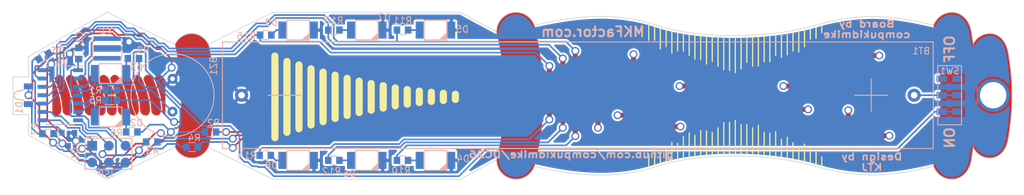
<source format=kicad_pcb>
(kicad_pcb (version 4) (host pcbnew 4.0.7)
  (layers (0 F.Cu signal) (31 B.Cu signal) (34 B.Paste user hide) (35 F.Paste user hide) (36 B.SilkS user) (37 F.SilkS user) (38 B.Mask user) (39 F.Mask user) (44 Edge.Cuts user))
  (net 0 "")
  (net 1 "Net-(Q1-Pad1)")
  (net 2 GND)
  (net 3 "Net-(Q1-Pad3)")
  (net 4 "Net-(BZ1-Pad1)")
  (net 5 BUZZ)
  (net 6 SCK)
  (net 7 MISO)
  (net 8 MOSI)
  (net 9 "Net-(R5-Pad1)")
  (net 10 "Net-(R5-Pad2)")
  (net 11 IRLED)
  (net 12 "Net-(D1-Pad1)")
  (net 13 "Net-(D2-Pad1)")
  (net 14 "Net-(D3-Pad1)")
  (net 15 "Net-(D4-Pad2)")
  (net 16 LED1)
  (net 17 "Net-(D5-Pad2)")
  (net 18 "Net-(D6-Pad2)")
  (net 19 LED2)
  (net 20 "Net-(D7-Pad2)")
  (net 21 "Net-(D8-Pad2)")
  (net 22 LED3)
  (net 23 "Net-(D9-Pad2)")
  (net 24 +BATT)
  (net 25 "Net-(U1-Pad2)")
  (net 26 "Net-(U1-Pad3)")
  (net 27 RST)
  (net 28 "Net-(R2-Pad1)")
  (net 29 "Net-(R3-Pad1)")
  (net 30 "Net-(R4-Pad1)")
  (net 31 "Net-(BT1-Pad1)")
  (module ScrewdriverBadge:Battery-2AA-BC12AAPC (layer B.Cu) (at 154.94 63.5)
    (fp_text reference BT1 (at 52.07 -6.731) (layer B.SilkS) (effects (justify mirror)))
    (fp_text value Battery)
    (pad 2 thru_hole circle (at -51 0) (size 2 2) (drill 1) (layers *.Cu *.Mask) (net 2 GND))
    (pad 1 thru_hole circle (at 51 0) (size 2 2) (drill 1) (layers *.Cu *.Mask) (net 31 "Net-(BT1-Pad1)"))
  )
  (module switches:JS202011JCQN (layer B.Cu) (at 211.328 63.5 90)
    (fp_text reference SW1 (at 3.683 0 180) (layer B.SilkS) (effects (justify mirror)))
    (fp_text value SW_SPST)
    (pad 1 smd rect (at -2.5 1.2 90) (size 1 1.6) (layers B.Cu B.Paste B.Mask) (net 24 +BATT))
    (pad 2 smd rect (at 0 1.2 90) (size 1 1.6) (layers B.Cu B.Paste B.Mask) (net 31 "Net-(BT1-Pad1)"))
    (pad 3 smd rect (at 2.5 1.2 90) (size 1 1.6) (layers B.Cu B.Paste B.Mask))
    (pad 3 smd rect (at 2.5 -1.2 90) (size 1 1.6) (layers B.Cu B.Paste B.Mask))
    (pad 2 smd rect (at 0 -1.2 90) (size 1 1.6) (layers B.Cu B.Paste B.Mask) (net 31 "Net-(BT1-Pad1)"))
    (pad 1 smd rect (at -2.5 -1.2 90) (size 1 1.6) (layers B.Cu B.Paste B.Mask) (net 24 +BATT))
  )
  (module LED-Soldermask-Opening (layer F.Cu) (at 122.936 73.406)
    (fp_text reference REF** hide)
    (fp_text value LED-Soldermask-Opening)
  )
  (module LED-Soldermask-Opening (layer F.Cu) (at 122.936 53.594)
    (fp_text reference REF** hide)
    (fp_text value LED-Soldermask-Opening)
  )
  (module ScrewdriverBadge:ScrewdriverGoldBands2 (layer F.Cu) (at 154.6479 63.5889)
    (fp_text reference G*** hide)
    (fp_text value LOGO hide)
    (fp_poly (pts (xy -9.025689 -12.691375) (xy -8.946108 -12.689904) (xy -8.871199 -12.687541) (xy -8.804041 -12.684303) (xy -8.747717 -12.680211) (xy -8.710041 -12.675986) (xy -8.502497 -12.64023) (xy -8.305428 -12.593362) (xy -8.115794 -12.534467) (xy -7.930556 -12.462627) (xy -7.79097 -12.398869) (xy -7.599644 -12.296549) (xy -7.416021 -12.179713) (xy -7.241053 -12.049341) (xy -7.075692 -11.906412) (xy -6.920892 -11.751908) (xy -6.777604 -11.586808) (xy -6.646783 -11.412092) (xy -6.529379 -11.22874) (xy -6.426347 -11.037733) (xy -6.387199 -10.954602) (xy -6.37191 -10.920545) (xy -6.358178 -10.889313) (xy -6.345655 -10.859635) (xy -6.333994 -10.83024) (xy -6.322844 -10.799856) (xy -6.311859 -10.767212) (xy -6.300691 -10.731038) (xy -6.28899 -10.690062) (xy -6.276408 -10.643012) (xy -6.262598 -10.588619) (xy -6.247211 -10.52561) (xy -6.229898 -10.452715) (xy -6.210312 -10.368662) (xy -6.188105 -10.272181) (xy -6.162927 -10.162) (xy -6.134431 -10.036848) (xy -6.127981 -10.008498) (xy -5.940599 -9.153174) (xy -5.768924 -8.303818) (xy -5.61296 -7.460461) (xy -5.47271 -6.623132) (xy -5.348181 -5.79186) (xy -5.239375 -4.966674) (xy -5.146298 -4.147606) (xy -5.068953 -3.334683) (xy -5.007344 -2.527936) (xy -4.981336 -2.107498) (xy -4.971771 -1.935374) (xy -4.963228 -1.772904) (xy -4.955656 -1.618085) (xy -4.949004 -1.468916) (xy -4.94322 -1.323395) (xy -4.938253 -1.179522) (xy -4.934052 -1.035293) (xy -4.930564 -0.888709) (xy -4.927739 -0.737766) (xy -4.925525 -0.580464) (xy -4.923871 -0.414801) (xy -4.922725 -0.238775) (xy -4.922036 -0.050384) (xy -4.921752 0.152372) (xy -4.921738 0.211596) (xy -4.921796 0.379354) (xy -4.921995 0.531966) (xy -4.92237 0.671212) (xy -4.922953 0.798872) (xy -4.923779 0.916729) (xy -4.92488 1.026562) (xy -4.926292 1.130152) (xy -4.928048 1.229279) (xy -4.930181 1.325726) (xy -4.932725 1.421271) (xy -4.935714 1.517697) (xy -4.939181 1.616784) (xy -4.943161 1.720312) (xy -4.947686 1.830063) (xy -4.952791 1.947816) (xy -4.955948 2.018627) (xy -4.998113 2.789669) (xy -5.055361 3.560681) (xy -5.127783 4.332252) (xy -5.215465 5.104971) (xy -5.318496 5.879428) (xy -5.436964 6.656212) (xy -5.570958 7.435914) (xy -5.720565 8.219122) (xy -5.885874 9.006427) (xy -6.066974 9.798417) (xy -6.205208 10.363978) (xy -6.228075 10.454973) (xy -6.247462 10.531515) (xy -6.263975 10.59558) (xy -6.278219 10.649143) (xy -6.290798 10.69418) (xy -6.302318 10.732665) (xy -6.313384 10.766574) (xy -6.324602 10.797882) (xy -6.336576 10.828564) (xy -6.349912 10.860596) (xy -6.365214 10.895953) (xy -6.375052 10.91836) (xy -6.470988 11.115516) (xy -6.581561 11.304927) (xy -6.705942 11.485727) (xy -6.843301 11.657047) (xy -6.992809 11.818023) (xy -7.153635 11.967788) (xy -7.324951 12.105475) (xy -7.505927 12.230217) (xy -7.695732 12.341149) (xy -7.777582 12.383264) (xy -7.981594 12.475096) (xy -8.189156 12.550477) (xy -8.401124 12.609654) (xy -8.618356 12.652876) (xy -8.781699 12.674597) (xy -8.822586 12.677925) (xy -8.875848 12.68076) (xy -8.938021 12.683055) (xy -9.005639 12.684763) (xy -9.075239 12.68584) (xy -9.143356 12.686238) (xy -9.206526 12.685911) (xy -9.261282 12.684814) (xy -9.304162 12.682899) (xy -9.318694 12.681756) (xy -9.419093 12.670918) (xy -9.515156 12.658217) (xy -9.598001 12.644938) (xy -9.814298 12.598003) (xy -10.024813 12.535517) (xy -10.228853 12.458075) (xy -10.425727 12.36627) (xy -10.61474 12.260697) (xy -10.795202 12.141949) (xy -10.96642 12.010619) (xy -11.127701 11.867303) (xy -11.278353 11.712593) (xy -11.417684 11.547085) (xy -11.545002 11.37137) (xy -11.659613 11.186044) (xy -11.760827 10.991701) (xy -11.84795 10.788933) (xy -11.88711 10.681372) (xy -11.949829 10.473658) (xy -11.99663 10.263921) (xy -12.027228 10.053682) (xy -12.040847 9.860379) (xy -12.045571 9.720726) (xy -11.997731 9.526058) (xy -11.973077 9.424513) (xy -11.945698 9.309575) (xy -11.916323 9.184425) (xy -11.885678 9.052241) (xy -11.854494 8.916203) (xy -11.823497 8.77949) (xy -11.793416 8.645282) (xy -11.76498 8.516758) (xy -11.738916 8.397098) (xy -11.735062 8.379207) (xy -11.576293 7.608452) (xy -11.432887 6.84392) (xy -11.304756 6.084924) (xy -11.191811 5.330775) (xy -11.09396 4.580788) (xy -11.011116 3.834274) (xy -10.943188 3.090547) (xy -10.890088 2.34892) (xy -10.851725 1.608705) (xy -10.85082 1.586971) (xy -10.839398 1.269527) (xy -10.830789 0.939894) (xy -10.824992 0.601629) (xy -10.822007 0.258288) (xy -10.821835 -0.086574) (xy -10.824475 -0.429399) (xy -10.829928 -0.766632) (xy -10.838193 -1.094716) (xy -10.849271 -1.410096) (xy -10.850806 -1.447318) (xy -10.88977 -2.20149) (xy -10.943557 -2.958433) (xy -11.012232 -3.718601) (xy -11.095858 -4.482446) (xy -11.194499 -5.250422) (xy -11.308218 -6.022982) (xy -11.437081 -6.800579) (xy -11.581149 -7.583665) (xy -11.740487 -8.372694) (xy -11.91516 -9.16812) (xy -11.972422 -9.416028) (xy -12.045592 -9.729191) (xy -12.040857 -9.868844) (xy -12.025246 -10.081876) (xy -11.993239 -10.29295) (xy -11.945335 -10.501116) (xy -11.882036 -10.705425) (xy -11.803843 -10.904927) (xy -11.711256 -11.098674) (xy -11.604776 -11.285716) (xy -11.484904 -11.465104) (xy -11.352141 -11.635888) (xy -11.206988 -11.797119) (xy -11.049944 -11.947849) (xy -10.881512 -12.087127) (xy -10.863346 -12.100928) (xy -10.681482 -12.22797) (xy -10.492985 -12.339889) (xy -10.297351 -12.436888) (xy -10.094079 -12.51917) (xy -9.882665 -12.586939) (xy -9.662606 -12.640397) (xy -9.433399 -12.679748) (xy -9.428724 -12.680391) (xy -9.38582 -12.684674) (xy -9.329101 -12.687951) (xy -9.261647 -12.690241) (xy -9.186539 -12.691562) (xy -9.10686 -12.691934) (xy -9.025689 -12.691375)) (layer F.Cu) (width 0.01))
    (fp_poly (pts (xy 57.06656 -12.693202) (xy 57.169133 -12.689933) (xy 57.259351 -12.68479) (xy 57.341733 -12.677257) (xy 57.420797 -12.666818) (xy 57.50106 -12.652954) (xy 57.587043 -12.63515) (xy 57.600648 -12.632123) (xy 57.800271 -12.578786) (xy 57.994026 -12.509867) (xy 58.181513 -12.425804) (xy 58.362332 -12.327034) (xy 58.536085 -12.213997) (xy 58.702372 -12.087129) (xy 58.860794 -11.946868) (xy 59.010952 -11.793652) (xy 59.152447 -11.627919) (xy 59.284879 -11.450106) (xy 59.40785 -11.260653) (xy 59.52096 -11.059995) (xy 59.623809 -10.848571) (xy 59.715999 -10.62682) (xy 59.797131 -10.395178) (xy 59.866805 -10.154083) (xy 59.869433 -10.143919) (xy 59.883011 -10.090381) (xy 59.895355 -10.039748) (xy 59.906855 -9.98999) (xy 59.917901 -9.93908) (xy 59.928884 -9.884989) (xy 59.940195 -9.825689) (xy 59.952224 -9.759151) (xy 59.965362 -9.683348) (xy 59.979999 -9.596251) (xy 59.996526 -9.495832) (xy 60.009092 -9.418603) (xy 60.1163 -8.73928) (xy 60.215359 -8.073569) (xy 60.306395 -7.420317) (xy 60.389535 -6.778369) (xy 60.464905 -6.146571) (xy 60.532631 -5.523769) (xy 60.592839 -4.908808) (xy 60.645656 -4.300535) (xy 60.691208 -3.697794) (xy 60.729621 -3.099432) (xy 60.757539 -2.577241) (xy 60.768322 -2.345272) (xy 60.77779 -2.120822) (xy 60.785985 -1.901627) (xy 60.792952 -1.685421) (xy 60.798734 -1.469941) (xy 60.803374 -1.25292) (xy 60.806917 -1.032095) (xy 60.809406 -0.8052) (xy 60.810884 -0.569971) (xy 60.811396 -0.324143) (xy 60.810985 -0.065451) (xy 60.810043 0.148117) (xy 60.809143 0.304715) (xy 60.808234 0.44626) (xy 60.807281 0.574625) (xy 60.806249 0.691686) (xy 60.805101 0.799317) (xy 60.803802 0.899391) (xy 60.802316 0.993783) (xy 60.800608 1.084368) (xy 60.79864 1.17302) (xy 60.796379 1.261613) (xy 60.793787 1.352021) (xy 60.79083 1.446119) (xy 60.787471 1.545781) (xy 60.783675 1.652882) (xy 60.779405 1.769295) (xy 60.778789 1.785871) (xy 60.749664 2.452181) (xy 60.711497 3.128742) (xy 60.664248 3.815952) (xy 60.607878 4.51421) (xy 60.542345 5.223912) (xy 60.46761 5.945459) (xy 60.383632 6.679247) (xy 60.290371 7.425674) (xy 60.187786 8.18514) (xy 60.075838 8.958042) (xy 60.008261 9.401926) (xy 59.988542 9.528155) (xy 59.970728 9.639497) (xy 59.954436 9.737836) (xy 59.939284 9.825056) (xy 59.924889 9.903044) (xy 59.910871 9.973683) (xy 59.896845 10.038858) (xy 59.882431 10.100455) (xy 59.867246 10.160358) (xy 59.850907 10.220452) (xy 59.833034 10.282622) (xy 59.822495 10.318101) (xy 59.7441 10.55498) (xy 59.654004 10.782239) (xy 59.552605 10.999359) (xy 59.440299 11.205821) (xy 59.317483 11.401106) (xy 59.184553 11.584695) (xy 59.041906 11.756068) (xy 58.889938 11.914708) (xy 58.729045 12.060094) (xy 58.559626 12.191708) (xy 58.382076 12.309031) (xy 58.23972 12.389489) (xy 58.054692 12.477254) (xy 57.861742 12.550542) (xy 57.662436 12.608892) (xy 57.458343 12.651846) (xy 57.253682 12.678701) (xy 57.19951 12.682356) (xy 57.132635 12.684775) (xy 57.057164 12.685989) (xy 56.977204 12.686031) (xy 56.896861 12.684936) (xy 56.820242 12.682735) (xy 56.751455 12.679462) (xy 56.694605 12.67515) (xy 56.684672 12.674127) (xy 56.462116 12.641651) (xy 56.245511 12.593412) (xy 56.034699 12.529342) (xy 55.829522 12.449376) (xy 55.629822 12.353448) (xy 55.435441 12.241492) (xy 55.246222 12.113442) (xy 55.128555 12.02365) (xy 55.08362 11.985771) (xy 55.030599 11.937756) (xy 54.972296 11.882425) (xy 54.911517 11.822601) (xy 54.851069 11.761103) (xy 54.793758 11.700753) (xy 54.742389 11.644371) (xy 54.699768 11.594779) (xy 54.690007 11.582772) (xy 54.61934 11.489774) (xy 54.547285 11.38629) (xy 54.477517 11.277987) (xy 54.413714 11.170531) (xy 54.368476 11.087124) (xy 54.340285 11.031048) (xy 54.31245 10.973154) (xy 54.286007 10.915844) (xy 54.261993 10.861521) (xy 54.241442 10.812588) (xy 54.225392 10.771448) (xy 54.214877 10.740505) (xy 54.210936 10.722162) (xy 54.210929 10.721717) (xy 54.212424 10.710098) (xy 54.216699 10.683623) (xy 54.22344 10.644076) (xy 54.232333 10.593243) (xy 54.243063 10.532911) (xy 54.255316 10.464864) (xy 54.268777 10.390889) (xy 54.278144 10.339836) (xy 54.426014 9.510496) (xy 54.562223 8.692486) (xy 54.686865 7.884957) (xy 54.800038 7.087064) (xy 54.901839 6.297958) (xy 54.992366 5.516793) (xy 55.071714 4.742722) (xy 55.139982 3.974898) (xy 55.197265 3.212473) (xy 55.243661 2.454602) (xy 55.279267 1.700436) (xy 55.285458 1.540419) (xy 55.297011 1.184298) (xy 55.305759 0.814744) (xy 55.311707 0.435022) (xy 55.314859 0.048391) (xy 55.315217 -0.341885) (xy 55.312786 -0.732545) (xy 55.30757 -1.120327) (xy 55.299571 -1.501969) (xy 55.288795 -1.874209) (xy 55.281365 -2.082106) (xy 55.241086 -2.933861) (xy 55.185374 -3.790731) (xy 55.114208 -4.652885) (xy 55.027568 -5.520495) (xy 54.925433 -6.393729) (xy 54.807783 -7.272757) (xy 54.674597 -8.15775) (xy 54.525854 -9.048877) (xy 54.361534 -9.946308) (xy 54.278335 -10.373257) (xy 54.263711 -10.447293) (xy 54.250179 -10.516589) (xy 54.23809 -10.57929) (xy 54.227794 -10.63354) (xy 54.219643 -10.677484) (xy 54.213987 -10.709264) (xy 54.211178 -10.727025) (xy 54.210929 -10.729747) (xy 54.214422 -10.746198) (xy 54.224148 -10.775198) (xy 54.238983 -10.814053) (xy 54.257801 -10.860066) (xy 54.279478 -10.910543) (xy 54.302888 -10.962788) (xy 54.326905 -11.014107) (xy 54.345584 -11.052253) (xy 54.431272 -11.212439) (xy 54.522525 -11.361207) (xy 54.621814 -11.501952) (xy 54.731607 -11.638074) (xy 54.854376 -11.772969) (xy 54.912894 -11.832564) (xy 55.079271 -11.987004) (xy 55.253729 -12.126571) (xy 55.436316 -12.251292) (xy 55.627076 -12.361192) (xy 55.826054 -12.456297) (xy 56.033295 -12.536633) (xy 56.248845 -12.602225) (xy 56.281547 -12.610705) (xy 56.427206 -12.64379) (xy 56.570773 -12.66821) (xy 56.716427 -12.684405) (xy 56.868343 -12.692813) (xy 57.030698 -12.693873) (xy 57.06656 -12.693202)) (layer F.Cu) (width 0.01))
    (fp_poly (pts (xy -58.118611 -9.466432) (xy -57.904389 -9.447649) (xy -57.693638 -9.412382) (xy -57.486843 -9.360761) (xy -57.28449 -9.292913) (xy -57.087063 -9.208969) (xy -56.895048 -9.109058) (xy -56.822026 -9.065971) (xy -56.648937 -8.950823) (xy -56.484006 -8.821987) (xy -56.32846 -8.680804) (xy -56.183526 -8.528617) (xy -56.050431 -8.366767) (xy -55.930403 -8.196597) (xy -55.824669 -8.019449) (xy -55.772183 -7.91775) (xy -55.758511 -7.88914) (xy -55.74705 -7.863238) (xy -55.737034 -7.837444) (xy -55.7277 -7.809163) (xy -55.718281 -7.775797) (xy -55.708013 -7.734748) (xy -55.69613 -7.68342) (xy -55.681869 -7.619215) (xy -55.674958 -7.58766) (xy -55.535086 -6.925292) (xy -55.407317 -6.273753) (xy -55.291527 -5.632162) (xy -55.187591 -4.999643) (xy -55.095384 -4.375317) (xy -55.014782 -3.758307) (xy -54.94566 -3.147733) (xy -54.887893 -2.542718) (xy -54.841357 -1.942384) (xy -54.81629 -1.54042) (xy -54.809258 -1.413175) (xy -54.803039 -1.295249) (xy -54.797584 -1.184678) (xy -54.792846 -1.079498) (xy -54.788776 -0.977743) (xy -54.785325 -0.87745) (xy -54.782445 -0.776653) (xy -54.780088 -0.673389) (xy -54.778206 -0.565693) (xy -54.776749 -0.451599) (xy -54.77567 -0.329145) (xy -54.77492 -0.196364) (xy -54.774451 -0.051293) (xy -54.774214 0.108033) (xy -54.774176 0.169276) (xy -54.774168 0.322391) (xy -54.774308 0.46045) (xy -54.774636 0.585325) (xy -54.775192 0.698887) (xy -54.776018 0.803008) (xy -54.777154 0.89956) (xy -54.778639 0.990414) (xy -54.780515 1.077442) (xy -54.782823 1.162515) (xy -54.785601 1.247505) (xy -54.788892 1.334284) (xy -54.792735 1.424724) (xy -54.797171 1.520695) (xy -54.80224 1.624069) (xy -54.807983 1.736719) (xy -54.808118 1.73932) (xy -54.852438 2.437646) (xy -54.913318 3.138439) (xy -54.99077 3.841781) (xy -55.084808 4.547755) (xy -55.195442 5.256442) (xy -55.322684 5.967927) (xy -55.466548 6.68229) (xy -55.627045 7.399615) (xy -55.66659 7.566181) (xy -55.687198 7.650497) (xy -55.70564 7.721349) (xy -55.723145 7.781855) (xy -55.74094 7.835135) (xy -55.760254 7.884308) (xy -55.782314 7.932493) (xy -55.808347 7.98281) (xy -55.839582 8.038378) (xy -55.877246 8.102317) (xy -55.87833 8.104132) (xy -55.995544 8.284339) (xy -56.124998 8.453551) (xy -56.265883 8.611308) (xy -56.41739 8.757154) (xy -56.578709 8.890631) (xy -56.749032 9.011281) (xy -56.927549 9.118647) (xy -57.113451 9.212271) (xy -57.305929 9.291696) (xy -57.504174 9.356463) (xy -57.707377 9.406116) (xy -57.914728 9.440197) (xy -58.125418 9.458248) (xy -58.277808 9.461071) (xy -58.329923 9.460438) (xy -58.378898 9.459592) (xy -58.421097 9.458614) (xy -58.452881 9.457587) (xy -58.468244 9.456793) (xy -58.679455 9.432727) (xy -58.887151 9.392456) (xy -59.090459 9.336495) (xy -59.288507 9.265358) (xy -59.480422 9.179561) (xy -59.665331 9.079618) (xy -59.842362 8.966045) (xy -60.010641 8.839356) (xy -60.169297 8.700066) (xy -60.317455 8.548691) (xy -60.454245 8.385744) (xy -60.578792 8.211742) (xy -60.579083 8.2113) (xy -60.616097 8.153294) (xy -60.654148 8.09049) (xy -60.691202 8.026497) (xy -60.725224 7.964926) (xy -60.754182 7.909386) (xy -60.776041 7.863488) (xy -60.779415 7.855704) (xy -60.798626 7.810409) (xy -60.733683 7.53831) (xy -60.572228 6.830004) (xy -60.427007 6.125797) (xy -60.297974 5.425151) (xy -60.185081 4.727526) (xy -60.088283 4.032385) (xy -60.007533 3.339189) (xy -59.942785 2.647399) (xy -59.893993 1.956476) (xy -59.861109 1.265883) (xy -59.844088 0.57508) (xy -59.842884 -0.116471) (xy -59.85745 -0.809308) (xy -59.887739 -1.503971) (xy -59.91602 -1.959381) (xy -59.953374 -2.448178) (xy -59.997705 -2.937045) (xy -60.049221 -3.427391) (xy -60.108132 -3.920627) (xy -60.174648 -4.418165) (xy -60.248976 -4.921416) (xy -60.331328 -5.431791) (xy -60.42191 -5.9507) (xy -60.520933 -6.479555) (xy -60.628606 -7.019767) (xy -60.745138 -7.572746) (xy -60.754195 -7.614561) (xy -60.798561 -7.819024) (xy -60.779383 -7.864244) (xy -60.759318 -7.907516) (xy -60.73177 -7.961146) (xy -60.698787 -8.021501) (xy -60.662413 -8.084949) (xy -60.624695 -8.147854) (xy -60.587678 -8.206585) (xy -60.579957 -8.218394) (xy -60.454316 -8.394016) (xy -60.316426 -8.558405) (xy -60.167074 -8.711023) (xy -60.007048 -8.851332) (xy -59.837134 -8.978793) (xy -59.65812 -9.092868) (xy -59.470793 -9.19302) (xy -59.27594 -9.278709) (xy -59.074349 -9.349399) (xy -58.866806 -9.40455) (xy -58.834549 -9.411589) (xy -58.727616 -9.432305) (xy -58.625035 -9.447816) (xy -58.520972 -9.45879) (xy -58.409593 -9.465892) (xy -58.335818 -9.468602) (xy -58.118611 -9.466432)) (layer F.Cu) (width 0.01))
  )
  (module ScrewdriverBadge:Resonator-AWSCR-3.7x3.1mm (layer B.Cu) (at 83.566 56.388 90)
    (fp_text reference Y1 (at 2.667 -0.127 180) (layer B.SilkS) (effects (justify mirror)))
    (fp_text value Resonator)
    (pad 1 smd rect (at -1.5 0 90) (size 0.7 4.1) (layers B.Cu B.Paste B.Mask) (net 26 "Net-(U1-Pad3)"))
    (pad 3 smd rect (at 1.5 0 90) (size 0.7 4.1) (layers B.Cu B.Paste B.Mask) (net 25 "Net-(U1-Pad2)"))
    (pad 2 smd rect (at 0 0 90) (size 1 4.1) (layers B.Cu B.Paste B.Mask) (net 2 GND))
  )
  (module ScrewdriverBadge:ISP-AVR-6Pin-SMD (layer B.Cu) (at 83.82 72.4535 270)
    (fp_text reference ISP (at 3.048 0.508 360) (layer B.SilkS) (effects (justify mirror)))
    (fp_text value AVR-ISP-6)
    (pad 6 smd circle (at 1.27 -2.54 270) (size 1.5 1.5) (layers B.Cu B.Paste B.Mask) (net 2 GND))
    (pad 5 smd circle (at -1.27 -2.54 270) (size 1.5 1.5) (layers B.Cu B.Paste B.Mask) (net 27 RST))
    (pad 4 smd circle (at 1.27 0 270) (size 1.5 1.5) (layers B.Cu B.Paste B.Mask) (net 8 MOSI))
    (pad 3 smd circle (at -1.27 0 270) (size 1.5 1.5) (layers B.Cu B.Paste B.Mask) (net 6 SCK))
    (pad 2 smd circle (at 1.27 2.54 270) (size 1.5 1.5) (layers B.Cu B.Paste B.Mask) (net 24 +BATT))
    (pad 1 smd rect (at -1.27 2.54 270) (size 1.5 1.5) (layers B.Cu B.Paste B.Mask) (net 7 MISO))
  )
  (module ScrewdriverBadge:ScrewdriverCoilOutline (layer F.Cu) (at 83.82 63.5)
    (fp_text reference G*** hide)
    (fp_text value LOGO hide)
  )
  (module Housings_SOIC:SOIC-14_3.9x8.7mm_Pitch1.27mm (layer B.Cu) (at 76.454 63.5 180)
    (fp_text reference U1 (at -0.254 5.207 180) (layer B.SilkS) (effects (justify mirror)))
    (fp_text value ATTINY84A-SSU)
    (pad 1 smd rect (at -2.7 3.81 180) (size 1.5 0.6) (layers B.Cu B.Paste B.Mask) (net 24 +BATT))
    (pad 2 smd rect (at -2.7 2.54 180) (size 1.5 0.6) (layers B.Cu B.Paste B.Mask) (net 25 "Net-(U1-Pad2)"))
    (pad 3 smd rect (at -2.7 1.27 180) (size 1.5 0.6) (layers B.Cu B.Paste B.Mask) (net 26 "Net-(U1-Pad3)"))
    (pad 4 smd rect (at -2.7 0 180) (size 1.5 0.6) (layers B.Cu B.Paste B.Mask) (net 27 RST))
    (pad 5 smd rect (at -2.7 -1.27 180) (size 1.5 0.6) (layers B.Cu B.Paste B.Mask) (net 5 BUZZ))
    (pad 6 smd rect (at -2.7 -2.54 180) (size 1.5 0.6) (layers B.Cu B.Paste B.Mask) (net 10 "Net-(R5-Pad2)"))
    (pad 7 smd rect (at -2.7 -3.81 180) (size 1.5 0.6) (layers B.Cu B.Paste B.Mask) (net 8 MOSI))
    (pad 8 smd rect (at 2.7 -3.81 180) (size 1.5 0.6) (layers B.Cu B.Paste B.Mask) (net 7 MISO))
    (pad 9 smd rect (at 2.7 -2.54 180) (size 1.5 0.6) (layers B.Cu B.Paste B.Mask) (net 6 SCK))
    (pad 10 smd rect (at 2.7 -1.27 180) (size 1.5 0.6) (layers B.Cu B.Paste B.Mask) (net 22 LED3))
    (pad 11 smd rect (at 2.7 0 180) (size 1.5 0.6) (layers B.Cu B.Paste B.Mask) (net 19 LED2))
    (pad 12 smd rect (at 2.7 1.27 180) (size 1.5 0.6) (layers B.Cu B.Paste B.Mask) (net 16 LED1))
    (pad 13 smd rect (at 2.7 2.54 180) (size 1.5 0.6) (layers B.Cu B.Paste B.Mask) (net 11 IRLED))
    (pad 14 smd rect (at 2.7 3.81 180) (size 1.5 0.6) (layers B.Cu B.Paste B.Mask) (net 2 GND))
  )
  (module ScrewdriverBadge:ScrewdriverCoil (layer F.Cu) (at 83.82 63.5)
    (fp_text reference G*** hide)
    (fp_text value LOGO hide)
    (fp_poly (pts (xy -8.517887 -2.615328) (xy -8.490737 -2.57196) (xy -8.462947 -2.523365) (xy -8.433952 -2.468294) (xy -8.403183 -2.405498) (xy -8.370074 -2.333728) (xy -8.334059 -2.251734) (xy -8.294571 -2.158267) (xy -8.251041 -2.052078) (xy -8.202905 -1.931918) (xy -8.1703 -1.84935) (xy -8.051851 -1.542282) (xy -7.942844 -1.247438) (xy -7.842875 -0.963267) (xy -7.751546 -0.68822) (xy -7.668455 -0.420746) (xy -7.593202 -0.159295) (xy -7.525386 0.097682) (xy -7.464607 0.351736) (xy -7.410465 0.604417) (xy -7.362558 0.857274) (xy -7.320486 1.111857) (xy -7.283848 1.369718) (xy -7.252245 1.632405) (xy -7.239618 1.752016) (xy -7.233268 1.827573) (xy -7.228613 1.909874) (xy -7.225655 1.99577) (xy -7.224393 2.082107) (xy -7.224827 2.165736) (xy -7.226958 2.243505) (xy -7.230786 2.312262) (xy -7.23631 2.368856) (xy -7.239601 2.390984) (xy -7.267484 2.523476) (xy -7.302919 2.641068) (xy -7.346154 2.744132) (xy -7.397437 2.83304) (xy -7.457015 2.908163) (xy -7.525138 2.969874) (xy -7.602053 3.018542) (xy -7.68094 3.052169) (xy -7.712315 3.062155) (xy -7.740898 3.069025) (xy -7.771517 3.073464) (xy -7.809004 3.076153) (xy -7.858186 3.077774) (xy -7.862912 3.077881) (xy -7.935541 3.077901) (xy -7.993023 3.074327) (xy -8.032189 3.068149) (xy -8.151927 3.033523) (xy -8.262216 2.984958) (xy -8.363814 2.922022) (xy -8.45748 2.844279) (xy -8.501968 2.799298) (xy -8.565412 2.731007) (xy -8.565102 -2.687271) (xy -8.517887 -2.615328)) (layer F.Cu) (width 0.01))
    (fp_poly (pts (xy -7.473802 -3.087165) (xy -7.409146 -3.07837) (xy -7.397942 -3.075855) (xy -7.306695 -3.04553) (xy -7.215833 -2.999365) (xy -7.126451 -2.938433) (xy -7.039647 -2.863804) (xy -6.956516 -2.776553) (xy -6.878155 -2.677751) (xy -6.80566 -2.568471) (xy -6.740127 -2.449786) (xy -6.723846 -2.416428) (xy -6.700161 -2.36474) (xy -6.671445 -2.299012) (xy -6.638446 -2.221115) (xy -6.601913 -2.132921) (xy -6.562593 -2.036299) (xy -6.521235 -1.933122) (xy -6.478587 -1.825259) (xy -6.435397 -1.714582) (xy -6.392414 -1.602961) (xy -6.350385 -1.492268) (xy -6.310058 -1.384373) (xy -6.297356 -1.349983) (xy -6.163832 -0.97394) (xy -6.043725 -0.60741) (xy -5.93687 -0.249798) (xy -5.843105 0.099491) (xy -5.762267 0.441051) (xy -5.694192 0.775477) (xy -5.658642 0.977574) (xy -5.628771 1.1671) (xy -5.603107 1.348224) (xy -5.581716 1.520057) (xy -5.564662 1.68171) (xy -5.552014 1.832295) (xy -5.543836 1.970922) (xy -5.540194 2.096704) (xy -5.541155 2.20875) (xy -5.546785 2.306173) (xy -5.554867 2.374109) (xy -5.579172 2.501908) (xy -5.610617 2.615267) (xy -5.649685 2.715304) (xy -5.696857 2.803142) (xy -5.752615 2.879902) (xy -5.78927 2.919983) (xy -5.858936 2.980502) (xy -5.933496 3.026097) (xy -6.014654 3.057432) (xy -6.104117 3.075176) (xy -6.199005 3.080044) (xy -6.244351 3.078635) (xy -6.290127 3.075489) (xy -6.329681 3.071138) (xy -6.347884 3.068126) (xy -6.408548 3.053617) (xy -6.46741 3.034363) (xy -6.531356 3.008031) (xy -6.548708 3.000178) (xy -6.636626 2.952063) (xy -6.720451 2.891306) (xy -6.797694 2.820504) (xy -6.865864 2.742252) (xy -6.922473 2.659144) (xy -6.965031 2.573775) (xy -6.970033 2.560979) (xy -6.980724 2.531646) (xy -6.989847 2.503822) (xy -6.997654 2.475643) (xy -7.004395 2.445243) (xy -7.010323 2.410757) (xy -7.015688 2.37032) (xy -7.020743 2.322067) (xy -7.025739 2.264133) (xy -7.030928 2.194652) (xy -7.036561 2.11176) (xy -7.04203 2.027091) (xy -7.065452 1.725897) (xy -7.097422 1.42564) (xy -7.138217 1.125233) (xy -7.18811 0.823586) (xy -7.247376 0.51961) (xy -7.31629 0.212216) (xy -7.395128 -0.099686) (xy -7.484164 -0.417184) (xy -7.583672 -0.741368) (xy -7.693928 -1.073326) (xy -7.815206 -1.414148) (xy -7.947782 -1.764923) (xy -8.087535 -2.115961) (xy -8.114491 -2.182254) (xy -8.139709 -2.244535) (xy -8.162399 -2.300833) (xy -8.181773 -2.349179) (xy -8.19704 -2.387603) (xy -8.20741 -2.414135) (xy -8.21194 -2.426325) (xy -8.215452 -2.442528) (xy -8.214808 -2.461413) (xy -8.209401 -2.487247) (xy -8.198627 -2.524302) (xy -8.197554 -2.527755) (xy -8.155987 -2.63667) (xy -8.102419 -2.736971) (xy -8.038034 -2.827426) (xy -7.964015 -2.906798) (xy -7.881548 -2.973855) (xy -7.791816 -3.027361) (xy -7.696002 -3.066082) (xy -7.675428 -3.072162) (xy -7.614157 -3.083965) (xy -7.544543 -3.088999) (xy -7.473802 -3.087165)) (layer F.Cu) (width 0.01))
    (fp_poly (pts (xy -5.784034 -3.084786) (xy -5.716859 -3.074512) (xy -5.666405 -3.0613) (xy -5.579647 -3.024958) (xy -5.492195 -2.973207) (xy -5.405655 -2.907408) (xy -5.32163 -2.828924) (xy -5.241727 -2.739114) (xy -5.167551 -2.639342) (xy -5.165614 -2.63648) (xy -5.140035 -2.597575) (xy -5.115924 -2.558471) (xy -5.092473 -2.517459) (xy -5.068876 -2.472836) (xy -5.044325 -2.422893) (xy -5.018013 -2.365926) (xy -4.989132 -2.300227) (xy -4.956875 -2.224092) (xy -4.920435 -2.135814) (xy -4.879003 -2.033686) (xy -4.871233 -2.014395) (xy -4.742545 -1.688294) (xy -4.623932 -1.374261) (xy -4.515051 -1.07102) (xy -4.41556 -0.777295) (xy -4.325116 -0.491812) (xy -4.243378 -0.213295) (xy -4.170002 0.059532) (xy -4.104647 0.327944) (xy -4.04697 0.593216) (xy -3.996629 0.856624) (xy -3.953282 1.119442) (xy -3.916585 1.382948) (xy -3.886197 1.648415) (xy -3.885087 1.659296) (xy -3.872739 1.78956) (xy -3.863743 1.905382) (xy -3.858089 2.008914) (xy -3.855764 2.102305) (xy -3.856755 2.187703) (xy -3.861052 2.26726) (xy -3.868642 2.343123) (xy -3.879512 2.417443) (xy -3.880799 2.424987) (xy -3.908652 2.55187) (xy -3.946057 2.665973) (xy -3.992783 2.766986) (xy -4.048599 2.854598) (xy -4.113274 2.928496) (xy -4.186576 2.98837) (xy -4.268275 3.033907) (xy -4.355124 3.064034) (xy -4.406454 3.07337) (xy -4.46817 3.078768) (xy -4.534179 3.080151) (xy -4.598387 3.077445) (xy -4.654699 3.070572) (xy -4.668073 3.067924) (xy -4.782016 3.03502) (xy -4.88943 2.988376) (xy -4.988778 2.92917) (xy -5.078523 2.858582) (xy -5.157128 2.77779) (xy -5.223055 2.687973) (xy -5.266178 2.609266) (xy -5.282916 2.571989) (xy -5.296773 2.536415) (xy -5.308207 2.500094) (xy -5.317678 2.460577) (xy -5.325646 2.415416) (xy -5.33257 2.362161) (xy -5.338911 2.298364) (xy -5.345127 2.221574) (xy -5.349006 2.167998) (xy -5.356308 2.064935) (xy -5.362741 1.976282) (xy -5.368516 1.899558) (xy -5.37384 1.832281) (xy -5.378924 1.771968) (xy -5.383975 1.716136) (xy -5.389203 1.662303) (xy -5.394817 1.607988) (xy -5.400759 1.553116) (xy -5.432124 1.295087) (xy -5.469267 1.039036) (xy -5.512526 0.783743) (xy -5.562242 0.527988) (xy -5.618753 0.270552) (xy -5.682398 0.010213) (xy -5.753516 -0.254246) (xy -5.832447 -0.524046) (xy -5.919529 -0.800408) (xy -6.015101 -1.084549) (xy -6.119503 -1.377691) (xy -6.233074 -1.681053) (xy -6.356152 -1.995855) (xy -6.455762 -2.242293) (xy -6.536958 -2.440567) (xy -6.527687 -2.484767) (xy -6.501196 -2.575161) (xy -6.460231 -2.666529) (xy -6.406683 -2.755518) (xy -6.342445 -2.838774) (xy -6.305565 -2.878566) (xy -6.234176 -2.944769) (xy -6.163992 -2.996781) (xy -6.091557 -3.036681) (xy -6.013415 -3.066551) (xy -5.975557 -3.077251) (xy -5.919255 -3.086458) (xy -5.853457 -3.088869) (xy -5.784034 -3.084786)) (layer F.Cu) (width 0.01))
    (fp_poly (pts (xy -4.093345 -3.08594) (xy -4.060564 -3.081168) (xy -3.9624 -3.053415) (xy -3.86623 -3.009064) (xy -3.772368 -2.948358) (xy -3.681127 -2.871544) (xy -3.592821 -2.778865) (xy -3.507764 -2.670568) (xy -3.475623 -2.624274) (xy -3.450772 -2.585737) (xy -3.425835 -2.54374) (xy -3.400259 -2.497054) (xy -3.373489 -2.444451) (xy -3.344972 -2.384703) (xy -3.314154 -2.316581) (xy -3.280482 -2.238857) (xy -3.243402 -2.150303) (xy -3.202361 -2.04969) (xy -3.156804 -1.93579) (xy -3.106179 -1.807375) (xy -3.097757 -1.785871) (xy -2.974689 -1.464535) (xy -2.861757 -1.15495) (xy -2.758579 -0.855606) (xy -2.664771 -0.56499) (xy -2.579953 -0.28159) (xy -2.503741 -0.003894) (xy -2.435753 0.269609) (xy -2.375607 0.540431) (xy -2.322921 0.810083) (xy -2.277313 1.080079) (xy -2.2384 1.351928) (xy -2.2058 1.627145) (xy -2.187179 1.815495) (xy -2.181547 1.893308) (xy -2.178014 1.977693) (xy -2.176529 2.065209) (xy -2.17704 2.152418) (xy -2.179494 2.23588) (xy -2.18384 2.312156) (xy -2.190025 2.377807) (xy -2.196317 2.42066) (xy -2.225726 2.549828) (xy -2.264418 2.665824) (xy -2.312226 2.768373) (xy -2.368982 2.857201) (xy -2.43452 2.932035) (xy -2.50867 2.992601) (xy -2.567348 3.027245) (xy -2.627837 3.051115) (xy -2.699597 3.068358) (xy -2.778144 3.078544) (xy -2.858996 3.08124) (xy -2.93767 3.076016) (xy -2.987738 3.067697) (xy -3.094973 3.036757) (xy -3.199529 2.991297) (xy -3.2984 2.933157) (xy -3.38858 2.864175) (xy -3.467065 2.786189) (xy -3.487259 2.762089) (xy -3.550744 2.670753) (xy -3.599891 2.572437) (xy -3.635756 2.464929) (xy -3.643127 2.434797) (xy -3.645751 2.417399) (xy -3.649248 2.38543) (xy -3.653429 2.341213) (xy -3.658106 2.287072) (xy -3.66309 2.22533) (xy -3.668194 2.15831) (xy -3.673228 2.088337) (xy -3.678005 2.017732) (xy -3.681823 1.957303) (xy -3.692342 1.812654) (xy -3.706931 1.655326) (xy -3.725164 1.488958) (xy -3.746613 1.317193) (xy -3.770852 1.143668) (xy -3.797238 0.973342) (xy -3.844871 0.703324) (xy -3.900269 0.430861) (xy -3.963762 0.154862) (xy -4.03568 -0.125767) (xy -4.116352 -0.412118) (xy -4.206106 -0.705285) (xy -4.305273 -1.00636) (xy -4.41418 -1.316435) (xy -4.533159 -1.636605) (xy -4.662538 -1.967961) (xy -4.74463 -2.170976) (xy -4.770308 -2.234456) (xy -4.793714 -2.293749) (xy -4.814096 -2.346842) (xy -4.830704 -2.391717) (xy -4.842786 -2.426359) (xy -4.849591 -2.448752) (xy -4.850824 -2.455903) (xy -4.846688 -2.479645) (xy -4.837115 -2.514224) (xy -4.823672 -2.555065) (xy -4.807929 -2.597597) (xy -4.791456 -2.637248) (xy -4.78081 -2.659887) (xy -4.722758 -2.759501) (xy -4.654383 -2.848671) (xy -4.577113 -2.926071) (xy -4.492377 -2.990374) (xy -4.401603 -3.040252) (xy -4.348785 -3.061347) (xy -4.292178 -3.076045) (xy -4.226191 -3.085356) (xy -4.157641 -3.088811) (xy -4.093345 -3.08594)) (layer F.Cu) (width 0.01))
    (fp_poly (pts (xy -2.400224 -3.082845) (xy -2.331153 -3.070062) (xy -2.298059 -3.060377) (xy -2.205185 -3.020374) (xy -2.113251 -2.96454) (xy -2.023534 -2.893965) (xy -1.937308 -2.809743) (xy -1.855848 -2.712965) (xy -1.798311 -2.632292) (xy -1.77355 -2.594265) (xy -1.7505 -2.557019) (xy -1.728423 -2.51897) (xy -1.706579 -2.47853) (xy -1.684231 -2.434116) (xy -1.66064 -2.384141) (xy -1.635067 -2.327019) (xy -1.606775 -2.261164) (xy -1.575025 -2.184993) (xy -1.539077 -2.096917) (xy -1.498195 -1.995353) (xy -1.477044 -1.942452) (xy -1.347265 -1.610383) (xy -1.227873 -1.290126) (xy -1.118535 -0.980397) (xy -1.018916 -0.679911) (xy -0.928681 -0.387383) (xy -0.847495 -0.101526) (xy -0.775024 0.178944) (xy -0.710933 0.455312) (xy -0.654887 0.728865) (xy -0.606552 1.000886) (xy -0.565594 1.272662) (xy -0.531676 1.545477) (xy -0.508196 1.778445) (xy -0.496746 1.932066) (xy -0.491597 2.071667) (xy -0.492873 2.198986) (xy -0.500698 2.315763) (xy -0.515193 2.423737) (xy -0.536483 2.524647) (xy -0.564691 2.620233) (xy -0.568669 2.631776) (xy -0.598582 2.709248) (xy -0.630568 2.774442) (xy -0.667424 2.831995) (xy -0.711944 2.886542) (xy -0.740587 2.916816) (xy -0.8003 2.971677) (xy -0.859073 3.013005) (xy -0.92129 3.043334) (xy -0.991334 3.0652) (xy -1.001375 3.067583) (xy -1.047503 3.074892) (xy -1.104346 3.078972) (xy -1.165999 3.079819) (xy -1.226561 3.077431) (xy -1.280128 3.071803) (xy -1.302476 3.067766) (xy -1.415084 3.035455) (xy -1.521512 2.989336) (xy -1.620234 2.930661) (xy -1.709725 2.86068) (xy -1.788458 2.780645) (xy -1.854909 2.691807) (xy -1.907552 2.595416) (xy -1.922893 2.558944) (xy -1.935355 2.524654) (xy -1.945711 2.490397) (xy -1.95436 2.453647) (xy -1.961699 2.411879) (xy -1.968129 2.362567) (xy -1.974046 2.303185) (xy -1.979851 2.231207) (xy -1.984129 2.170976) (xy -1.996294 2.000354) (xy -2.008552 1.84411) (xy -2.021181 1.699694) (xy -2.034454 1.564557) (xy -2.048648 1.436151) (xy -2.064036 1.311927) (xy -2.080895 1.189335) (xy -2.0995 1.065826) (xy -2.111607 0.99027) (xy -2.159787 0.717053) (xy -2.215112 0.44361) (xy -2.278027 0.168352) (xy -2.34898 -0.110309) (xy -2.428418 -0.393964) (xy -2.516787 -0.6842) (xy -2.614533 -0.982607) (xy -2.722104 -1.290774) (xy -2.839946 -1.610289) (xy -2.850349 -1.637754) (xy -2.868554 -1.68525) (xy -2.890465 -1.741636) (xy -2.915313 -1.804998) (xy -2.942328 -1.873418) (xy -2.97074 -1.944981) (xy -2.999781 -2.017771) (xy -3.028679 -2.089872) (xy -3.056667 -2.159367) (xy -3.082974 -2.224341) (xy -3.106831 -2.282877) (xy -3.127469 -2.333061) (xy -3.144117 -2.372974) (xy -3.156006 -2.400702) (xy -3.16185 -2.413363) (xy -3.168046 -2.431538) (xy -3.168787 -2.454109) (xy -3.163638 -2.484067) (xy -3.152163 -2.524405) (xy -3.140652 -2.55892) (xy -3.097964 -2.660508) (xy -3.043296 -2.755004) (xy -2.97821 -2.840886) (xy -2.904263 -2.916634) (xy -2.823016 -2.980727) (xy -2.736029 -3.031642) (xy -2.644861 -3.067861) (xy -2.608811 -3.077603) (xy -2.545521 -3.086974) (xy -2.473836 -3.088602) (xy -2.400224 -3.082845)) (layer F.Cu) (width 0.01))
    (fp_poly (pts (xy -0.751574 -3.087961) (xy -0.655994 -3.071104) (xy -0.561475 -3.038199) (xy -0.468564 -2.989535) (xy -0.377805 -2.925404) (xy -0.289744 -2.846095) (xy -0.204927 -2.751897) (xy -0.1239 -2.643101) (xy -0.117046 -2.632954) (xy -0.080889 -2.576365) (xy -0.045747 -2.515623) (xy -0.010484 -2.448435) (xy 0.026037 -2.372512) (xy 0.064952 -2.285562) (xy 0.1074 -2.185293) (xy 0.118775 -2.157687) (xy 0.25359 -1.822465) (xy 0.378084 -1.499185) (xy 0.492578 -1.186628) (xy 0.597396 -0.883576) (xy 0.692861 -0.588811) (xy 0.779297 -0.301113) (xy 0.857027 -0.019263) (xy 0.926374 0.257956) (xy 0.987662 0.531764) (xy 1.041213 0.80338) (xy 1.087351 1.074022) (xy 1.1264 1.344909) (xy 1.158682 1.61726) (xy 1.180553 1.845118) (xy 1.19071 2.006934) (xy 1.192021 2.155852) (xy 1.184349 2.293492) (xy 1.167553 2.421473) (xy 1.141497 2.541414) (xy 1.11298 2.635318) (xy 1.07241 2.73311) (xy 1.021907 2.821392) (xy 0.962725 2.898667) (xy 0.896113 2.963439) (xy 0.823323 3.014213) (xy 0.776377 3.037691) (xy 0.715817 3.057715) (xy 0.644377 3.071726) (xy 0.567144 3.079337) (xy 0.489204 3.080161) (xy 0.415643 3.073811) (xy 0.381758 3.067752) (xy 0.26317 3.033726) (xy 0.152002 2.984978) (xy 0.049431 2.922165) (xy -0.043366 2.845943) (xy -0.078412 2.810866) (xy -0.121712 2.762693) (xy -0.155961 2.718517) (xy -0.185577 2.672082) (xy -0.214516 2.618045) (xy -0.231908 2.581427) (xy -0.246519 2.545371) (xy -0.258754 2.507681) (xy -0.269018 2.466157) (xy -0.277716 2.418603) (xy -0.285253 2.36282) (xy -0.292034 2.296611) (xy -0.298462 2.217777) (xy -0.304647 2.128657) (xy -0.324898 1.858467) (xy -0.350003 1.594214) (xy -0.380291 1.334592) (xy -0.416093 1.078296) (xy -0.457738 0.824023) (xy -0.505555 0.570468) (xy -0.559874 0.316326) (xy -0.621025 0.060292) (xy -0.689337 -0.198938) (xy -0.76514 -0.462668) (xy -0.848763 -0.732204) (xy -0.940536 -1.008849) (xy -1.040788 -1.293909) (xy -1.149849 -1.588688) (xy -1.26805 -1.894491) (xy -1.395718 -2.212622) (xy -1.410513 -2.248814) (xy -1.490912 -2.445146) (xy -1.473036 -2.510305) (xy -1.437511 -2.612672) (xy -1.389401 -2.709308) (xy -1.330245 -2.798579) (xy -1.261581 -2.878854) (xy -1.184946 -2.948498) (xy -1.101878 -3.005879) (xy -1.013915 -3.049365) (xy -0.943736 -3.072371) (xy -0.84767 -3.08848) (xy -0.751574 -3.087961)) (layer F.Cu) (width 0.01))
    (fp_poly (pts (xy 0.948274 -3.086435) (xy 1.011518 -3.077048) (xy 1.014236 -3.07642) (xy 1.104317 -3.046992) (xy 1.194322 -3.00173) (xy 1.283133 -2.941694) (xy 1.36963 -2.867948) (xy 1.452693 -2.78155) (xy 1.531203 -2.683563) (xy 1.604041 -2.575049) (xy 1.670087 -2.457067) (xy 1.672457 -2.452394) (xy 1.691081 -2.413568) (xy 1.714974 -2.360585) (xy 1.74343 -2.295126) (xy 1.775743 -2.218874) (xy 1.811208 -2.133508) (xy 1.84912 -2.040712) (xy 1.888772 -1.942166) (xy 1.927268 -1.845118) (xy 2.053414 -1.517844) (xy 2.169246 -1.20237) (xy 2.275125 -0.897356) (xy 2.371411 -0.601464) (xy 2.458462 -0.313353) (xy 2.53664 -0.031684) (xy 2.606302 0.244881) (xy 2.66781 0.517683) (xy 2.721523 0.788061) (xy 2.7678 1.057355) (xy 2.807001 1.326902) (xy 2.830746 1.51926) (xy 2.845994 1.658613) (xy 2.858024 1.782821) (xy 2.866914 1.893344) (xy 2.87274 1.991641) (xy 2.875579 2.079172) (xy 2.875506 2.157396) (xy 2.872599 2.227774) (xy 2.869781 2.264079) (xy 2.851213 2.409966) (xy 2.823516 2.541598) (xy 2.78669 2.658976) (xy 2.740736 2.762099) (xy 2.685653 2.85097) (xy 2.62144 2.925588) (xy 2.548096 2.985954) (xy 2.465622 3.03207) (xy 2.374017 3.063935) (xy 2.373182 3.064149) (xy 2.31963 3.073839) (xy 2.255813 3.07913) (xy 2.187833 3.079944) (xy 2.121792 3.076202) (xy 2.065178 3.068109) (xy 2.010063 3.054216) (xy 1.948185 3.034243) (xy 1.887258 3.010881) (xy 1.840886 2.989824) (xy 1.757125 2.940304) (xy 1.676948 2.878493) (xy 1.602976 2.807216) (xy 1.53783 2.729298) (xy 1.484131 2.647565) (xy 1.444501 2.564843) (xy 1.44303 2.560979) (xy 1.429606 2.523213) (xy 1.418732 2.486907) (xy 1.409909 2.449082) (xy 1.402638 2.406758) (xy 1.396422 2.356955) (xy 1.390762 2.296693) (xy 1.38516 2.222993) (xy 1.384188 2.209064) (xy 1.374499 2.071681) (xy 1.365371 1.948725) (xy 1.35656 1.837717) (xy 1.347825 1.736174) (xy 1.338921 1.641616) (xy 1.329607 1.551563) (xy 1.319637 1.463533) (xy 1.30877 1.375045) (xy 1.296763 1.283619) (xy 1.28553 1.20211) (xy 1.243866 0.931056) (xy 1.194633 0.658702) (xy 1.137501 0.383903) (xy 1.072138 0.105515) (xy 0.998215 -0.177607) (xy 0.915401 -0.466608) (xy 0.823367 -0.762633) (xy 0.721782 -1.066825) (xy 0.610315 -1.38033) (xy 0.488636 -1.704292) (xy 0.356416 -2.039857) (xy 0.334219 -2.094802) (xy 0.307005 -2.162013) (xy 0.281329 -2.22555) (xy 0.258005 -2.283392) (xy 0.237846 -2.333519) (xy 0.221663 -2.373911) (xy 0.21027 -2.402547) (xy 0.204639 -2.416977) (xy 0.198844 -2.434119) (xy 0.19658 -2.449167) (xy 0.198286 -2.466675) (xy 0.204401 -2.491199) (xy 0.215233 -2.526872) (xy 0.256261 -2.634568) (xy 0.309053 -2.734008) (xy 0.372363 -2.823901) (xy 0.444943 -2.902957) (xy 0.525547 -2.969887) (xy 0.612928 -3.023398) (xy 0.70584 -3.062203) (xy 0.742841 -3.072953) (xy 0.8065 -3.084292) (xy 0.877456 -3.088817) (xy 0.948274 -3.086435)) (layer F.Cu) (width 0.01))
    (fp_poly (pts (xy 2.589718 -3.087213) (xy 2.638879 -3.084396) (xy 2.67727 -3.079918) (xy 2.711037 -3.0727) (xy 2.746326 -3.061666) (xy 2.756891 -3.0579) (xy 2.850132 -3.015809) (xy 2.942495 -2.95801) (xy 3.032571 -2.885712) (xy 3.118951 -2.800127) (xy 3.200226 -2.702465) (xy 3.247362 -2.636488) (xy 3.272882 -2.597676) (xy 3.296754 -2.559125) (xy 3.319793 -2.519116) (xy 3.342812 -2.475929) (xy 3.366626 -2.427845) (xy 3.39205 -2.373145) (xy 3.419898 -2.310109) (xy 3.450984 -2.237018) (xy 3.486123 -2.152153) (xy 3.526129 -2.053795) (xy 3.542022 -2.014395) (xy 3.669599 -1.691376) (xy 3.787189 -1.380443) (xy 3.895151 -1.080285) (xy 3.993845 -0.78959) (xy 4.083632 -0.507047) (xy 4.16487 -0.231344) (xy 4.23792 0.038829) (xy 4.303141 0.304785) (xy 4.360894 0.567834) (xy 4.411537 0.829288) (xy 4.455432 1.090458) (xy 4.492936 1.352655) (xy 4.514944 1.531956) (xy 4.53003 1.669889) (xy 4.541835 1.79274) (xy 4.550443 1.902017) (xy 4.555934 1.999228) (xy 4.558393 2.085882) (xy 4.557902 2.163486) (xy 4.554542 2.233548) (xy 4.553842 2.242919) (xy 4.537227 2.389059) (xy 4.511341 2.52159) (xy 4.476252 2.640403) (xy 4.432023 2.745389) (xy 4.378723 2.836439) (xy 4.316415 2.913443) (xy 4.245167 2.976293) (xy 4.165044 3.02488) (xy 4.076111 3.059094) (xy 4.058524 3.063884) (xy 4.006446 3.073367) (xy 3.944036 3.078812) (xy 3.877425 3.080144) (xy 3.812738 3.077284) (xy 3.756104 3.070155) (xy 3.74449 3.067823) (xy 3.631303 3.035189) (xy 3.52496 2.989096) (xy 3.426761 2.930735) (xy 3.338008 2.861296) (xy 3.260001 2.781971) (xy 3.19404 2.693951) (xy 3.141427 2.598426) (xy 3.103461 2.496587) (xy 3.097763 2.475657) (xy 3.090797 2.440451) (xy 3.083613 2.388546) (xy 3.076232 2.320172) (xy 3.068677 2.235556) (xy 3.060968 2.134925) (xy 3.053129 2.018507) (xy 3.051015 1.984772) (xy 3.048557 1.949388) (xy 3.044834 1.901441) (xy 3.040201 1.845218) (xy 3.035011 1.785008) (xy 3.029618 1.725097) (xy 3.029368 1.722393) (xy 2.99975 1.441226) (xy 2.962824 1.161272) (xy 2.918274 0.881355) (xy 2.865787 0.600301) (xy 2.805048 0.316935) (xy 2.735745 0.030083) (xy 2.657561 -0.26143) (xy 2.570185 -0.558778) (xy 2.4733 -0.863135) (xy 2.366594 -1.175677) (xy 2.249751 -1.497577) (xy 2.122459 -1.830011) (xy 1.992628 -2.154049) (xy 1.966805 -2.217607) (xy 1.94297 -2.276991) (xy 1.921914 -2.330176) (xy 1.904428 -2.375136) (xy 1.891302 -2.409847) (xy 1.883327 -2.432282) (xy 1.881265 -2.439401) (xy 1.881888 -2.464605) (xy 1.889654 -2.501399) (xy 1.903537 -2.546549) (xy 1.922512 -2.596819) (xy 1.945552 -2.648973) (xy 1.951804 -2.661879) (xy 2.00895 -2.760884) (xy 2.077067 -2.849514) (xy 2.154668 -2.926222) (xy 2.240269 -2.98946) (xy 2.296748 -3.021244) (xy 2.357408 -3.049734) (xy 2.409667 -3.069456) (xy 2.458809 -3.0816) (xy 2.510123 -3.087358) (xy 2.568895 -3.087919) (xy 2.589718 -3.087213)) (layer F.Cu) (width 0.01))
    (fp_poly (pts (xy 4.291754 -3.087426) (xy 4.366892 -3.077415) (xy 4.383485 -3.073585) (xy 4.482052 -3.040367) (xy 4.577332 -2.991277) (xy 4.669811 -2.92601) (xy 4.759974 -2.844262) (xy 4.775412 -2.828383) (xy 4.824548 -2.774736) (xy 4.869826 -2.720207) (xy 4.912271 -2.662997) (xy 4.952909 -2.601307) (xy 4.992764 -2.533337) (xy 5.032861 -2.457289) (xy 5.074226 -2.371363) (xy 5.117883 -2.27376) (xy 5.164857 -2.162681) (xy 5.19092 -2.099034) (xy 5.31586 -1.785757) (xy 5.431306 -1.484838) (xy 5.537634 -1.194885) (xy 5.635223 -0.914505) (xy 5.72445 -0.642306) (xy 5.805693 -0.376895) (xy 5.87933 -0.11688) (xy 5.945739 0.139132) (xy 6.005296 0.392533) (xy 6.058381 0.644715) (xy 6.105371 0.897072) (xy 6.146644 1.150995) (xy 6.182576 1.407877) (xy 6.213547 1.66911) (xy 6.213818 1.67161) (xy 6.221324 1.752719) (xy 6.227175 1.840301) (xy 6.231354 1.931566) (xy 6.233846 2.023726) (xy 6.234637 2.113996) (xy 6.233711 2.199586) (xy 6.231054 2.27771) (xy 6.226651 2.34558) (xy 6.220486 2.400408) (xy 6.21783 2.416428) (xy 6.187625 2.548607) (xy 6.148697 2.666287) (xy 6.101039 2.769481) (xy 6.044639 2.858203) (xy 5.979488 2.932466) (xy 5.905577 2.992284) (xy 5.822896 3.037671) (xy 5.772342 3.056927) (xy 5.726544 3.067708) (xy 5.669121 3.074957) (xy 5.605025 3.078571) (xy 5.539208 3.078444) (xy 5.476621 3.074474) (xy 5.422216 3.066557) (xy 5.412629 3.064462) (xy 5.300815 3.030441) (xy 5.195192 2.982794) (xy 5.097472 2.922813) (xy 5.009364 2.851792) (xy 4.932579 2.771026) (xy 4.868827 2.681809) (xy 4.841269 2.632256) (xy 4.821913 2.592338) (xy 4.805834 2.554855) (xy 4.792562 2.517439) (xy 4.781624 2.477718) (xy 4.772548 2.433324) (xy 4.764863 2.381886) (xy 4.758095 2.321035) (xy 4.751774 2.248401) (xy 4.745427 2.161615) (xy 4.744332 2.145585) (xy 4.733738 1.99445) (xy 4.723334 1.857478) (xy 4.712817 1.731909) (xy 4.701887 1.614984) (xy 4.690241 1.503946) (xy 4.677578 1.396035) (xy 4.663596 1.288494) (xy 4.647992 1.178562) (xy 4.630465 1.063483) (xy 4.616073 0.973342) (xy 4.563842 0.679551) (xy 4.501532 0.380072) (xy 4.428931 0.074213) (xy 4.345825 -0.238723) (xy 4.252002 -0.55943) (xy 4.147251 -0.888604) (xy 4.031358 -1.226939) (xy 3.904111 -1.575132) (xy 3.765297 -1.933875) (xy 3.614705 -2.303866) (xy 3.61365 -2.306398) (xy 3.595721 -2.350976) (xy 3.580566 -2.391622) (xy 3.569292 -2.425123) (xy 3.563007 -2.448269) (xy 3.562095 -2.455903) (xy 3.566343 -2.479804) (xy 3.576013 -2.514518) (xy 3.589525 -2.555446) (xy 3.605296 -2.59799) (xy 3.621746 -2.637551) (xy 3.632252 -2.659887) (xy 3.690071 -2.759037) (xy 3.758316 -2.848003) (xy 3.83549 -2.925392) (xy 3.920095 -2.989814) (xy 4.010635 -3.039876) (xy 4.064277 -3.061436) (xy 4.134095 -3.079195) (xy 4.212038 -3.08794) (xy 4.291754 -3.087426)) (layer F.Cu) (width 0.01))
    (fp_poly (pts (xy 5.966487 -3.087656) (xy 6.0544 -3.075627) (xy 6.138771 -3.052563) (xy 6.174285 -3.038707) (xy 6.237611 -3.005836) (xy 6.305564 -2.960816) (xy 6.374752 -2.906403) (xy 6.441779 -2.845355) (xy 6.503253 -2.780429) (xy 6.526934 -2.752252) (xy 6.566775 -2.701165) (xy 6.603726 -2.649711) (xy 6.638765 -2.596028) (xy 6.672874 -2.538253) (xy 6.707031 -2.474522) (xy 6.742216 -2.402971) (xy 6.779409 -2.321738) (xy 6.81959 -2.228959) (xy 6.863739 -2.12277) (xy 6.883733 -2.073642) (xy 7.012157 -1.75051) (xy 7.130713 -1.439576) (xy 7.239744 -1.139537) (xy 7.339592 -0.849089) (xy 7.4306 -0.56693) (xy 7.513111 -0.291755) (xy 7.587465 -0.022262) (xy 7.654007 0.242854) (xy 7.713078 0.504896) (xy 7.765021 0.765167) (xy 7.810179 1.02497) (xy 7.848893 1.28561) (xy 7.881507 1.548389) (xy 7.908362 1.814611) (xy 7.909948 1.832423) (xy 7.915809 1.915896) (xy 7.91932 2.004259) (xy 7.92053 2.094018) (xy 7.919491 2.181681) (xy 7.916254 2.263754) (xy 7.91087 2.336745) (xy 7.903389 2.39716) (xy 7.901549 2.407964) (xy 7.872643 2.538583) (xy 7.835624 2.654722) (xy 7.790238 2.756894) (xy 7.736233 2.845611) (xy 7.673354 2.921387) (xy 7.625925 2.965345) (xy 7.581131 2.996743) (xy 7.526056 3.026488) (xy 7.467277 3.051402) (xy 7.4142 3.067653) (xy 7.37121 3.074592) (xy 7.317144 3.078633) (xy 7.257606 3.079774) (xy 7.198199 3.078013) (xy 7.144525 3.073348) (xy 7.110586 3.067766) (xy 6.992645 3.034137) (xy 6.883443 2.986153) (xy 6.78223 2.923398) (xy 6.68826 2.845458) (xy 6.661046 2.818724) (xy 6.58605 2.731337) (xy 6.52688 2.638356) (xy 6.483693 2.540026) (xy 6.482863 2.537628) (xy 6.473938 2.510511) (xy 6.466187 2.483708) (xy 6.459405 2.455499) (xy 6.453385 2.424163) (xy 6.447923 2.387978) (xy 6.442812 2.345224) (xy 6.437847 2.29418) (xy 6.432823 2.233125) (xy 6.427533 2.160337) (xy 6.421773 2.074096) (xy 6.415336 1.972681) (xy 6.415299 1.972076) (xy 6.411663 1.919637) (xy 6.406695 1.856109) (xy 6.400877 1.787234) (xy 6.394691 1.718753) (xy 6.389727 1.667378) (xy 6.360438 1.404838) (xy 6.325245 1.144472) (xy 6.283821 0.885094) (xy 6.235841 0.625522) (xy 6.180979 0.364572) (xy 6.118908 0.101061) (xy 6.049303 -0.166195) (xy 5.971837 -0.43838) (xy 5.886184 -0.716676) (xy 5.792019 -1.002267) (xy 5.689014 -1.296336) (xy 5.576846 -1.600068) (xy 5.455186 -1.914644) (xy 5.323709 -2.24125) (xy 5.290935 -2.320888) (xy 5.239482 -2.445407) (xy 5.260489 -2.517897) (xy 5.297719 -2.62088) (xy 5.34722 -2.717641) (xy 5.40749 -2.806626) (xy 5.477028 -2.88628) (xy 5.554335 -2.955049) (xy 5.637907 -3.011378) (xy 5.726246 -3.053713) (xy 5.799913 -3.076596) (xy 5.880002 -3.088146) (xy 5.966487 -3.087656)) (layer F.Cu) (width 0.01))
    (fp_poly (pts (xy 7.710978 -3.080899) (xy 7.807396 -3.055877) (xy 7.902061 -3.014522) (xy 7.994548 -2.957119) (xy 8.084433 -2.883953) (xy 8.171292 -2.79531) (xy 8.2547 -2.691475) (xy 8.298931 -2.628024) (xy 8.342155 -2.559493) (xy 8.383345 -2.486667) (xy 8.423999 -2.406581) (xy 8.465616 -2.316272) (xy 8.509692 -2.212774) (xy 8.513909 -2.202521) (xy 8.573875 -2.056324) (xy 8.573875 0.465707) (xy 8.573854 0.671188) (xy 8.573792 0.872248) (xy 8.573691 1.068229) (xy 8.573552 1.258476) (xy 8.573377 1.442332) (xy 8.573168 1.619142) (xy 8.572926 1.788248) (xy 8.572653 1.948994) (xy 8.572351 2.100725) (xy 8.57202 2.242785) (xy 8.571664 2.374516) (xy 8.571284 2.495263) (xy 8.57088 2.60437) (xy 8.570456 2.70118) (xy 8.570012 2.785037) (xy 8.56955 2.855286) (xy 8.569072 2.911268) (xy 8.568579 2.95233) (xy 8.568074 2.977814) (xy 8.567557 2.987063) (xy 8.567527 2.987088) (xy 8.557351 2.982642) (xy 8.537673 2.971834) (xy 8.519616 2.961145) (xy 8.447564 2.911549) (xy 8.377066 2.852408) (xy 8.312811 2.788079) (xy 8.259487 2.722923) (xy 8.252128 2.712486) (xy 8.227094 2.671365) (xy 8.200965 2.620587) (xy 8.176636 2.566476) (xy 8.157006 2.515354) (xy 8.14738 2.483844) (xy 8.14011 2.450888) (xy 8.133431 2.410128) (xy 8.127144 2.359755) (xy 8.12105 2.297961) (xy 8.114952 2.222939) (xy 8.10865 2.132879) (xy 8.108373 2.128657) (xy 8.097531 1.971586) (xy 8.086494 1.82781) (xy 8.075346 1.698326) (xy 8.064171 1.584132) (xy 8.057013 1.51926) (xy 8.025039 1.266789) (xy 7.988026 1.017329) (xy 7.945614 0.769603) (xy 7.897447 0.522333) (xy 7.843166 0.274243) (xy 7.782412 0.024054) (xy 7.714829 -0.229509) (xy 7.640058 -0.487724) (xy 7.557741 -0.751869) (xy 7.467521 -1.02322) (xy 7.369038 -1.303055) (xy 7.261935 -1.592652) (xy 7.145855 -1.893286) (xy 7.020439 -2.206236) (xy 6.996033 -2.265953) (xy 6.922414 -2.445568) (xy 6.936973 -2.498709) (xy 6.97357 -2.606034) (xy 7.021751 -2.705401) (xy 7.080294 -2.79574) (xy 7.147973 -2.875983) (xy 7.223566 -2.94506) (xy 7.305847 -3.001904) (xy 7.393594 -3.045445) (xy 7.485583 -3.074614) (xy 7.580588 -3.088343) (xy 7.613229 -3.089303) (xy 7.710978 -3.080899)) (layer F.Cu) (width 0.01))
  )
  (module ScrewdriverBadge:TouchSlider-10x30 (layer F.Cu) (at 113.48 60.96)
    (fp_text reference REF** hide)
    (fp_text value TS3)
    (pad 1 smd rect (at -1.5 0) (size 7.5 5) (layers F.Cu) (net 28 "Net-(R2-Pad1)"))
    (pad 1 smd trapezoid (at 2.25 1.25) (size 4.5 2.5) (rect_delta 0 4.5) (layers F.Cu) (net 28 "Net-(R2-Pad1)"))
    (pad 1 smd trapezoid (at 2.25 -1.25) (size 4.5 2.5) (rect_delta 0 -4.5) (layers F.Cu) (net 28 "Net-(R2-Pad1)"))
    (pad 2 smd rect (at 10 0) (size 4.5 5) (layers F.Cu) (net 29 "Net-(R3-Pad1)"))
    (pad 2 smd trapezoid (at 12.25 1.25) (size 4.5 2.5) (rect_delta 0 4.5) (layers F.Cu) (net 29 "Net-(R3-Pad1)"))
    (pad 2 smd trapezoid (at 12.25 -1.25) (size 4.5 2.5) (rect_delta 0 -4.5) (layers F.Cu) (net 29 "Net-(R3-Pad1)"))
    (pad 2 smd trapezoid (at 5.5 0) (size 4.5 2.5) (rect_delta -2.5 0) (layers F.Cu) (net 29 "Net-(R3-Pad1)"))
    (pad 3 smd rect (at 21.5 0) (size 7.5 5) (layers F.Cu) (net 30 "Net-(R4-Pad1)"))
    (pad 3 smd trapezoid (at 15.5 0) (size 4.5 2.5) (rect_delta -2.5 0) (layers F.Cu) (net 30 "Net-(R4-Pad1)"))
    (pad 1 smd rect (at -1.5 5) (size 7.5 5) (layers F.Cu) (net 28 "Net-(R2-Pad1)"))
    (pad 1 smd trapezoid (at 2.25 6.25) (size 4.5 2.5) (rect_delta 0 4.5) (layers F.Cu) (net 28 "Net-(R2-Pad1)"))
    (pad 1 smd trapezoid (at 2.25 3.75) (size 4.5 2.5) (rect_delta 0 -4.5) (layers F.Cu) (net 28 "Net-(R2-Pad1)"))
    (pad 2 smd rect (at 10 5) (size 4.5 5) (layers F.Cu) (net 29 "Net-(R3-Pad1)"))
    (pad 2 smd trapezoid (at 12.25 6.25) (size 4.5 2.5) (rect_delta 0 4.5) (layers F.Cu) (net 29 "Net-(R3-Pad1)"))
    (pad 2 smd trapezoid (at 12.25 3.75) (size 4.5 2.5) (rect_delta 0 -4.5) (layers F.Cu) (net 29 "Net-(R3-Pad1)"))
    (pad 2 smd trapezoid (at 5.5 5) (size 4.5 2.5) (rect_delta -2.5 0) (layers F.Cu) (net 29 "Net-(R3-Pad1)"))
    (pad 3 smd rect (at 21.5 5) (size 7.5 5) (layers F.Cu) (net 30 "Net-(R4-Pad1)"))
    (pad 3 smd trapezoid (at 15.5 5) (size 4.5 2.5) (rect_delta -2.5 0) (layers F.Cu) (net 30 "Net-(R4-Pad1)"))
  )
  (module ScrewdriverBadge:ScrewdriverLastBand (layer F.Cu) (at 217.8558 63.6016)
    (fp_text reference G*** hide)
    (fp_text value LOGO hide)
    (fp_poly (pts (xy -0.394314 -9.460703) (xy -0.313098 -9.458758) (xy -0.234995 -9.455591) (xy -0.163794 -9.451283) (xy -0.103283 -9.445913) (xy -0.071943 -9.44196) (xy 0.131206 -9.403479) (xy 0.329065 -9.348994) (xy 0.521026 -9.278769) (xy 0.706482 -9.193066) (xy 0.884824 -9.092151) (xy 1.055443 -8.976286) (xy 1.124226 -8.923567) (xy 1.166609 -8.887947) (xy 1.217172 -8.842242) (xy 1.273241 -8.789149) (xy 1.332144 -8.73137) (xy 1.391205 -8.671602) (xy 1.447752 -8.612545) (xy 1.499111 -8.556899) (xy 1.542608 -8.507362) (xy 1.571227 -8.472301) (xy 1.715197 -8.274036) (xy 1.845277 -8.068322) (xy 1.961881 -7.85429) (xy 2.065425 -7.631068) (xy 2.156324 -7.397785) (xy 2.234993 -7.153571) (xy 2.281248 -6.982673) (xy 2.300785 -6.900377) (xy 2.322017 -6.802615) (xy 2.344723 -6.690738) (xy 2.368685 -6.566099) (xy 2.393683 -6.43005) (xy 2.419498 -6.283943) (xy 2.44591 -6.12913) (xy 2.4727 -5.966965) (xy 2.499649 -5.798798) (xy 2.526537 -5.625982) (xy 2.553145 -5.449871) (xy 2.579253 -5.271815) (xy 2.604643 -5.093167) (xy 2.629094 -4.91528) (xy 2.652387 -4.739505) (xy 2.674303 -4.567196) (xy 2.678088 -4.536621) (xy 2.716391 -4.215061) (xy 2.751322 -3.898531) (xy 2.783078 -3.584522) (xy 2.811857 -3.270525) (xy 2.837857 -2.954034) (xy 2.861275 -2.632539) (xy 2.882309 -2.303532) (xy 2.901156 -1.964505) (xy 2.918014 -1.61295) (xy 2.929058 -1.349984) (xy 2.9313 -1.283346) (xy 2.933379 -1.201536) (xy 2.93529 -1.106307) (xy 2.937025 -0.999414) (xy 2.938577 -0.882611) (xy 2.939938 -0.757651) (xy 2.941103 -0.62629) (xy 2.942062 -0.490281) (xy 2.942811 -0.351379) (xy 2.94334 -0.211337) (xy 2.943644 -0.071911) (xy 2.943715 0.065147) (xy 2.943546 0.198081) (xy 2.94313 0.325138) (xy 2.942459 0.444563) (xy 2.941528 0.554603) (xy 2.940327 0.653502) (xy 2.938851 0.739507) (xy 2.937734 0.787938) (xy 2.916337 1.425685) (xy 2.885545 2.055488) (xy 2.845108 2.679881) (xy 2.794779 3.301396) (xy 2.73431 3.922566) (xy 2.663452 4.545924) (xy 2.581958 5.174002) (xy 2.489579 5.809334) (xy 2.386067 6.454452) (xy 2.377651 6.504465) (xy 2.35592 6.630362) (xy 2.335523 6.742062) (xy 2.315859 6.842181) (xy 2.296326 6.933339) (xy 2.276322 7.018153) (xy 2.255246 7.099243) (xy 2.232497 7.179225) (xy 2.207471 7.26072) (xy 2.194825 7.300066) (xy 2.11264 7.5304) (xy 2.019718 7.749803) (xy 1.916408 7.957892) (xy 1.803056 8.154282) (xy 1.680013 8.338586) (xy 1.547625 8.510422) (xy 1.406241 8.669402) (xy 1.256209 8.815144) (xy 1.097878 8.947262) (xy 0.931596 9.06537) (xy 0.75771 9.169085) (xy 0.57657 9.258021) (xy 0.388523 9.331793) (xy 0.342785 9.347076) (xy 0.268993 9.369982) (xy 0.200148 9.389106) (xy 0.1314 9.405561) (xy 0.0579 9.420461) (xy -0.025204 9.434922) (xy -0.071943 9.442346) (xy -0.100452 9.445553) (xy -0.142238 9.44864) (xy -0.194442 9.451534) (xy -0.254207 9.454159) (xy -0.318675 9.456441) (xy -0.384986 9.458305) (xy -0.450284 9.459676) (xy -0.511709 9.460479) (xy -0.566404 9.460641) (xy -0.611511 9.460085) (xy -0.644171 9.458738) (xy -0.655948 9.457611) (xy -0.675566 9.455129) (xy -0.706663 9.451427) (xy -0.743893 9.447136) (xy -0.761746 9.445122) (xy -0.821695 9.437004) (xy -0.892558 9.425163) (xy -0.969014 9.410665) (xy -1.045743 9.394577) (xy -1.117423 9.377965) (xy -1.178733 9.361896) (xy -1.182798 9.360733) (xy -1.319336 9.316799) (xy -1.460586 9.262874) (xy -1.601422 9.201231) (xy -1.736715 9.134148) (xy -1.861339 9.063899) (xy -1.886792 9.04826) (xy -2.063325 8.928112) (xy -2.230783 8.794232) (xy -2.388037 8.647799) (xy -2.533957 8.489991) (xy -2.667413 8.321986) (xy -2.787275 8.144962) (xy -2.843007 8.051233) (xy -2.86395 8.015396) (xy -2.879374 7.992181) (xy -2.891364 7.979088) (xy -2.902005 7.973613) (xy -2.908233 7.972942) (xy -2.925886 7.968604) (xy -2.933613 7.960979) (xy -2.933471 7.950372) (xy -2.931255 7.92471) (xy -2.927167 7.885713) (xy -2.921405 7.835101) (xy -2.914171 7.774592) (xy -2.905665 7.705907) (xy -2.896088 7.630766) (xy -2.886985 7.561062) (xy -2.790697 6.802199) (xy -2.703965 6.056204) (xy -2.626736 5.322009) (xy -2.558962 4.598543) (xy -2.50059 3.884739) (xy -2.45157 3.179526) (xy -2.411852 2.481834) (xy -2.381384 1.790596) (xy -2.360115 1.104741) (xy -2.347995 0.4232) (xy -2.344972 -0.255096) (xy -2.350997 -0.931217) (xy -2.366017 -1.606232) (xy -2.389983 -2.28121) (xy -2.404102 -2.594169) (xy -2.447713 -3.374228) (xy -2.503925 -4.16471) (xy -2.572662 -4.964817) (xy -2.653848 -5.773752) (xy -2.747409 -6.590719) (xy -2.853269 -7.41492) (xy -2.873996 -7.566678) (xy -2.887281 -7.662963) (xy -2.898425 -7.743814) (xy -2.907544 -7.810573) (xy -2.914759 -7.864583) (xy -2.920189 -7.907184) (xy -2.92395 -7.93972) (xy -2.926164 -7.963533) (xy -2.926947 -7.979964) (xy -2.92642 -7.990355) (xy -2.9247 -7.996049) (xy -2.921906 -7.998388) (xy -2.918158 -7.998714) (xy -2.913574 -7.998368) (xy -2.912191 -7.998334) (xy -2.883589 -8.004342) (xy -2.860198 -8.023671) (xy -2.842766 -8.051516) (xy -2.83194 -8.070799) (xy -2.81379 -8.10085) (xy -2.790377 -8.13835) (xy -2.763762 -8.17998) (xy -2.747023 -8.205698) (xy -2.621142 -8.382595) (xy -2.483367 -8.547813) (xy -2.334438 -8.700909) (xy -2.175093 -8.841435) (xy -2.006072 -8.968947) (xy -1.828116 -9.082998) (xy -1.641964 -9.183143) (xy -1.448356 -9.268936) (xy -1.24803 -9.339931) (xy -1.041728 -9.395683) (xy -0.830189 -9.435745) (xy -0.674528 -9.454673) (xy -0.61875 -9.458413) (xy -0.550929 -9.460611) (xy -0.474854 -9.461348) (xy -0.394314 -9.460703)) (layer F.Cu) (width 0.01))
  )
  (module ScrewdriverBadge:ScrewdriverLeftGrip (layer F.Cu) (at 178.816 70.866)
    (fp_text reference G*** hide)
    (fp_text value LOGO hide)
  )
  (module ScrewdriverBadge:ScrewdriverRightGrip (layer F.Cu) (at 178.816 56.388)
    (fp_text reference G*** hide)
    (fp_text value LOGO hide)
  )
  (module ScrewdriverBadge:ScrewdriverSlider (layer F.Cu) (at 122.682 63.754)
    (fp_text reference G*** hide)
    (fp_text value LOGO hide)
  )
  (module TO_SOT_Packages_SMD:SOT-23 (layer B.Cu) (at 77.663 70.215 270)
    (fp_text reference Q1 (at 2.175 -1.077 450) (layer B.SilkS) (effects (justify mirror)))
    (fp_text value BC817)
    (pad 1 smd rect (at -1 0.95 270) (size 0.9 0.8) (layers B.Cu B.Paste B.Mask) (net 1 "Net-(Q1-Pad1)"))
    (pad 2 smd rect (at -1 -0.95 270) (size 0.9 0.8) (layers B.Cu B.Paste B.Mask) (net 2 GND))
    (pad 3 smd rect (at 1 0 270) (size 0.9 0.8) (layers B.Cu B.Paste B.Mask) (net 3 "Net-(Q1-Pad3)"))
  )
  (module ScrewdriverBadge:Buzzer-12.6mm-Murata-PKM13EPYH4000 (layer B.Cu) (at 93.472 63.5 270)
    (fp_text reference BZ1 (at -4.445 -6.223 270) (layer B.SilkS) (effects (justify mirror)))
    (fp_text value Buzzer)
    (pad 2 thru_hole circle (at -2.5 0 270) (size 1.5 1.5) (drill 0.7) (layers *.Cu *.Mask) (net 2 GND))
    (pad 1 thru_hole circle (at 2.5 0 270) (size 1.5 1.5) (drill 0.7) (layers *.Cu *.Mask) (net 4 "Net-(BZ1-Pad1)"))
  )
  (module ScrewdriverBadge:LED-IR-RA-OSRAM-SFH-4045N (layer B.Cu) (at 71.628 63.5 270)
    (fp_text reference D1 (at 1.905 1.397 270) (layer B.SilkS) (effects (justify mirror)))
    (fp_text value LED)
    (pad 1 smd rect (at 1.35 0 270) (size 0.9 1.4) (layers B.Cu B.Paste B.Mask) (net 12 "Net-(D1-Pad1)"))
    (pad 2 smd rect (at -1.35 0 270) (size 0.9 1.4) (layers B.Cu B.Paste B.Mask) (net 24 +BATT))
  )
  (module ScrewdriverBadge:LED-SMD-BottomEntry-OSRAM-LS-T776 (layer B.Cu) (at 84.074 66.802)
    (fp_text reference D2 (at 3.937 0.889 180) (layer B.SilkS) (effects (justify mirror)))
    (fp_text value LED)
    (pad 2 smd rect (at -2.4 0) (size 1.2 2.6) (layers B.Cu B.Paste B.Mask) (net 24 +BATT))
    (pad 1 smd rect (at 2.4 0) (size 1.2 2.6) (layers B.Cu B.Paste B.Mask) (net 13 "Net-(D2-Pad1)"))
  )
  (module ScrewdriverBadge:LED-SMD-BottomEntry-OSRAM-LS-T776 (layer B.Cu) (at 84.074 60.198)
    (fp_text reference D3 (at 3.937 -0.889) (layer B.SilkS) (effects (justify mirror)))
    (fp_text value LED)
    (pad 2 smd rect (at -2.4 0) (size 1.2 2.6) (layers B.Cu B.Paste B.Mask) (net 24 +BATT))
    (pad 1 smd rect (at 2.4 0) (size 1.2 2.6) (layers B.Cu B.Paste B.Mask) (net 14 "Net-(D3-Pad1)"))
  )
  (module ScrewdriverBadge:LED-SMD-BottomEntry-OSRAM-LS-T776 (layer B.Cu) (at 133.35 73.406)
    (fp_text reference D4 (at 4.191 -0.254) (layer B.SilkS) (effects (justify mirror)))
    (fp_text value LED)
    (pad 2 smd rect (at -2.4 0) (size 1.2 2.6) (layers B.Cu B.Paste B.Mask) (net 15 "Net-(D4-Pad2)"))
    (pad 1 smd rect (at 2.4 0) (size 1.2 2.6) (layers B.Cu B.Paste B.Mask) (net 2 GND))
  )
  (module ScrewdriverBadge:LED-SMD-BottomEntry-OSRAM-LS-T776 (layer B.Cu) (at 133.35 53.594)
    (fp_text reference D5 (at 4.064 -0.127) (layer B.SilkS) (effects (justify mirror)))
    (fp_text value LED)
    (pad 2 smd rect (at -2.4 0) (size 1.2 2.6) (layers B.Cu B.Paste B.Mask) (net 17 "Net-(D5-Pad2)"))
    (pad 1 smd rect (at 2.4 0) (size 1.2 2.6) (layers B.Cu B.Paste B.Mask) (net 2 GND))
  )
  (module ScrewdriverBadge:LED-SMD-BottomEntry-OSRAM-LS-T776 (layer B.Cu) (at 122.936 73.406)
    (fp_text reference D6 (at -2.667 2.032) (layer B.SilkS) (effects (justify mirror)))
    (fp_text value LED)
    (pad 2 smd rect (at -2.4 0) (size 1.2 2.6) (layers B.Cu B.Paste B.Mask) (net 18 "Net-(D6-Pad2)"))
    (pad 1 smd rect (at 2.4 0) (size 1.2 2.6) (layers B.Cu B.Paste B.Mask) (net 2 GND))
  )
  (module ScrewdriverBadge:LED-SMD-BottomEntry-OSRAM-LS-T776 (layer B.Cu) (at 122.936 53.594)
    (fp_text reference D7 (at 2.667 -1.905) (layer B.SilkS) (effects (justify mirror)))
    (fp_text value LED)
    (pad 2 smd rect (at -2.4 0) (size 1.2 2.6) (layers B.Cu B.Paste B.Mask) (net 20 "Net-(D7-Pad2)"))
    (pad 1 smd rect (at 2.4 0) (size 1.2 2.6) (layers B.Cu B.Paste B.Mask) (net 2 GND))
  )
  (module ScrewdriverBadge:LED-SMD-BottomEntry-OSRAM-LS-T776 (layer B.Cu) (at 112.522 73.406)
    (fp_text reference D8 (at -4.064 0.762) (layer B.SilkS) (effects (justify mirror)))
    (fp_text value LED)
    (pad 2 smd rect (at -2.4 0) (size 1.2 2.6) (layers B.Cu B.Paste B.Mask) (net 21 "Net-(D8-Pad2)"))
    (pad 1 smd rect (at 2.4 0) (size 1.2 2.6) (layers B.Cu B.Paste B.Mask) (net 2 GND))
  )
  (module ScrewdriverBadge:LED-SMD-BottomEntry-OSRAM-LS-T776 (layer B.Cu) (at 112.522 53.594)
    (fp_text reference D9 (at -4.064 -1.143) (layer B.SilkS) (effects (justify mirror)))
    (fp_text value LED)
    (pad 2 smd rect (at -2.4 0) (size 1.2 2.6) (layers B.Cu B.Paste B.Mask) (net 23 "Net-(D9-Pad2)"))
    (pad 1 smd rect (at 2.4 0) (size 1.2 2.6) (layers B.Cu B.Paste B.Mask) (net 2 GND))
  )
  (module ScrewdriverBadge:TestPad-SMD-1mm-Tented (layer F.Cu) (at 109.22 67.437)
    (fp_text reference TP1 hide)
    (fp_text value SLIDER1)
    (pad 1 smd circle (at 0 0) (size 1 1) (layers F.Cu) (net 28 "Net-(R2-Pad1)"))
  )
  (module ScrewdriverBadge:TestPad-SMD-1mm-Tented (layer F.Cu) (at 122.301 66.421)
    (fp_text reference TP2 hide)
    (fp_text value SLIDER2)
    (pad 1 smd circle (at 0 0) (size 1 1) (layers F.Cu) (net 29 "Net-(R3-Pad1)"))
  )
  (module ScrewdriverBadge:TestPad-SMD-1mm-Tented (layer F.Cu) (at 134.747 67.818)
    (fp_text reference TP3 hide)
    (fp_text value SLIDER3)
    (pad 1 smd circle (at 0 0) (size 1 1) (layers F.Cu) (net 30 "Net-(R4-Pad1)"))
  )
  (module ScrewdriverBadge:TestPad-SMD-1mm-Tented (layer F.Cu) (at 97.028 67.564)
    (fp_text reference TP4 hide)
    (fp_text value FUNC)
    (pad 1 smd circle (at 0 0) (size 1 1) (layers F.Cu) (net 9 "Net-(R5-Pad1)"))
  )
  (module ScrewdriverBadge:R_0603_Mid (layer B.Cu) (at 84.162 62.738 180)
    (fp_text reference R1 (at 2.374 0 180) (layer B.SilkS) (effects (justify mirror)))
    (fp_text value R)
    (pad 1 smd rect (at -0.85 0 180) (size 1 1.1) (layers B.Cu B.Paste B.Mask) (net 4 "Net-(BZ1-Pad1)"))
    (pad 2 smd rect (at 0.85 0 180) (size 1 1.1) (layers B.Cu B.Paste B.Mask) (net 5 BUZZ))
  )
  (module ScrewdriverBadge:R_0603_Mid (layer B.Cu) (at 99.226 69.088 180)
    (fp_text reference R2 (at -0.469 1.397 180) (layer B.SilkS) (effects (justify mirror)))
    (fp_text value R)
    (pad 1 smd rect (at -0.85 0 180) (size 1 1.1) (layers B.Cu B.Paste B.Mask) (net 28 "Net-(R2-Pad1)"))
    (pad 2 smd rect (at 0.85 0 180) (size 1 1.1) (layers B.Cu B.Paste B.Mask) (net 6 SCK))
  )
  (module ScrewdriverBadge:R_0603_Mid (layer B.Cu) (at 90.336 70.612 180)
    (fp_text reference R3 (at -0.088 -1.397 180) (layer B.SilkS) (effects (justify mirror)))
    (fp_text value R)
    (pad 1 smd rect (at -0.85 0 180) (size 1 1.1) (layers B.Cu B.Paste B.Mask) (net 29 "Net-(R3-Pad1)"))
    (pad 2 smd rect (at 0.85 0 180) (size 1 1.1) (layers B.Cu B.Paste B.Mask) (net 7 MISO))
  )
  (module ScrewdriverBadge:R_0603_Mid (layer B.Cu) (at 96.432 71.374 180)
    (fp_text reference R4 (at -0.342 1.397 180) (layer B.SilkS) (effects (justify mirror)))
    (fp_text value R)
    (pad 1 smd rect (at -0.85 0 180) (size 1 1.1) (layers B.Cu B.Paste B.Mask) (net 30 "Net-(R4-Pad1)"))
    (pad 2 smd rect (at 0.85 0 180) (size 1 1.1) (layers B.Cu B.Paste B.Mask) (net 8 MOSI))
  )
  (module ScrewdriverBadge:R_0603_Mid (layer B.Cu) (at 84.162 64.262 180)
    (fp_text reference R5 (at 2.374 0 180) (layer B.SilkS) (effects (justify mirror)))
    (fp_text value R)
    (pad 1 smd rect (at -0.85 0 180) (size 1 1.1) (layers B.Cu B.Paste B.Mask) (net 9 "Net-(R5-Pad1)"))
    (pad 2 smd rect (at 0.85 0 180) (size 1 1.1) (layers B.Cu B.Paste B.Mask) (net 10 "Net-(R5-Pad2)"))
  )
  (module ScrewdriverBadge:R_0603_Mid (layer B.Cu) (at 73.939878 57.575 30)
    (fp_text reference R6 (at 2.440838 0.038589 30) (layer B.SilkS) (effects (justify mirror)))
    (fp_text value R)
    (pad 1 smd rect (at -0.85 0 30) (size 1 1.1) (layers B.Cu B.Paste B.Mask) (net 1 "Net-(Q1-Pad1)"))
    (pad 2 smd rect (at 0.85 0 30) (size 1 1.1) (layers B.Cu B.Paste B.Mask) (net 11 IRLED))
  )
  (module ScrewdriverBadge:R_0603_Mid (layer B.Cu) (at 74.588 69.342 180)
    (fp_text reference R7 (at 1.944 0.762 270) (layer B.SilkS) (effects (justify mirror)))
    (fp_text value R)
    (pad 1 smd rect (at -0.85 0 180) (size 1 1.1) (layers B.Cu B.Paste B.Mask) (net 3 "Net-(Q1-Pad3)"))
    (pad 2 smd rect (at 0.85 0 180) (size 1 1.1) (layers B.Cu B.Paste B.Mask) (net 12 "Net-(D1-Pad1)"))
  )
  (module ScrewdriverBadge:R_0603_Mid (layer B.Cu) (at 87.298 69.088 180)
    (fp_text reference R8 (at 2.335 -0.127 180) (layer B.SilkS) (effects (justify mirror)))
    (fp_text value R)
    (pad 1 smd rect (at -0.85 0 180) (size 1 1.1) (layers B.Cu B.Paste B.Mask) (net 3 "Net-(Q1-Pad3)"))
    (pad 2 smd rect (at 0.85 0 180) (size 1 1.1) (layers B.Cu B.Paste B.Mask) (net 13 "Net-(D2-Pad1)"))
  )
  (module ScrewdriverBadge:R_0603_Mid (layer B.Cu) (at 87.542 57.912 180)
    (fp_text reference R9 (at -1.485 1.27 180) (layer B.SilkS) (effects (justify mirror)))
    (fp_text value R)
    (pad 1 smd rect (at -0.85 0 180) (size 1 1.1) (layers B.Cu B.Paste B.Mask) (net 3 "Net-(Q1-Pad3)"))
    (pad 2 smd rect (at 0.85 0 180) (size 1 1.1) (layers B.Cu B.Paste B.Mask) (net 14 "Net-(D3-Pad1)"))
  )
  (module ScrewdriverBadge:R_0603_Mid (layer B.Cu) (at 128.358 73.406 180)
    (fp_text reference R10 (at 0.215 -1.524 180) (layer B.SilkS) (effects (justify mirror)))
    (fp_text value R)
    (pad 1 smd rect (at -0.85 0 180) (size 1 1.1) (layers B.Cu B.Paste B.Mask) (net 15 "Net-(D4-Pad2)"))
    (pad 2 smd rect (at 0.85 0 180) (size 1 1.1) (layers B.Cu B.Paste B.Mask) (net 16 LED1))
  )
  (module ScrewdriverBadge:R_0603_Mid (layer B.Cu) (at 128.358 53.594 180)
    (fp_text reference R11 (at 0 1.45 180) (layer B.SilkS) (effects (justify mirror)))
    (fp_text value R)
    (pad 1 smd rect (at -0.85 0 180) (size 1 1.1) (layers B.Cu B.Paste B.Mask) (net 17 "Net-(D5-Pad2)"))
    (pad 2 smd rect (at 0.85 0 180) (size 1 1.1) (layers B.Cu B.Paste B.Mask) (net 16 LED1))
  )
  (module ScrewdriverBadge:R_0603_Mid (layer B.Cu) (at 117.944 73.406 180)
    (fp_text reference R12 (at 0.342 -1.651 180) (layer B.SilkS) (effects (justify mirror)))
    (fp_text value R)
    (pad 1 smd rect (at -0.85 0 180) (size 1 1.1) (layers B.Cu B.Paste B.Mask) (net 18 "Net-(D6-Pad2)"))
    (pad 2 smd rect (at 0.85 0 180) (size 1 1.1) (layers B.Cu B.Paste B.Mask) (net 19 LED2))
  )
  (module ScrewdriverBadge:R_0603_Mid (layer B.Cu) (at 117.944 53.594 180)
    (fp_text reference R13 (at 0 1.45 180) (layer B.SilkS) (effects (justify mirror)))
    (fp_text value R)
    (pad 1 smd rect (at -0.85 0 180) (size 1 1.1) (layers B.Cu B.Paste B.Mask) (net 20 "Net-(D7-Pad2)"))
    (pad 2 smd rect (at 0.85 0 180) (size 1 1.1) (layers B.Cu B.Paste B.Mask) (net 19 LED2))
  )
  (module ScrewdriverBadge:R_0603_Mid (layer B.Cu) (at 107.53 72.644 180)
    (fp_text reference R14 (at 2.755 0 180) (layer B.SilkS) (effects (justify mirror)))
    (fp_text value R)
    (pad 1 smd rect (at -0.85 0 180) (size 1 1.1) (layers B.Cu B.Paste B.Mask) (net 21 "Net-(D8-Pad2)"))
    (pad 2 smd rect (at 0.85 0 180) (size 1 1.1) (layers B.Cu B.Paste B.Mask) (net 22 LED3))
  )
  (module ScrewdriverBadge:R_0603_Mid (layer B.Cu) (at 107.608 54.356 180)
    (fp_text reference R15 (at 2.96 -0.127 180) (layer B.SilkS) (effects (justify mirror)))
    (fp_text value R)
    (pad 1 smd rect (at -0.85 0 180) (size 1 1.1) (layers B.Cu B.Paste B.Mask) (net 23 "Net-(D9-Pad2)"))
    (pad 2 smd rect (at 0.85 0 180) (size 1 1.1) (layers B.Cu B.Paste B.Mask) (net 22 LED3))
  )
  (module ScrewdriverBadge:R_0603_Mid (layer B.Cu) (at 79.248 57.15 90)
    (fp_text reference C1 (at 2.413 0.127 90) (layer B.SilkS) (effects (justify mirror)))
    (fp_text value 0.1uF)
    (pad 1 smd rect (at -0.85 0 90) (size 1 1.1) (layers B.Cu B.Paste B.Mask) (net 24 +BATT))
    (pad 2 smd rect (at 0.85 0 90) (size 1 1.1) (layers B.Cu B.Paste B.Mask) (net 2 GND))
  )
  (module ScrewdriverBadge:LanyardHole (layer F.Cu) (at 217.932 63.5)
    (fp_text reference REF** hide)
    (fp_text value LanyardHole)
    (pad 1 thru_hole circle (at 0 0) (size 5 5) (drill 4) (layers *.Cu))
  )
  (gr_text MKFactor.com (at 157.226 53.848) (layer B.SilkS) (effects (font (size 1.5 1.5) (thickness 0.3)) (justify mirror)))
  (gr_text OFF (at 211.328 56.515 90) (layer B.SilkS) (effects (font (size 1.5 1.5) (thickness 0.3)) (justify mirror)))
  (gr_text ON (at 211.328 69.977 90) (layer B.SilkS) (effects (font (size 1.5 1.5) (thickness 0.3)) (justify mirror)))
  (gr_text github.com/compukidmike/DC26 (at 153.924 72.517) (layer B.SilkS) (effects (font (size 1 1.25) (thickness 0.25)) (justify mirror)))
  (gr_text "Design by\nKTJ" (at 199.517 73.66) (layer B.SilkS) (effects (font (size 1 1.25) (thickness 0.25)) (justify mirror)))
  (gr_text "Board by\ncompukidmike" (at 198.755 53.467) (layer B.SilkS) (effects (font (size 1 1.25) (thickness 0.25)) (justify mirror)))
  (gr_line (start 214.889836 71.610518) (end 214.8973 71.5563) (layer Edge.Cuts) (width 0.1))
  (gr_line (start 214.882323 71.664809) (end 214.889836 71.610518) (layer Edge.Cuts) (width 0.1))
  (gr_line (start 214.87476 71.719173) (end 214.882323 71.664809) (layer Edge.Cuts) (width 0.1))
  (gr_line (start 214.867148 71.773611) (end 214.87476 71.719173) (layer Edge.Cuts) (width 0.1))
  (gr_line (start 214.859486 71.828122) (end 214.867148 71.773611) (layer Edge.Cuts) (width 0.1))
  (gr_line (start 214.851775 71.882708) (end 214.859486 71.828122) (layer Edge.Cuts) (width 0.1))
  (gr_line (start 214.844015 71.937369) (end 214.851775 71.882708) (layer Edge.Cuts) (width 0.1))
  (gr_line (start 214.836205 71.992105) (end 214.844015 71.937369) (layer Edge.Cuts) (width 0.1))
  (gr_line (start 214.828346 72.046915) (end 214.836205 71.992105) (layer Edge.Cuts) (width 0.1))
  (gr_line (start 214.820438 72.101802) (end 214.828346 72.046915) (layer Edge.Cuts) (width 0.1))
  (gr_line (start 214.812481 72.156764) (end 214.820438 72.101802) (layer Edge.Cuts) (width 0.1))
  (gr_line (start 214.804474 72.211802) (end 214.812481 72.156764) (layer Edge.Cuts) (width 0.1))
  (gr_line (start 214.796419 72.266917) (end 214.804474 72.211802) (layer Edge.Cuts) (width 0.1))
  (gr_line (start 214.788315 72.322109) (end 214.796419 72.266917) (layer Edge.Cuts) (width 0.1))
  (gr_line (start 214.780162 72.377378) (end 214.788315 72.322109) (layer Edge.Cuts) (width 0.1))
  (gr_line (start 214.77196 72.432724) (end 214.780162 72.377378) (layer Edge.Cuts) (width 0.1))
  (gr_line (start 214.76371 72.488148) (end 214.77196 72.432724) (layer Edge.Cuts) (width 0.1))
  (gr_line (start 214.75541 72.54365) (end 214.76371 72.488148) (layer Edge.Cuts) (width 0.1))
  (gr_line (start 214.747063 72.59923) (end 214.75541 72.54365) (layer Edge.Cuts) (width 0.1))
  (gr_line (start 214.738666 72.65489) (end 214.747063 72.59923) (layer Edge.Cuts) (width 0.1))
  (gr_line (start 214.730221 72.710628) (end 214.738666 72.65489) (layer Edge.Cuts) (width 0.1))
  (gr_line (start 214.721727 72.766445) (end 214.730221 72.710628) (layer Edge.Cuts) (width 0.1))
  (gr_line (start 214.713185 72.822342) (end 214.721727 72.766445) (layer Edge.Cuts) (width 0.1))
  (gr_line (start 214.704595 72.87832) (end 214.713185 72.822342) (layer Edge.Cuts) (width 0.1))
  (gr_line (start 214.695956 72.934377) (end 214.704595 72.87832) (layer Edge.Cuts) (width 0.1))
  (gr_line (start 214.687269 72.990515) (end 214.695956 72.934377) (layer Edge.Cuts) (width 0.1))
  (gr_line (start 214.678534 73.046734) (end 214.687269 72.990515) (layer Edge.Cuts) (width 0.1))
  (gr_line (start 214.669751 73.103034) (end 214.678534 73.046734) (layer Edge.Cuts) (width 0.1))
  (gr_line (start 214.66092 73.159416) (end 214.669751 73.103034) (layer Edge.Cuts) (width 0.1))
  (gr_line (start 214.65204 73.215879) (end 214.66092 73.159416) (layer Edge.Cuts) (width 0.1))
  (gr_line (start 214.643113 73.272425) (end 214.65204 73.215879) (layer Edge.Cuts) (width 0.1))
  (gr_line (start 214.631974 73.342359) (end 214.643113 73.272425) (layer Edge.Cuts) (width 0.1))
  (gr_line (start 214.604806 73.492913) (end 214.631974 73.342359) (layer Edge.Cuts) (width 0.1))
  (gr_line (start 214.572835 73.641722) (end 214.604806 73.492913) (layer Edge.Cuts) (width 0.1))
  (gr_line (start 214.536112 73.78858) (end 214.572835 73.641722) (layer Edge.Cuts) (width 0.1))
  (gr_line (start 214.494685 73.933286) (end 214.536112 73.78858) (layer Edge.Cuts) (width 0.1))
  (gr_line (start 214.448606 74.075635) (end 214.494685 73.933286) (layer Edge.Cuts) (width 0.1))
  (gr_line (start 214.397925 74.215423) (end 214.448606 74.075635) (layer Edge.Cuts) (width 0.1))
  (gr_line (start 214.342691 74.352447) (end 214.397925 74.215423) (layer Edge.Cuts) (width 0.1))
  (gr_line (start 214.282954 74.486503) (end 214.342691 74.352447) (layer Edge.Cuts) (width 0.1))
  (gr_line (start 214.218766 74.617388) (end 214.282954 74.486503) (layer Edge.Cuts) (width 0.1))
  (gr_line (start 214.150175 74.744897) (end 214.218766 74.617388) (layer Edge.Cuts) (width 0.1))
  (gr_line (start 214.077233 74.868828) (end 214.150175 74.744897) (layer Edge.Cuts) (width 0.1))
  (gr_line (start 213.999988 74.988977) (end 214.077233 74.868828) (layer Edge.Cuts) (width 0.1))
  (gr_line (start 213.918492 75.10514) (end 213.999988 74.988977) (layer Edge.Cuts) (width 0.1))
  (gr_line (start 213.832795 75.217113) (end 213.918492 75.10514) (layer Edge.Cuts) (width 0.1))
  (gr_line (start 213.742946 75.324693) (end 213.832795 75.217113) (layer Edge.Cuts) (width 0.1))
  (gr_line (start 213.648995 75.427676) (end 213.742946 75.324693) (layer Edge.Cuts) (width 0.1))
  (gr_line (start 213.550993 75.525859) (end 213.648995 75.427676) (layer Edge.Cuts) (width 0.1))
  (gr_line (start 213.44899 75.619038) (end 213.550993 75.525859) (layer Edge.Cuts) (width 0.1))
  (gr_line (start 213.343036 75.707009) (end 213.44899 75.619038) (layer Edge.Cuts) (width 0.1))
  (gr_line (start 213.233181 75.789568) (end 213.343036 75.707009) (layer Edge.Cuts) (width 0.1))
  (gr_line (start 213.119476 75.866513) (end 213.233181 75.789568) (layer Edge.Cuts) (width 0.1))
  (gr_line (start 213.001969 75.93764) (end 213.119476 75.866513) (layer Edge.Cuts) (width 0.1))
  (gr_line (start 212.880712 76.002744) (end 213.001969 75.93764) (layer Edge.Cuts) (width 0.1))
  (gr_line (start 212.755755 76.061622) (end 212.880712 76.002744) (layer Edge.Cuts) (width 0.1))
  (gr_line (start 212.627147 76.114071) (end 212.755755 76.061622) (layer Edge.Cuts) (width 0.1))
  (gr_line (start 212.494938 76.159887) (end 212.627147 76.114071) (layer Edge.Cuts) (width 0.1))
  (gr_line (start 212.35918 76.198866) (end 212.494938 76.159887) (layer Edge.Cuts) (width 0.1))
  (gr_line (start 212.219922 76.230804) (end 212.35918 76.198866) (layer Edge.Cuts) (width 0.1))
  (gr_line (start 212.077214 76.255499) (end 212.219922 76.230804) (layer Edge.Cuts) (width 0.1))
  (gr_line (start 211.931106 76.272747) (end 212.077214 76.255499) (layer Edge.Cuts) (width 0.1))
  (gr_line (start 211.781648 76.282343) (end 211.931106 76.272747) (layer Edge.Cuts) (width 0.1))
  (gr_line (start 211.6721 76.2844) (end 211.781648 76.282343) (layer Edge.Cuts) (width 0.1))
  (gr_line (start 211.6721 76.2844) (end 211.6721 76.2844) (layer Edge.Cuts) (width 0.1))
  (gr_line (start 211.672099 76.2844) (end 211.6721 76.2844) (layer Edge.Cuts) (width 0.1))
  (gr_line (start 211.672097 76.2844) (end 211.672099 76.2844) (layer Edge.Cuts) (width 0.1))
  (gr_line (start 211.672095 76.2844) (end 211.672097 76.2844) (layer Edge.Cuts) (width 0.1))
  (gr_line (start 211.672093 76.2844) (end 211.672095 76.2844) (layer Edge.Cuts) (width 0.1))
  (gr_line (start 211.67209 76.2844) (end 211.672093 76.2844) (layer Edge.Cuts) (width 0.1))
  (gr_line (start 211.672087 76.2844) (end 211.67209 76.2844) (layer Edge.Cuts) (width 0.1))
  (gr_line (start 211.672083 76.2844) (end 211.672087 76.2844) (layer Edge.Cuts) (width 0.1))
  (gr_line (start 211.672079 76.2844) (end 211.672083 76.2844) (layer Edge.Cuts) (width 0.1))
  (gr_line (start 211.672075 76.2844) (end 211.672079 76.2844) (layer Edge.Cuts) (width 0.1))
  (gr_line (start 211.672071 76.2844) (end 211.672075 76.2844) (layer Edge.Cuts) (width 0.1))
  (gr_line (start 211.672067 76.2844) (end 211.672071 76.2844) (layer Edge.Cuts) (width 0.1))
  (gr_line (start 211.672062 76.2844) (end 211.672067 76.2844) (layer Edge.Cuts) (width 0.1))
  (gr_line (start 211.672058 76.2844) (end 211.672062 76.2844) (layer Edge.Cuts) (width 0.1))
  (gr_line (start 211.672053 76.2844) (end 211.672058 76.2844) (layer Edge.Cuts) (width 0.1))
  (gr_line (start 211.672048 76.2844) (end 211.672053 76.2844) (layer Edge.Cuts) (width 0.1))
  (gr_line (start 211.672044 76.2844) (end 211.672048 76.2844) (layer Edge.Cuts) (width 0.1))
  (gr_line (start 211.672039 76.2844) (end 211.672044 76.2844) (layer Edge.Cuts) (width 0.1))
  (gr_line (start 211.672034 76.2844) (end 211.672039 76.2844) (layer Edge.Cuts) (width 0.1))
  (gr_line (start 211.67203 76.2844) (end 211.672034 76.2844) (layer Edge.Cuts) (width 0.1))
  (gr_line (start 211.672026 76.2844) (end 211.67203 76.2844) (layer Edge.Cuts) (width 0.1))
  (gr_line (start 211.672022 76.2844) (end 211.672026 76.2844) (layer Edge.Cuts) (width 0.1))
  (gr_line (start 211.672018 76.2844) (end 211.672022 76.2844) (layer Edge.Cuts) (width 0.1))
  (gr_line (start 211.672014 76.2844) (end 211.672018 76.2844) (layer Edge.Cuts) (width 0.1))
  (gr_line (start 211.672011 76.2844) (end 211.672014 76.2844) (layer Edge.Cuts) (width 0.1))
  (gr_line (start 211.672008 76.2844) (end 211.672011 76.2844) (layer Edge.Cuts) (width 0.1))
  (gr_line (start 211.672006 76.2844) (end 211.672008 76.2844) (layer Edge.Cuts) (width 0.1))
  (gr_line (start 211.672004 76.2844) (end 211.672006 76.2844) (layer Edge.Cuts) (width 0.1))
  (gr_line (start 211.672002 76.2844) (end 211.672004 76.2844) (layer Edge.Cuts) (width 0.1))
  (gr_line (start 211.672001 76.2844) (end 211.672002 76.2844) (layer Edge.Cuts) (width 0.1))
  (gr_line (start 211.672 76.2844) (end 211.672001 76.2844) (layer Edge.Cuts) (width 0.1))
  (gr_line (start 211.621316 76.28397) (end 211.672 76.2844) (layer Edge.Cuts) (width 0.1))
  (gr_line (start 211.501753 76.27953) (end 211.621316 76.28397) (layer Edge.Cuts) (width 0.1))
  (gr_line (start 211.383404 76.270356) (end 211.501753 76.27953) (layer Edge.Cuts) (width 0.1))
  (gr_line (start 211.266364 76.256541) (end 211.383404 76.270356) (layer Edge.Cuts) (width 0.1))
  (gr_line (start 211.150726 76.238178) (end 211.266364 76.256541) (layer Edge.Cuts) (width 0.1))
  (gr_line (start 211.036582 76.215361) (end 211.150726 76.238178) (layer Edge.Cuts) (width 0.1))
  (gr_line (start 210.924027 76.188183) (end 211.036582 76.215361) (layer Edge.Cuts) (width 0.1))
  (gr_line (start 210.813154 76.156737) (end 210.924027 76.188183) (layer Edge.Cuts) (width 0.1))
  (gr_line (start 210.704056 76.121117) (end 210.813154 76.156737) (layer Edge.Cuts) (width 0.1))
  (gr_line (start 210.596826 76.081416) (end 210.704056 76.121117) (layer Edge.Cuts) (width 0.1))
  (gr_line (start 210.491559 76.037728) (end 210.596826 76.081416) (layer Edge.Cuts) (width 0.1))
  (gr_line (start 210.388346 75.990145) (end 210.491559 76.037728) (layer Edge.Cuts) (width 0.1))
  (gr_line (start 210.287283 75.938762) (end 210.388346 75.990145) (layer Edge.Cuts) (width 0.1))
  (gr_line (start 210.188461 75.883672) (end 210.287283 75.938762) (layer Edge.Cuts) (width 0.1))
  (gr_line (start 210.091975 75.824967) (end 210.188461 75.883672) (layer Edge.Cuts) (width 0.1))
  (gr_line (start 209.997917 75.762742) (end 210.091975 75.824967) (layer Edge.Cuts) (width 0.1))
  (gr_line (start 209.906381 75.69709) (end 209.997917 75.762742) (layer Edge.Cuts) (width 0.1))
  (gr_line (start 209.817461 75.628104) (end 209.906381 75.69709) (layer Edge.Cuts) (width 0.1))
  (gr_line (start 209.731249 75.555877) (end 209.817461 75.628104) (layer Edge.Cuts) (width 0.1))
  (gr_line (start 209.64784 75.480504) (end 209.731249 75.555877) (layer Edge.Cuts) (width 0.1))
  (gr_line (start 209.567326 75.402077) (end 209.64784 75.480504) (layer Edge.Cuts) (width 0.1))
  (gr_line (start 209.489801 75.320689) (end 209.567326 75.402077) (layer Edge.Cuts) (width 0.1))
  (gr_line (start 209.415359 75.236435) (end 209.489801 75.320689) (layer Edge.Cuts) (width 0.1))
  (gr_line (start 209.344092 75.149407) (end 209.415359 75.236435) (layer Edge.Cuts) (width 0.1))
  (gr_line (start 209.276093 75.059699) (end 209.344092 75.149407) (layer Edge.Cuts) (width 0.1))
  (gr_line (start 209.211458 74.967404) (end 209.276093 75.059699) (layer Edge.Cuts) (width 0.1))
  (gr_line (start 209.150277 74.872616) (end 209.211458 74.967404) (layer Edge.Cuts) (width 0.1))
  (gr_line (start 209.092646 74.775428) (end 209.150277 74.872616) (layer Edge.Cuts) (width 0.1))
  (gr_line (start 209.038658 74.675933) (end 209.092646 74.775428) (layer Edge.Cuts) (width 0.1))
  (gr_line (start 208.988405 74.574225) (end 209.038658 74.675933) (layer Edge.Cuts) (width 0.1))
  (gr_line (start 208.941981 74.470397) (end 208.988405 74.574225) (layer Edge.Cuts) (width 0.1))
  (gr_line (start 208.89948 74.364543) (end 208.941981 74.470397) (layer Edge.Cuts) (width 0.1))
  (gr_line (start 208.882092 74.317503) (end 208.89948 74.364543) (layer Edge.Cuts) (width 0.1))
  (gr_line (start 208.882037 74.317523) (end 208.882092 74.317503) (layer Edge.Cuts) (width 0.1))
  (gr_line (start 208.881933 74.317561) (end 208.882037 74.317523) (layer Edge.Cuts) (width 0.1))
  (gr_line (start 208.881784 74.317614) (end 208.881933 74.317561) (layer Edge.Cuts) (width 0.1))
  (gr_line (start 208.881594 74.317684) (end 208.881784 74.317614) (layer Edge.Cuts) (width 0.1))
  (gr_line (start 208.881365 74.317767) (end 208.881594 74.317684) (layer Edge.Cuts) (width 0.1))
  (gr_line (start 208.881101 74.317862) (end 208.881365 74.317767) (layer Edge.Cuts) (width 0.1))
  (gr_line (start 208.880806 74.317969) (end 208.881101 74.317862) (layer Edge.Cuts) (width 0.1))
  (gr_line (start 208.880482 74.318087) (end 208.880806 74.317969) (layer Edge.Cuts) (width 0.1))
  (gr_line (start 208.880133 74.318213) (end 208.880482 74.318087) (layer Edge.Cuts) (width 0.1))
  (gr_line (start 208.879763 74.318347) (end 208.880133 74.318213) (layer Edge.Cuts) (width 0.1))
  (gr_line (start 208.879375 74.318488) (end 208.879763 74.318347) (layer Edge.Cuts) (width 0.1))
  (gr_line (start 208.878972 74.318634) (end 208.879375 74.318488) (layer Edge.Cuts) (width 0.1))
  (gr_line (start 208.878557 74.318785) (end 208.878972 74.318634) (layer Edge.Cuts) (width 0.1))
  (gr_line (start 208.878135 74.318938) (end 208.878557 74.318785) (layer Edge.Cuts) (width 0.1))
  (gr_line (start 208.877708 74.319093) (end 208.878135 74.318938) (layer Edge.Cuts) (width 0.1))
  (gr_line (start 208.87728 74.319248) (end 208.877708 74.319093) (layer Edge.Cuts) (width 0.1))
  (gr_line (start 208.876853 74.319403) (end 208.87728 74.319248) (layer Edge.Cuts) (width 0.1))
  (gr_line (start 208.876433 74.319555) (end 208.876853 74.319403) (layer Edge.Cuts) (width 0.1))
  (gr_line (start 208.876021 74.319704) (end 208.876433 74.319555) (layer Edge.Cuts) (width 0.1))
  (gr_line (start 208.875622 74.319849) (end 208.876021 74.319704) (layer Edge.Cuts) (width 0.1))
  (gr_line (start 208.875238 74.319989) (end 208.875622 74.319849) (layer Edge.Cuts) (width 0.1))
  (gr_line (start 208.874873 74.320121) (end 208.875238 74.319989) (layer Edge.Cuts) (width 0.1))
  (gr_line (start 208.87453 74.320245) (end 208.874873 74.320121) (layer Edge.Cuts) (width 0.1))
  (gr_line (start 208.874214 74.32036) (end 208.87453 74.320245) (layer Edge.Cuts) (width 0.1))
  (gr_line (start 208.873926 74.320464) (end 208.874214 74.32036) (layer Edge.Cuts) (width 0.1))
  (gr_line (start 208.873671 74.320557) (end 208.873926 74.320464) (layer Edge.Cuts) (width 0.1))
  (gr_line (start 208.873452 74.320636) (end 208.873671 74.320557) (layer Edge.Cuts) (width 0.1))
  (gr_line (start 208.873272 74.320701) (end 208.873452 74.320636) (layer Edge.Cuts) (width 0.1))
  (gr_line (start 208.873135 74.320751) (end 208.873272 74.320701) (layer Edge.Cuts) (width 0.1))
  (gr_line (start 208.873044 74.320784) (end 208.873135 74.320751) (layer Edge.Cuts) (width 0.1))
  (gr_line (start 208.873002 74.320799) (end 208.873044 74.320784) (layer Edge.Cuts) (width 0.1))
  (gr_line (start 208.488285 74.410681) (end 208.873002 74.320799) (layer Edge.Cuts) (width 0.1))
  (gr_line (start 207.944005 74.535014) (end 208.488285 74.410681) (layer Edge.Cuts) (width 0.1))
  (gr_line (start 207.403871 74.654601) (end 207.944005 74.535014) (layer Edge.Cuts) (width 0.1))
  (gr_line (start 206.86735 74.769063) (end 207.403871 74.654601) (layer Edge.Cuts) (width 0.1))
  (gr_line (start 206.333905 74.87802) (end 206.86735 74.769063) (layer Edge.Cuts) (width 0.1))
  (gr_line (start 205.803001 74.981091) (end 206.333905 74.87802) (layer Edge.Cuts) (width 0.1))
  (gr_line (start 205.274104 75.077898) (end 205.803001 74.981091) (layer Edge.Cuts) (width 0.1))
  (gr_line (start 204.746678 75.168061) (end 205.274104 75.077898) (layer Edge.Cuts) (width 0.1))
  (gr_line (start 204.220189 75.251199) (end 204.746678 75.168061) (layer Edge.Cuts) (width 0.1))
  (gr_line (start 203.6941 75.326933) (end 204.220189 75.251199) (layer Edge.Cuts) (width 0.1))
  (gr_line (start 203.167877 75.394884) (end 203.6941 75.326933) (layer Edge.Cuts) (width 0.1))
  (gr_line (start 202.640985 75.45467) (end 203.167877 75.394884) (layer Edge.Cuts) (width 0.1))
  (gr_line (start 202.112889 75.505914) (end 202.640985 75.45467) (layer Edge.Cuts) (width 0.1))
  (gr_line (start 201.583054 75.548234) (end 202.112889 75.505914) (layer Edge.Cuts) (width 0.1))
  (gr_line (start 201.050943 75.581251) (end 201.583054 75.548234) (layer Edge.Cuts) (width 0.1))
  (gr_line (start 200.516023 75.604586) (end 201.050943 75.581251) (layer Edge.Cuts) (width 0.1))
  (gr_line (start 199.977759 75.617858) (end 200.516023 75.604586) (layer Edge.Cuts) (width 0.1))
  (gr_line (start 199.435614 75.620688) (end 199.977759 75.617858) (layer Edge.Cuts) (width 0.1))
  (gr_line (start 198.889054 75.612696) (end 199.435614 75.620688) (layer Edge.Cuts) (width 0.1))
  (gr_line (start 198.337544 75.593502) (end 198.889054 75.612696) (layer Edge.Cuts) (width 0.1))
  (gr_line (start 197.780549 75.562727) (end 198.337544 75.593502) (layer Edge.Cuts) (width 0.1))
  (gr_line (start 197.217533 75.51999) (end 197.780549 75.562727) (layer Edge.Cuts) (width 0.1))
  (gr_line (start 196.647962 75.464912) (end 197.217533 75.51999) (layer Edge.Cuts) (width 0.1))
  (gr_line (start 196.0713 75.397113) (end 196.647962 75.464912) (layer Edge.Cuts) (width 0.1))
  (gr_line (start 195.487012 75.316214) (end 196.0713 75.397113) (layer Edge.Cuts) (width 0.1))
  (gr_line (start 194.894564 75.221834) (end 195.487012 75.316214) (layer Edge.Cuts) (width 0.1))
  (gr_line (start 194.293419 75.113594) (end 194.894564 75.221834) (layer Edge.Cuts) (width 0.1))
  (gr_line (start 193.683043 74.991113) (end 194.293419 75.113594) (layer Edge.Cuts) (width 0.1))
  (gr_line (start 193.062901 74.854014) (end 193.683043 74.991113) (layer Edge.Cuts) (width 0.1))
  (gr_line (start 192.432457 74.701914) (end 193.062901 74.854014) (layer Edge.Cuts) (width 0.1))
  (gr_line (start 191.791177 74.534436) (end 192.432457 74.701914) (layer Edge.Cuts) (width 0.1))
  (gr_line (start 191.138525 74.351198) (end 191.791177 74.534436) (layer Edge.Cuts) (width 0.1))
  (gr_line (start 190.470926 74.161689) (end 191.138525 74.351198) (layer Edge.Cuts) (width 0.1))
  (gr_line (start 189.783518 73.983393) (end 190.470926 74.161689) (layer Edge.Cuts) (width 0.1))
  (gr_line (start 189.077603 73.816719) (end 189.783518 73.983393) (layer Edge.Cuts) (width 0.1))
  (gr_line (start 188.354594 73.661727) (end 189.077603 73.816719) (layer Edge.Cuts) (width 0.1))
  (gr_line (start 187.615907 73.518481) (end 188.354594 73.661727) (layer Edge.Cuts) (width 0.1))
  (gr_line (start 186.862957 73.387042) (end 187.615907 73.518481) (layer Edge.Cuts) (width 0.1))
  (gr_line (start 186.097159 73.267471) (end 186.862957 73.387042) (layer Edge.Cuts) (width 0.1))
  (gr_line (start 185.319927 73.159832) (end 186.097159 73.267471) (layer Edge.Cuts) (width 0.1))
  (gr_line (start 184.532676 73.064187) (end 185.319927 73.159832) (layer Edge.Cuts) (width 0.1))
  (gr_line (start 183.736822 72.980596) (end 184.532676 73.064187) (layer Edge.Cuts) (width 0.1))
  (gr_line (start 182.933779 72.909123) (end 183.736822 72.980596) (layer Edge.Cuts) (width 0.1))
  (gr_line (start 182.124962 72.849829) (end 182.933779 72.909123) (layer Edge.Cuts) (width 0.1))
  (gr_line (start 181.311786 72.802777) (end 182.124962 72.849829) (layer Edge.Cuts) (width 0.1))
  (gr_line (start 180.495666 72.768029) (end 181.311786 72.802777) (layer Edge.Cuts) (width 0.1))
  (gr_line (start 179.678018 72.745646) (end 180.495666 72.768029) (layer Edge.Cuts) (width 0.1))
  (gr_line (start 178.860255 72.735691) (end 179.678018 72.745646) (layer Edge.Cuts) (width 0.1))
  (gr_line (start 178.043792 72.738225) (end 178.860255 72.735691) (layer Edge.Cuts) (width 0.1))
  (gr_line (start 177.230046 72.753312) (end 178.043792 72.738225) (layer Edge.Cuts) (width 0.1))
  (gr_line (start 176.42043 72.781012) (end 177.230046 72.753312) (layer Edge.Cuts) (width 0.1))
  (gr_line (start 175.616359 72.821388) (end 176.42043 72.781012) (layer Edge.Cuts) (width 0.1))
  (gr_line (start 174.819249 72.874503) (end 175.616359 72.821388) (layer Edge.Cuts) (width 0.1))
  (gr_line (start 174.030515 72.940417) (end 174.819249 72.874503) (layer Edge.Cuts) (width 0.1))
  (gr_line (start 173.25157 73.019193) (end 174.030515 72.940417) (layer Edge.Cuts) (width 0.1))
  (gr_line (start 172.483831 73.110894) (end 173.25157 73.019193) (layer Edge.Cuts) (width 0.1))
  (gr_line (start 171.728712 73.215581) (end 172.483831 73.110894) (layer Edge.Cuts) (width 0.1))
  (gr_line (start 170.987628 73.333316) (end 171.728712 73.215581) (layer Edge.Cuts) (width 0.1))
  (gr_line (start 170.261994 73.464162) (end 170.987628 73.333316) (layer Edge.Cuts) (width 0.1))
  (gr_line (start 169.553224 73.60818) (end 170.261994 73.464162) (layer Edge.Cuts) (width 0.1))
  (gr_line (start 168.862734 73.765433) (end 169.553224 73.60818) (layer Edge.Cuts) (width 0.1))
  (gr_line (start 168.19194 73.935982) (end 168.862734 73.765433) (layer Edge.Cuts) (width 0.1))
  (gr_line (start 167.542254 74.119889) (end 168.19194 73.935982) (layer Edge.Cuts) (width 0.1))
  (gr_line (start 166.915093 74.317218) (end 167.542254 74.119889) (layer Edge.Cuts) (width 0.1))
  (gr_line (start 166.301306 74.512982) (end 166.915093 74.317218) (layer Edge.Cuts) (width 0.1))
  (gr_line (start 165.690025 74.691384) (end 166.301306 74.512982) (layer Edge.Cuts) (width 0.1))
  (gr_line (start 165.0812 74.852892) (end 165.690025 74.691384) (layer Edge.Cuts) (width 0.1))
  (gr_line (start 164.474787 74.997976) (end 165.0812 74.852892) (layer Edge.Cuts) (width 0.1))
  (gr_line (start 163.870738 75.127108) (end 164.474787 74.997976) (layer Edge.Cuts) (width 0.1))
  (gr_line (start 163.269006 75.240758) (end 163.870738 75.127108) (layer Edge.Cuts) (width 0.1))
  (gr_line (start 162.669546 75.339398) (end 163.269006 75.240758) (layer Edge.Cuts) (width 0.1))
  (gr_line (start 162.072311 75.4235) (end 162.669546 75.339398) (layer Edge.Cuts) (width 0.1))
  (gr_line (start 161.477255 75.493534) (end 162.072311 75.4235) (layer Edge.Cuts) (width 0.1))
  (gr_line (start 160.884332 75.549971) (end 161.477255 75.493534) (layer Edge.Cuts) (width 0.1))
  (gr_line (start 160.293494 75.593284) (end 160.884332 75.549971) (layer Edge.Cuts) (width 0.1))
  (gr_line (start 159.704696 75.623942) (end 160.293494 75.593284) (layer Edge.Cuts) (width 0.1))
  (gr_line (start 159.117891 75.642418) (end 159.704696 75.623942) (layer Edge.Cuts) (width 0.1))
  (gr_line (start 158.533034 75.649182) (end 159.117891 75.642418) (layer Edge.Cuts) (width 0.1))
  (gr_line (start 157.950077 75.644707) (end 158.533034 75.649182) (layer Edge.Cuts) (width 0.1))
  (gr_line (start 157.368974 75.629462) (end 157.950077 75.644707) (layer Edge.Cuts) (width 0.1))
  (gr_line (start 156.789678 75.603919) (end 157.368974 75.629462) (layer Edge.Cuts) (width 0.1))
  (gr_line (start 156.212145 75.56855) (end 156.789678 75.603919) (layer Edge.Cuts) (width 0.1))
  (gr_line (start 155.636326 75.523826) (end 156.212145 75.56855) (layer Edge.Cuts) (width 0.1))
  (gr_line (start 155.062177 75.470217) (end 155.636326 75.523826) (layer Edge.Cuts) (width 0.1))
  (gr_line (start 154.489649 75.408196) (end 155.062177 75.470217) (layer Edge.Cuts) (width 0.1))
  (gr_line (start 153.918698 75.338232) (end 154.489649 75.408196) (layer Edge.Cuts) (width 0.1))
  (gr_line (start 153.349276 75.260799) (end 153.918698 75.338232) (layer Edge.Cuts) (width 0.1))
  (gr_line (start 152.781337 75.176366) (end 153.349276 75.260799) (layer Edge.Cuts) (width 0.1))
  (gr_line (start 152.214836 75.085405) (end 152.781337 75.176366) (layer Edge.Cuts) (width 0.1))
  (gr_line (start 151.649725 74.988388) (end 152.214836 75.085405) (layer Edge.Cuts) (width 0.1))
  (gr_line (start 151.085958 74.885785) (end 151.649725 74.988388) (layer Edge.Cuts) (width 0.1))
  (gr_line (start 150.523489 74.778068) (end 151.085958 74.885785) (layer Edge.Cuts) (width 0.1))
  (gr_line (start 149.962271 74.665707) (end 150.523489 74.778068) (layer Edge.Cuts) (width 0.1))
  (gr_line (start 149.402259 74.549175) (end 149.962271 74.665707) (layer Edge.Cuts) (width 0.1))
  (gr_line (start 148.843405 74.428942) (end 149.402259 74.549175) (layer Edge.Cuts) (width 0.1))
  (gr_line (start 148.3541 74.3208) (end 148.843405 74.428942) (layer Edge.Cuts) (width 0.1))
  (gr_line (start 148.3541 74.3208) (end 148.3541 74.3208) (layer Edge.Cuts) (width 0.1))
  (gr_line (start 148.3541 74.320799) (end 148.3541 74.3208) (layer Edge.Cuts) (width 0.1))
  (gr_line (start 148.3541 74.320797) (end 148.3541 74.320799) (layer Edge.Cuts) (width 0.1))
  (gr_line (start 148.3541 74.320795) (end 148.3541 74.320797) (layer Edge.Cuts) (width 0.1))
  (gr_line (start 148.3541 74.320793) (end 148.3541 74.320795) (layer Edge.Cuts) (width 0.1))
  (gr_line (start 148.3541 74.32079) (end 148.3541 74.320793) (layer Edge.Cuts) (width 0.1))
  (gr_line (start 148.3541 74.320787) (end 148.3541 74.32079) (layer Edge.Cuts) (width 0.1))
  (gr_line (start 148.3541 74.320784) (end 148.3541 74.320787) (layer Edge.Cuts) (width 0.1))
  (gr_line (start 148.3541 74.32078) (end 148.3541 74.320784) (layer Edge.Cuts) (width 0.1))
  (gr_line (start 148.3541 74.320776) (end 148.3541 74.32078) (layer Edge.Cuts) (width 0.1))
  (gr_line (start 148.3541 74.320772) (end 148.3541 74.320776) (layer Edge.Cuts) (width 0.1))
  (gr_line (start 148.3541 74.320768) (end 148.3541 74.320772) (layer Edge.Cuts) (width 0.1))
  (gr_line (start 148.3541 74.320763) (end 148.3541 74.320768) (layer Edge.Cuts) (width 0.1))
  (gr_line (start 148.3541 74.320758) (end 148.3541 74.320763) (layer Edge.Cuts) (width 0.1))
  (gr_line (start 148.3541 74.320754) (end 148.3541 74.320758) (layer Edge.Cuts) (width 0.1))
  (gr_line (start 148.3541 74.320749) (end 148.3541 74.320754) (layer Edge.Cuts) (width 0.1))
  (gr_line (start 148.3541 74.320744) (end 148.3541 74.320749) (layer Edge.Cuts) (width 0.1))
  (gr_line (start 148.3541 74.32074) (end 148.3541 74.320744) (layer Edge.Cuts) (width 0.1))
  (gr_line (start 148.3541 74.320735) (end 148.3541 74.32074) (layer Edge.Cuts) (width 0.1))
  (gr_line (start 148.3541 74.320731) (end 148.3541 74.320735) (layer Edge.Cuts) (width 0.1))
  (gr_line (start 148.3541 74.320726) (end 148.3541 74.320731) (layer Edge.Cuts) (width 0.1))
  (gr_line (start 148.3541 74.320722) (end 148.3541 74.320726) (layer Edge.Cuts) (width 0.1))
  (gr_line (start 148.3541 74.320718) (end 148.3541 74.320722) (layer Edge.Cuts) (width 0.1))
  (gr_line (start 148.3541 74.320715) (end 148.3541 74.320718) (layer Edge.Cuts) (width 0.1))
  (gr_line (start 148.3541 74.320712) (end 148.3541 74.320715) (layer Edge.Cuts) (width 0.1))
  (gr_line (start 148.3541 74.320709) (end 148.3541 74.320712) (layer Edge.Cuts) (width 0.1))
  (gr_line (start 148.3541 74.320706) (end 148.3541 74.320709) (layer Edge.Cuts) (width 0.1))
  (gr_line (start 148.3541 74.320704) (end 148.3541 74.320706) (layer Edge.Cuts) (width 0.1))
  (gr_line (start 148.3541 74.320702) (end 148.3541 74.320704) (layer Edge.Cuts) (width 0.1))
  (gr_line (start 148.3541 74.320701) (end 148.3541 74.320702) (layer Edge.Cuts) (width 0.1))
  (gr_line (start 148.3541 74.3207) (end 148.3541 74.320701) (layer Edge.Cuts) (width 0.1))
  (gr_line (start 148.343741 74.348928) (end 148.3541 74.3207) (layer Edge.Cuts) (width 0.1))
  (gr_line (start 148.301852 74.454969) (end 148.343741 74.348928) (layer Edge.Cuts) (width 0.1))
  (gr_line (start 148.256035 74.559002) (end 148.301852 74.454969) (layer Edge.Cuts) (width 0.1))
  (gr_line (start 148.206382 74.660932) (end 148.256035 74.559002) (layer Edge.Cuts) (width 0.1))
  (gr_line (start 148.152988 74.760668) (end 148.206382 74.660932) (layer Edge.Cuts) (width 0.1))
  (gr_line (start 148.095945 74.858116) (end 148.152988 74.760668) (layer Edge.Cuts) (width 0.1))
  (gr_line (start 148.035347 74.953183) (end 148.095945 74.858116) (layer Edge.Cuts) (width 0.1))
  (gr_line (start 147.971285 75.045775) (end 148.035347 74.953183) (layer Edge.Cuts) (width 0.1))
  (gr_line (start 147.903854 75.1358) (end 147.971285 75.045775) (layer Edge.Cuts) (width 0.1))
  (gr_line (start 147.833147 75.223165) (end 147.903854 75.1358) (layer Edge.Cuts) (width 0.1))
  (gr_line (start 147.759256 75.307775) (end 147.833147 75.223165) (layer Edge.Cuts) (width 0.1))
  (gr_line (start 147.682274 75.389539) (end 147.759256 75.307775) (layer Edge.Cuts) (width 0.1))
  (gr_line (start 147.602296 75.468363) (end 147.682274 75.389539) (layer Edge.Cuts) (width 0.1))
  (gr_line (start 147.519413 75.544154) (end 147.602296 75.468363) (layer Edge.Cuts) (width 0.1))
  (gr_line (start 147.433718 75.616818) (end 147.519413 75.544154) (layer Edge.Cuts) (width 0.1))
  (gr_line (start 147.345306 75.686263) (end 147.433718 75.616818) (layer Edge.Cuts) (width 0.1))
  (gr_line (start 147.254268 75.752395) (end 147.345306 75.686263) (layer Edge.Cuts) (width 0.1))
  (gr_line (start 147.160699 75.815122) (end 147.254268 75.752395) (layer Edge.Cuts) (width 0.1))
  (gr_line (start 147.06469 75.87435) (end 147.160699 75.815122) (layer Edge.Cuts) (width 0.1))
  (gr_line (start 146.966335 75.929986) (end 147.06469 75.87435) (layer Edge.Cuts) (width 0.1))
  (gr_line (start 146.865728 75.981936) (end 146.966335 75.929986) (layer Edge.Cuts) (width 0.1))
  (gr_line (start 146.762961 76.030109) (end 146.865728 75.981936) (layer Edge.Cuts) (width 0.1))
  (gr_line (start 146.658127 76.07441) (end 146.762961 76.030109) (layer Edge.Cuts) (width 0.1))
  (gr_line (start 146.55132 76.114747) (end 146.658127 76.07441) (layer Edge.Cuts) (width 0.1))
  (gr_line (start 146.442632 76.151025) (end 146.55132 76.114747) (layer Edge.Cuts) (width 0.1))
  (gr_line (start 146.332156 76.183153) (end 146.442632 76.151025) (layer Edge.Cuts) (width 0.1))
  (gr_line (start 146.219986 76.211038) (end 146.332156 76.183153) (layer Edge.Cuts) (width 0.1))
  (gr_line (start 146.106215 76.234585) (end 146.219986 76.211038) (layer Edge.Cuts) (width 0.1))
  (gr_line (start 145.990935 76.253701) (end 146.106215 76.234585) (layer Edge.Cuts) (width 0.1))
  (gr_line (start 145.87424 76.268295) (end 145.990935 76.253701) (layer Edge.Cuts) (width 0.1))
  (gr_line (start 145.756223 76.278272) (end 145.87424 76.268295) (layer Edge.Cuts) (width 0.1))
  (gr_line (start 145.636976 76.283539) (end 145.756223 76.278272) (layer Edge.Cuts) (width 0.1))
  (gr_line (start 145.5653 76.2844) (end 145.636976 76.283539) (layer Edge.Cuts) (width 0.1))
  (gr_line (start 145.565299 76.2844) (end 145.5653 76.2844) (layer Edge.Cuts) (width 0.1))
  (gr_line (start 145.565298 76.2844) (end 145.565299 76.2844) (layer Edge.Cuts) (width 0.1))
  (gr_line (start 145.565297 76.2844) (end 145.565298 76.2844) (layer Edge.Cuts) (width 0.1))
  (gr_line (start 145.565295 76.2844) (end 145.565297 76.2844) (layer Edge.Cuts) (width 0.1))
  (gr_line (start 145.565292 76.2844) (end 145.565295 76.2844) (layer Edge.Cuts) (width 0.1))
  (gr_line (start 145.56529 76.2844) (end 145.565292 76.2844) (layer Edge.Cuts) (width 0.1))
  (gr_line (start 145.565286 76.2844) (end 145.56529 76.2844) (layer Edge.Cuts) (width 0.1))
  (gr_line (start 145.565283 76.2844) (end 145.565286 76.2844) (layer Edge.Cuts) (width 0.1))
  (gr_line (start 145.565279 76.2844) (end 145.565283 76.2844) (layer Edge.Cuts) (width 0.1))
  (gr_line (start 145.565275 76.2844) (end 145.565279 76.2844) (layer Edge.Cuts) (width 0.1))
  (gr_line (start 145.565271 76.2844) (end 145.565275 76.2844) (layer Edge.Cuts) (width 0.1))
  (gr_line (start 145.565266 76.2844) (end 145.565271 76.2844) (layer Edge.Cuts) (width 0.1))
  (gr_line (start 145.565262 76.2844) (end 145.565266 76.2844) (layer Edge.Cuts) (width 0.1))
  (gr_line (start 145.565257 76.2844) (end 145.565262 76.2844) (layer Edge.Cuts) (width 0.1))
  (gr_line (start 145.565252 76.2844) (end 145.565257 76.2844) (layer Edge.Cuts) (width 0.1))
  (gr_line (start 145.565248 76.2844) (end 145.565252 76.2844) (layer Edge.Cuts) (width 0.1))
  (gr_line (start 145.565243 76.2844) (end 145.565248 76.2844) (layer Edge.Cuts) (width 0.1))
  (gr_line (start 145.565238 76.2844) (end 145.565243 76.2844) (layer Edge.Cuts) (width 0.1))
  (gr_line (start 145.565234 76.2844) (end 145.565238 76.2844) (layer Edge.Cuts) (width 0.1))
  (gr_line (start 145.565229 76.2844) (end 145.565234 76.2844) (layer Edge.Cuts) (width 0.1))
  (gr_line (start 145.565225 76.2844) (end 145.565229 76.2844) (layer Edge.Cuts) (width 0.1))
  (gr_line (start 145.565221 76.2844) (end 145.565225 76.2844) (layer Edge.Cuts) (width 0.1))
  (gr_line (start 145.565217 76.2844) (end 145.565221 76.2844) (layer Edge.Cuts) (width 0.1))
  (gr_line (start 145.565214 76.2844) (end 145.565217 76.2844) (layer Edge.Cuts) (width 0.1))
  (gr_line (start 145.565211 76.2844) (end 145.565214 76.2844) (layer Edge.Cuts) (width 0.1))
  (gr_line (start 145.565208 76.2844) (end 145.565211 76.2844) (layer Edge.Cuts) (width 0.1))
  (gr_line (start 145.565205 76.2844) (end 145.565208 76.2844) (layer Edge.Cuts) (width 0.1))
  (gr_line (start 145.565203 76.2844) (end 145.565205 76.2844) (layer Edge.Cuts) (width 0.1))
  (gr_line (start 145.565202 76.2844) (end 145.565203 76.2844) (layer Edge.Cuts) (width 0.1))
  (gr_line (start 145.565201 76.2844) (end 145.565202 76.2844) (layer Edge.Cuts) (width 0.1))
  (gr_line (start 145.5652 76.2844) (end 145.565201 76.2844) (layer Edge.Cuts) (width 0.1))
  (gr_line (start 145.481995 76.283239) (end 145.5652 76.2844) (layer Edge.Cuts) (width 0.1))
  (gr_line (start 145.330461 76.275125) (end 145.481995 76.283239) (layer Edge.Cuts) (width 0.1))
  (gr_line (start 145.180977 76.259425) (end 145.330461 76.275125) (layer Edge.Cuts) (width 0.1))
  (gr_line (start 145.033734 76.236333) (end 145.180977 76.259425) (layer Edge.Cuts) (width 0.1))
  (gr_line (start 144.888927 76.206041) (end 145.033734 76.236333) (layer Edge.Cuts) (width 0.1))
  (gr_line (start 144.746746 76.168741) (end 144.888927 76.206041) (layer Edge.Cuts) (width 0.1))
  (gr_line (start 144.607384 76.124626) (end 144.746746 76.168741) (layer Edge.Cuts) (width 0.1))
  (gr_line (start 144.471034 76.073887) (end 144.607384 76.124626) (layer Edge.Cuts) (width 0.1))
  (gr_line (start 144.337887 76.016719) (end 144.471034 76.073887) (layer Edge.Cuts) (width 0.1))
  (gr_line (start 144.208137 75.953312) (end 144.337887 76.016719) (layer Edge.Cuts) (width 0.1))
  (gr_line (start 144.081976 75.883859) (end 144.208137 75.953312) (layer Edge.Cuts) (width 0.1))
  (gr_line (start 143.959596 75.808553) (end 144.081976 75.883859) (layer Edge.Cuts) (width 0.1))
  (gr_line (start 143.841189 75.727585) (end 143.959596 75.808553) (layer Edge.Cuts) (width 0.1))
  (gr_line (start 143.726948 75.64115) (end 143.841189 75.727585) (layer Edge.Cuts) (width 0.1))
  (gr_line (start 143.617066 75.549437) (end 143.726948 75.64115) (layer Edge.Cuts) (width 0.1))
  (gr_line (start 143.511734 75.452641) (end 143.617066 75.549437) (layer Edge.Cuts) (width 0.1))
  (gr_line (start 143.411145 75.350954) (end 143.511734 75.452641) (layer Edge.Cuts) (width 0.1))
  (gr_line (start 143.315491 75.244567) (end 143.411145 75.350954) (layer Edge.Cuts) (width 0.1))
  (gr_line (start 143.224966 75.133673) (end 143.315491 75.244567) (layer Edge.Cuts) (width 0.1))
  (gr_line (start 143.13976 75.018466) (end 143.224966 75.133673) (layer Edge.Cuts) (width 0.1))
  (gr_line (start 143.060067 74.899136) (end 143.13976 75.018466) (layer Edge.Cuts) (width 0.1))
  (gr_line (start 142.986079 74.775876) (end 143.060067 74.899136) (layer Edge.Cuts) (width 0.1))
  (gr_line (start 142.917988 74.64888) (end 142.986079 74.775876) (layer Edge.Cuts) (width 0.1))
  (gr_line (start 142.855987 74.518338) (end 142.917988 74.64888) (layer Edge.Cuts) (width 0.1))
  (gr_line (start 142.800268 74.384444) (end 142.855987 74.518338) (layer Edge.Cuts) (width 0.1))
  (gr_line (start 142.751023 74.24739) (end 142.800268 74.384444) (layer Edge.Cuts) (width 0.1))
  (gr_line (start 142.708445 74.107368) (end 142.751023 74.24739) (layer Edge.Cuts) (width 0.1))
  (gr_line (start 142.672727 73.964571) (end 142.708445 74.107368) (layer Edge.Cuts) (width 0.1))
  (gr_line (start 142.64406 73.819191) (end 142.672727 73.964571) (layer Edge.Cuts) (width 0.1))
  (gr_line (start 142.622637 73.671421) (end 142.64406 73.819191) (layer Edge.Cuts) (width 0.1))
  (gr_line (start 142.60865 73.521452) (end 142.622637 73.671421) (layer Edge.Cuts) (width 0.1))
  (gr_line (start 142.602292 73.369478) (end 142.60865 73.521452) (layer Edge.Cuts) (width 0.1))
  (gr_line (start 142.6019 73.3211) (end 142.602292 73.369478) (layer Edge.Cuts) (width 0.1))
  (gr_line (start 142.6019 73.321101) (end 142.6019 73.3211) (layer Edge.Cuts) (width 0.1))
  (gr_line (start 142.6019 73.321102) (end 142.6019 73.321101) (layer Edge.Cuts) (width 0.1))
  (gr_line (start 142.6019 73.321104) (end 142.6019 73.321102) (layer Edge.Cuts) (width 0.1))
  (gr_line (start 142.6019 73.321106) (end 142.6019 73.321104) (layer Edge.Cuts) (width 0.1))
  (gr_line (start 142.6019 73.321108) (end 142.6019 73.321106) (layer Edge.Cuts) (width 0.1))
  (gr_line (start 142.6019 73.321111) (end 142.6019 73.321108) (layer Edge.Cuts) (width 0.1))
  (gr_line (start 142.6019 73.321115) (end 142.6019 73.321111) (layer Edge.Cuts) (width 0.1))
  (gr_line (start 142.6019 73.321118) (end 142.6019 73.321115) (layer Edge.Cuts) (width 0.1))
  (gr_line (start 142.6019 73.321122) (end 142.6019 73.321118) (layer Edge.Cuts) (width 0.1))
  (gr_line (start 142.6019 73.321126) (end 142.6019 73.321122) (layer Edge.Cuts) (width 0.1))
  (gr_line (start 142.6019 73.32113) (end 142.6019 73.321126) (layer Edge.Cuts) (width 0.1))
  (gr_line (start 142.6019 73.321135) (end 142.6019 73.32113) (layer Edge.Cuts) (width 0.1))
  (gr_line (start 142.6019 73.321139) (end 142.6019 73.321135) (layer Edge.Cuts) (width 0.1))
  (gr_line (start 142.6019 73.321144) (end 142.6019 73.321139) (layer Edge.Cuts) (width 0.1))
  (gr_line (start 142.6019 73.321149) (end 142.6019 73.321144) (layer Edge.Cuts) (width 0.1))
  (gr_line (start 142.6019 73.321154) (end 142.6019 73.321149) (layer Edge.Cuts) (width 0.1))
  (gr_line (start 142.6019 73.321158) (end 142.6019 73.321154) (layer Edge.Cuts) (width 0.1))
  (gr_line (start 142.6019 73.321163) (end 142.6019 73.321158) (layer Edge.Cuts) (width 0.1))
  (gr_line (start 142.6019 73.321167) (end 142.6019 73.321163) (layer Edge.Cuts) (width 0.1))
  (gr_line (start 142.6019 73.321172) (end 142.6019 73.321167) (layer Edge.Cuts) (width 0.1))
  (gr_line (start 142.6019 73.321176) (end 142.6019 73.321172) (layer Edge.Cuts) (width 0.1))
  (gr_line (start 142.6019 73.32118) (end 142.6019 73.321176) (layer Edge.Cuts) (width 0.1))
  (gr_line (start 142.6019 73.321184) (end 142.6019 73.32118) (layer Edge.Cuts) (width 0.1))
  (gr_line (start 142.6019 73.321187) (end 142.6019 73.321184) (layer Edge.Cuts) (width 0.1))
  (gr_line (start 142.6019 73.32119) (end 142.6019 73.321187) (layer Edge.Cuts) (width 0.1))
  (gr_line (start 142.6019 73.321193) (end 142.6019 73.32119) (layer Edge.Cuts) (width 0.1))
  (gr_line (start 142.6019 73.321195) (end 142.6019 73.321193) (layer Edge.Cuts) (width 0.1))
  (gr_line (start 142.6019 73.321197) (end 142.6019 73.321195) (layer Edge.Cuts) (width 0.1))
  (gr_line (start 142.6019 73.321199) (end 142.6019 73.321197) (layer Edge.Cuts) (width 0.1))
  (gr_line (start 142.6019 73.3212) (end 142.6019 73.321199) (layer Edge.Cuts) (width 0.1))
  (gr_line (start 142.6019 73.3212) (end 142.6019 73.3212) (layer Edge.Cuts) (width 0.1))
  (gr_line (start 142.591098 73.327052) (end 142.6019 73.3212) (layer Edge.Cuts) (width 0.1))
  (gr_line (start 142.550137 73.349243) (end 142.591098 73.327052) (layer Edge.Cuts) (width 0.1))
  (gr_line (start 142.480546 73.386944) (end 142.550137 73.349243) (layer Edge.Cuts) (width 0.1))
  (gr_line (start 142.384356 73.439056) (end 142.480546 73.386944) (layer Edge.Cuts) (width 0.1))
  (gr_line (start 142.263595 73.504479) (end 142.384356 73.439056) (layer Edge.Cuts) (width 0.1))
  (gr_line (start 142.120295 73.582113) (end 142.263595 73.504479) (layer Edge.Cuts) (width 0.1))
  (gr_line (start 141.956484 73.670859) (end 142.120295 73.582113) (layer Edge.Cuts) (width 0.1))
  (gr_line (start 141.774192 73.769616) (end 141.956484 73.670859) (layer Edge.Cuts) (width 0.1))
  (gr_line (start 141.575448 73.877287) (end 141.774192 73.769616) (layer Edge.Cuts) (width 0.1))
  (gr_line (start 141.362284 73.99277) (end 141.575448 73.877287) (layer Edge.Cuts) (width 0.1))
  (gr_line (start 141.136727 74.114967) (end 141.362284 73.99277) (layer Edge.Cuts) (width 0.1))
  (gr_line (start 140.900809 74.242777) (end 141.136727 74.114967) (layer Edge.Cuts) (width 0.1))
  (gr_line (start 140.656558 74.375102) (end 140.900809 74.242777) (layer Edge.Cuts) (width 0.1))
  (gr_line (start 140.406004 74.510841) (end 140.656558 74.375102) (layer Edge.Cuts) (width 0.1))
  (gr_line (start 140.151178 74.648895) (end 140.406004 74.510841) (layer Edge.Cuts) (width 0.1))
  (gr_line (start 139.894108 74.788164) (end 140.151178 74.648895) (layer Edge.Cuts) (width 0.1))
  (gr_line (start 139.636824 74.927549) (end 139.894108 74.788164) (layer Edge.Cuts) (width 0.1))
  (gr_line (start 139.381356 75.065951) (end 139.636824 74.927549) (layer Edge.Cuts) (width 0.1))
  (gr_line (start 139.129734 75.202268) (end 139.381356 75.065951) (layer Edge.Cuts) (width 0.1))
  (gr_line (start 138.883988 75.335403) (end 139.129734 75.202268) (layer Edge.Cuts) (width 0.1))
  (gr_line (start 138.646147 75.464255) (end 138.883988 75.335403) (layer Edge.Cuts) (width 0.1))
  (gr_line (start 138.41824 75.587725) (end 138.646147 75.464255) (layer Edge.Cuts) (width 0.1))
  (gr_line (start 138.202298 75.704713) (end 138.41824 75.587725) (layer Edge.Cuts) (width 0.1))
  (gr_line (start 138.00035 75.81412) (end 138.202298 75.704713) (layer Edge.Cuts) (width 0.1))
  (gr_line (start 137.814426 75.914845) (end 138.00035 75.81412) (layer Edge.Cuts) (width 0.1))
  (gr_line (start 137.646555 76.00579) (end 137.814426 75.914845) (layer Edge.Cuts) (width 0.1))
  (gr_line (start 137.498768 76.085855) (end 137.646555 76.00579) (layer Edge.Cuts) (width 0.1))
  (gr_line (start 137.373094 76.15394) (end 137.498768 76.085855) (layer Edge.Cuts) (width 0.1))
  (gr_line (start 137.271562 76.208945) (end 137.373094 76.15394) (layer Edge.Cuts) (width 0.1))
  (gr_line (start 137.196203 76.249772) (end 137.271562 76.208945) (layer Edge.Cuts) (width 0.1))
  (gr_line (start 137.149046 76.27532) (end 137.196203 76.249772) (layer Edge.Cuts) (width 0.1))
  (gr_line (start 137.13212 76.284489) (end 137.149046 76.27532) (layer Edge.Cuts) (width 0.1))
  (gr_line (start 137.055391 76.2845) (end 137.13212 76.284489) (layer Edge.Cuts) (width 0.1))
  (gr_line (start 136.820797 76.2845) (end 137.055391 76.2845) (layer Edge.Cuts) (width 0.1))
  (gr_line (start 136.438773 76.2845) (end 136.820797 76.2845) (layer Edge.Cuts) (width 0.1))
  (gr_line (start 135.919875 76.2845) (end 136.438773 76.2845) (layer Edge.Cuts) (width 0.1))
  (gr_line (start 135.274661 76.2845) (end 135.919875 76.2845) (layer Edge.Cuts) (width 0.1))
  (gr_line (start 134.513688 76.2845) (end 135.274661 76.2845) (layer Edge.Cuts) (width 0.1))
  (gr_line (start 133.647513 76.2845) (end 134.513688 76.2845) (layer Edge.Cuts) (width 0.1))
  (gr_line (start 132.686694 76.2845) (end 133.647513 76.2845) (layer Edge.Cuts) (width 0.1))
  (gr_line (start 131.641787 76.2845) (end 132.686694 76.2845) (layer Edge.Cuts) (width 0.1))
  (gr_line (start 130.52335 76.2845) (end 131.641787 76.2845) (layer Edge.Cuts) (width 0.1))
  (gr_line (start 129.34194 76.2845) (end 130.52335 76.2845) (layer Edge.Cuts) (width 0.1))
  (gr_line (start 128.108115 76.2845) (end 129.34194 76.2845) (layer Edge.Cuts) (width 0.1))
  (gr_line (start 126.832431 76.2845) (end 128.108115 76.2845) (layer Edge.Cuts) (width 0.1))
  (gr_line (start 125.525445 76.2845) (end 126.832431 76.2845) (layer Edge.Cuts) (width 0.1))
  (gr_line (start 124.197716 76.2845) (end 125.525445 76.2845) (layer Edge.Cuts) (width 0.1))
  (gr_line (start 122.8598 76.2845) (end 124.197716 76.2845) (layer Edge.Cuts) (width 0.1))
  (gr_line (start 121.522255 76.2845) (end 122.8598 76.2845) (layer Edge.Cuts) (width 0.1))
  (gr_line (start 120.195637 76.2845) (end 121.522255 76.2845) (layer Edge.Cuts) (width 0.1))
  (gr_line (start 118.890504 76.2845) (end 120.195637 76.2845) (layer Edge.Cuts) (width 0.1))
  (gr_line (start 117.617413 76.2845) (end 118.890504 76.2845) (layer Edge.Cuts) (width 0.1))
  (gr_line (start 116.386921 76.2845) (end 117.617413 76.2845) (layer Edge.Cuts) (width 0.1))
  (gr_line (start 115.209586 76.2845) (end 116.386921 76.2845) (layer Edge.Cuts) (width 0.1))
  (gr_line (start 114.095964 76.2845) (end 115.209586 76.2845) (layer Edge.Cuts) (width 0.1))
  (gr_line (start 113.056614 76.2845) (end 114.095964 76.2845) (layer Edge.Cuts) (width 0.1))
  (gr_line (start 112.102092 76.2845) (end 113.056614 76.2845) (layer Edge.Cuts) (width 0.1))
  (gr_line (start 111.242955 76.2845) (end 112.102092 76.2845) (layer Edge.Cuts) (width 0.1))
  (gr_line (start 110.489761 76.2845) (end 111.242955 76.2845) (layer Edge.Cuts) (width 0.1))
  (gr_line (start 109.853067 76.2845) (end 110.489761 76.2845) (layer Edge.Cuts) (width 0.1))
  (gr_line (start 109.34343 76.2845) (end 109.853067 76.2845) (layer Edge.Cuts) (width 0.1))
  (gr_line (start 108.971407 76.2845) (end 109.34343 76.2845) (layer Edge.Cuts) (width 0.1))
  (gr_line (start 108.747556 76.2845) (end 108.971407 76.2845) (layer Edge.Cuts) (width 0.1))
  (gr_line (start 108.681181 76.284341) (end 108.747556 76.2845) (layer Edge.Cuts) (width 0.1))
  (gr_line (start 108.647061 76.267288) (end 108.681181 76.284341) (layer Edge.Cuts) (width 0.1))
  (gr_line (start 108.559228 76.223391) (end 108.647061 76.267288) (layer Edge.Cuts) (width 0.1))
  (gr_line (start 108.421305 76.15446) (end 108.559228 76.223391) (layer Edge.Cuts) (width 0.1))
  (gr_line (start 108.236915 76.062305) (end 108.421305 76.15446) (layer Edge.Cuts) (width 0.1))
  (gr_line (start 108.009682 75.948739) (end 108.236915 76.062305) (layer Edge.Cuts) (width 0.1))
  (gr_line (start 107.743229 75.815571) (end 108.009682 75.948739) (layer Edge.Cuts) (width 0.1))
  (gr_line (start 107.441178 75.664612) (end 107.743229 75.815571) (layer Edge.Cuts) (width 0.1))
  (gr_line (start 107.107154 75.497674) (end 107.441178 75.664612) (layer Edge.Cuts) (width 0.1))
  (gr_line (start 106.74478 75.316566) (end 107.107154 75.497674) (layer Edge.Cuts) (width 0.1))
  (gr_line (start 106.357678 75.123101) (end 106.74478 75.316566) (layer Edge.Cuts) (width 0.1))
  (gr_line (start 105.949473 74.919088) (end 106.357678 75.123101) (layer Edge.Cuts) (width 0.1))
  (gr_line (start 105.523787 74.706339) (end 105.949473 74.919088) (layer Edge.Cuts) (width 0.1))
  (gr_line (start 105.084243 74.486664) (end 105.523787 74.706339) (layer Edge.Cuts) (width 0.1))
  (gr_line (start 104.634466 74.261874) (end 105.084243 74.486664) (layer Edge.Cuts) (width 0.1))
  (gr_line (start 104.178077 74.03378) (end 104.634466 74.261874) (layer Edge.Cuts) (width 0.1))
  (gr_line (start 103.718701 73.804193) (end 104.178077 74.03378) (layer Edge.Cuts) (width 0.1))
  (gr_line (start 103.259961 73.574924) (end 103.718701 73.804193) (layer Edge.Cuts) (width 0.1))
  (gr_line (start 102.805479 73.347783) (end 103.259961 73.574924) (layer Edge.Cuts) (width 0.1))
  (gr_line (start 102.35888 73.124582) (end 102.805479 73.347783) (layer Edge.Cuts) (width 0.1))
  (gr_line (start 101.923786 72.907131) (end 102.35888 73.124582) (layer Edge.Cuts) (width 0.1))
  (gr_line (start 101.503821 72.697241) (end 101.923786 72.907131) (layer Edge.Cuts) (width 0.1))
  (gr_line (start 101.102608 72.496723) (end 101.503821 72.697241) (layer Edge.Cuts) (width 0.1))
  (gr_line (start 100.72377 72.307387) (end 101.102608 72.496723) (layer Edge.Cuts) (width 0.1))
  (gr_line (start 100.37093 72.131045) (end 100.72377 72.307387) (layer Edge.Cuts) (width 0.1))
  (gr_line (start 100.047712 71.969507) (end 100.37093 72.131045) (layer Edge.Cuts) (width 0.1))
  (gr_line (start 99.757739 71.824585) (end 100.047712 71.969507) (layer Edge.Cuts) (width 0.1))
  (gr_line (start 99.504635 71.698088) (end 99.757739 71.824585) (layer Edge.Cuts) (width 0.1))
  (gr_line (start 99.292022 71.591828) (end 99.504635 71.698088) (layer Edge.Cuts) (width 0.1))
  (gr_line (start 99.123524 71.507616) (end 99.292022 71.591828) (layer Edge.Cuts) (width 0.1))
  (gr_line (start 99.002763 71.447263) (end 99.123524 71.507616) (layer Edge.Cuts) (width 0.1))
  (gr_line (start 98.933364 71.412579) (end 99.002763 71.447263) (layer Edge.Cuts) (width 0.1))
  (gr_line (start 98.9172 71.4045) (end 98.933364 71.412579) (layer Edge.Cuts) (width 0.1))
  (gr_line (start 98.9172 71.4045) (end 98.9172 71.4045) (layer Edge.Cuts) (width 0.1))
  (gr_line (start 98.917199 71.4045) (end 98.9172 71.4045) (layer Edge.Cuts) (width 0.1))
  (gr_line (start 98.917197 71.4045) (end 98.917199 71.4045) (layer Edge.Cuts) (width 0.1))
  (gr_line (start 98.917195 71.4045) (end 98.917197 71.4045) (layer Edge.Cuts) (width 0.1))
  (gr_line (start 98.917193 71.4045) (end 98.917195 71.4045) (layer Edge.Cuts) (width 0.1))
  (gr_line (start 98.91719 71.4045) (end 98.917193 71.4045) (layer Edge.Cuts) (width 0.1))
  (gr_line (start 98.917187 71.4045) (end 98.91719 71.4045) (layer Edge.Cuts) (width 0.1))
  (gr_line (start 98.917183 71.4045) (end 98.917187 71.4045) (layer Edge.Cuts) (width 0.1))
  (gr_line (start 98.91718 71.4045) (end 98.917183 71.4045) (layer Edge.Cuts) (width 0.1))
  (gr_line (start 98.917176 71.4045) (end 98.91718 71.4045) (layer Edge.Cuts) (width 0.1))
  (gr_line (start 98.917171 71.4045) (end 98.917176 71.4045) (layer Edge.Cuts) (width 0.1))
  (gr_line (start 98.917167 71.4045) (end 98.917171 71.4045) (layer Edge.Cuts) (width 0.1))
  (gr_line (start 98.917163 71.4045) (end 98.917167 71.4045) (layer Edge.Cuts) (width 0.1))
  (gr_line (start 98.917158 71.4045) (end 98.917163 71.4045) (layer Edge.Cuts) (width 0.1))
  (gr_line (start 98.917153 71.4045) (end 98.917158 71.4045) (layer Edge.Cuts) (width 0.1))
  (gr_line (start 98.917149 71.4045) (end 98.917153 71.4045) (layer Edge.Cuts) (width 0.1))
  (gr_line (start 98.917144 71.4045) (end 98.917149 71.4045) (layer Edge.Cuts) (width 0.1))
  (gr_line (start 98.917139 71.4045) (end 98.917144 71.4045) (layer Edge.Cuts) (width 0.1))
  (gr_line (start 98.917135 71.4045) (end 98.917139 71.4045) (layer Edge.Cuts) (width 0.1))
  (gr_line (start 98.91713 71.4045) (end 98.917135 71.4045) (layer Edge.Cuts) (width 0.1))
  (gr_line (start 98.917126 71.4045) (end 98.91713 71.4045) (layer Edge.Cuts) (width 0.1))
  (gr_line (start 98.917122 71.4045) (end 98.917126 71.4045) (layer Edge.Cuts) (width 0.1))
  (gr_line (start 98.917118 71.4045) (end 98.917122 71.4045) (layer Edge.Cuts) (width 0.1))
  (gr_line (start 98.917114 71.4045) (end 98.917118 71.4045) (layer Edge.Cuts) (width 0.1))
  (gr_line (start 98.917111 71.4045) (end 98.917114 71.4045) (layer Edge.Cuts) (width 0.1))
  (gr_line (start 98.917108 71.4045) (end 98.917111 71.4045) (layer Edge.Cuts) (width 0.1))
  (gr_line (start 98.917106 71.4045) (end 98.917108 71.4045) (layer Edge.Cuts) (width 0.1))
  (gr_line (start 98.917104 71.4045) (end 98.917106 71.4045) (layer Edge.Cuts) (width 0.1))
  (gr_line (start 98.917102 71.4045) (end 98.917104 71.4045) (layer Edge.Cuts) (width 0.1))
  (gr_line (start 98.917101 71.4045) (end 98.917102 71.4045) (layer Edge.Cuts) (width 0.1))
  (gr_line (start 98.9171 71.4045) (end 98.917101 71.4045) (layer Edge.Cuts) (width 0.1))
  (gr_line (start 98.901085 71.439661) (end 98.9171 71.4045) (layer Edge.Cuts) (width 0.1))
  (gr_line (start 98.8574 71.529543) (end 98.901085 71.439661) (layer Edge.Cuts) (width 0.1))
  (gr_line (start 98.810611 71.617611) (end 98.8574 71.529543) (layer Edge.Cuts) (width 0.1))
  (gr_line (start 98.760788 71.703791) (end 98.810611 71.617611) (layer Edge.Cuts) (width 0.1))
  (gr_line (start 98.708006 71.788011) (end 98.760788 71.703791) (layer Edge.Cuts) (width 0.1))
  (gr_line (start 98.652337 71.870198) (end 98.708006 71.788011) (layer Edge.Cuts) (width 0.1))
  (gr_line (start 98.593852 71.950281) (end 98.652337 71.870198) (layer Edge.Cuts) (width 0.1))
  (gr_line (start 98.532625 72.028186) (end 98.593852 71.950281) (layer Edge.Cuts) (width 0.1))
  (gr_line (start 98.468729 72.103842) (end 98.532625 72.028186) (layer Edge.Cuts) (width 0.1))
  (gr_line (start 98.402235 72.177174) (end 98.468729 72.103842) (layer Edge.Cuts) (width 0.1))
  (gr_line (start 98.333216 72.248112) (end 98.402235 72.177174) (layer Edge.Cuts) (width 0.1))
  (gr_line (start 98.261745 72.316582) (end 98.333216 72.248112) (layer Edge.Cuts) (width 0.1))
  (gr_line (start 98.187895 72.382511) (end 98.261745 72.316582) (layer Edge.Cuts) (width 0.1))
  (gr_line (start 98.111738 72.445828) (end 98.187895 72.382511) (layer Edge.Cuts) (width 0.1))
  (gr_line (start 98.033346 72.50646) (end 98.111738 72.445828) (layer Edge.Cuts) (width 0.1))
  (gr_line (start 97.952792 72.564333) (end 98.033346 72.50646) (layer Edge.Cuts) (width 0.1))
  (gr_line (start 97.870149 72.619377) (end 97.952792 72.564333) (layer Edge.Cuts) (width 0.1))
  (gr_line (start 97.785488 72.671517) (end 97.870149 72.619377) (layer Edge.Cuts) (width 0.1))
  (gr_line (start 97.698884 72.720682) (end 97.785488 72.671517) (layer Edge.Cuts) (width 0.1))
  (gr_line (start 97.610407 72.766799) (end 97.698884 72.720682) (layer Edge.Cuts) (width 0.1))
  (gr_line (start 97.520132 72.809795) (end 97.610407 72.766799) (layer Edge.Cuts) (width 0.1))
  (gr_line (start 97.42813 72.849599) (end 97.520132 72.809795) (layer Edge.Cuts) (width 0.1))
  (gr_line (start 97.334473 72.886136) (end 97.42813 72.849599) (layer Edge.Cuts) (width 0.1))
  (gr_line (start 97.239235 72.919335) (end 97.334473 72.886136) (layer Edge.Cuts) (width 0.1))
  (gr_line (start 97.142488 72.949124) (end 97.239235 72.919335) (layer Edge.Cuts) (width 0.1))
  (gr_line (start 97.044304 72.975429) (end 97.142488 72.949124) (layer Edge.Cuts) (width 0.1))
  (gr_line (start 96.944757 72.998179) (end 97.044304 72.975429) (layer Edge.Cuts) (width 0.1))
  (gr_line (start 96.843918 73.0173) (end 96.944757 72.998179) (layer Edge.Cuts) (width 0.1))
  (gr_line (start 96.74186 73.03272) (end 96.843918 73.0173) (layer Edge.Cuts) (width 0.1))
  (gr_line (start 96.638655 73.044367) (end 96.74186 73.03272) (layer Edge.Cuts) (width 0.1))
  (gr_line (start 96.534377 73.052168) (end 96.638655 73.044367) (layer Edge.Cuts) (width 0.1))
  (gr_line (start 96.429098 73.05605) (end 96.534377 73.052168) (layer Edge.Cuts) (width 0.1))
  (gr_line (start 96.3789 73.0565) (end 96.429098 73.05605) (layer Edge.Cuts) (width 0.1))
  (gr_line (start 96.3789 73.0565) (end 96.3789 73.0565) (layer Edge.Cuts) (width 0.1))
  (gr_line (start 96.3789 73.0565) (end 96.3789 73.0565) (layer Edge.Cuts) (width 0.1))
  (gr_line (start 96.3789 73.0565) (end 96.3789 73.0565) (layer Edge.Cuts) (width 0.1))
  (gr_line (start 96.3789 73.0565) (end 96.3789 73.0565) (layer Edge.Cuts) (width 0.1))
  (gr_line (start 96.3789 73.0565) (end 96.3789 73.0565) (layer Edge.Cuts) (width 0.1))
  (gr_line (start 96.3789 73.0565) (end 96.3789 73.0565) (layer Edge.Cuts) (width 0.1))
  (gr_line (start 96.3789 73.0565) (end 96.3789 73.0565) (layer Edge.Cuts) (width 0.1))
  (gr_line (start 96.3789 73.0565) (end 96.3789 73.0565) (layer Edge.Cuts) (width 0.1))
  (gr_line (start 96.3789 73.0565) (end 96.3789 73.0565) (layer Edge.Cuts) (width 0.1))
  (gr_line (start 96.3789 73.0565) (end 96.3789 73.0565) (layer Edge.Cuts) (width 0.1))
  (gr_line (start 96.3789 73.0565) (end 96.3789 73.0565) (layer Edge.Cuts) (width 0.1))
  (gr_line (start 96.3789 73.0565) (end 96.3789 73.0565) (layer Edge.Cuts) (width 0.1))
  (gr_line (start 96.3789 73.0565) (end 96.3789 73.0565) (layer Edge.Cuts) (width 0.1))
  (gr_line (start 96.3789 73.0565) (end 96.3789 73.0565) (layer Edge.Cuts) (width 0.1))
  (gr_line (start 96.3789 73.0565) (end 96.3789 73.0565) (layer Edge.Cuts) (width 0.1))
  (gr_line (start 96.3789 73.0565) (end 96.3789 73.0565) (layer Edge.Cuts) (width 0.1))
  (gr_line (start 96.3789 73.0565) (end 96.3789 73.0565) (layer Edge.Cuts) (width 0.1))
  (gr_line (start 96.3789 73.0565) (end 96.3789 73.0565) (layer Edge.Cuts) (width 0.1))
  (gr_line (start 96.3789 73.0565) (end 96.3789 73.0565) (layer Edge.Cuts) (width 0.1))
  (gr_line (start 96.3789 73.0565) (end 96.3789 73.0565) (layer Edge.Cuts) (width 0.1))
  (gr_line (start 96.3789 73.0565) (end 96.3789 73.0565) (layer Edge.Cuts) (width 0.1))
  (gr_line (start 96.3789 73.0565) (end 96.3789 73.0565) (layer Edge.Cuts) (width 0.1))
  (gr_line (start 96.3789 73.0565) (end 96.3789 73.0565) (layer Edge.Cuts) (width 0.1))
  (gr_line (start 96.3789 73.0565) (end 96.3789 73.0565) (layer Edge.Cuts) (width 0.1))
  (gr_line (start 96.3789 73.0565) (end 96.3789 73.0565) (layer Edge.Cuts) (width 0.1))
  (gr_line (start 96.3789 73.0565) (end 96.3789 73.0565) (layer Edge.Cuts) (width 0.1))
  (gr_line (start 96.3789 73.0565) (end 96.3789 73.0565) (layer Edge.Cuts) (width 0.1))
  (gr_line (start 96.3789 73.0565) (end 96.3789 73.0565) (layer Edge.Cuts) (width 0.1))
  (gr_line (start 96.3789 73.0565) (end 96.3789 73.0565) (layer Edge.Cuts) (width 0.1))
  (gr_line (start 96.3789 73.0565) (end 96.3789 73.0565) (layer Edge.Cuts) (width 0.1))
  (gr_line (start 96.3789 73.0565) (end 96.3789 73.0565) (layer Edge.Cuts) (width 0.1))
  (gr_line (start 96.308311 73.055609) (end 96.3789 73.0565) (layer Edge.Cuts) (width 0.1))
  (gr_line (start 96.203219 73.050965) (end 96.308311 73.055609) (layer Edge.Cuts) (width 0.1))
  (gr_line (start 96.099142 73.042417) (end 96.203219 73.050965) (layer Edge.Cuts) (width 0.1))
  (gr_line (start 95.996153 73.030036) (end 96.099142 73.042417) (layer Edge.Cuts) (width 0.1))
  (gr_line (start 95.894325 73.013896) (end 95.996153 73.030036) (layer Edge.Cuts) (width 0.1))
  (gr_line (start 95.79373 72.994069) (end 95.894325 73.013896) (layer Edge.Cuts) (width 0.1))
  (gr_line (start 95.69444 72.970628) (end 95.79373 72.994069) (layer Edge.Cuts) (width 0.1))
  (gr_line (start 95.596527 72.943644) (end 95.69444 72.970628) (layer Edge.Cuts) (width 0.1))
  (gr_line (start 95.500066 72.913192) (end 95.596527 72.943644) (layer Edge.Cuts) (width 0.1))
  (gr_line (start 95.405127 72.879343) (end 95.500066 72.913192) (layer Edge.Cuts) (width 0.1))
  (gr_line (start 95.311785 72.842169) (end 95.405127 72.879343) (layer Edge.Cuts) (width 0.1))
  (gr_line (start 95.22011 72.801744) (end 95.311785 72.842169) (layer Edge.Cuts) (width 0.1))
  (gr_line (start 95.130176 72.75814) (end 95.22011 72.801744) (layer Edge.Cuts) (width 0.1))
  (gr_line (start 95.042055 72.711429) (end 95.130176 72.75814) (layer Edge.Cuts) (width 0.1))
  (gr_line (start 94.95582 72.661684) (end 95.042055 72.711429) (layer Edge.Cuts) (width 0.1))
  (gr_line (start 94.871543 72.608978) (end 94.95582 72.661684) (layer Edge.Cuts) (width 0.1))
  (gr_line (start 94.789298 72.553383) (end 94.871543 72.608978) (layer Edge.Cuts) (width 0.1))
  (gr_line (start 94.709155 72.494971) (end 94.789298 72.553383) (layer Edge.Cuts) (width 0.1))
  (gr_line (start 94.631189 72.433816) (end 94.709155 72.494971) (layer Edge.Cuts) (width 0.1))
  (gr_line (start 94.555471 72.369989) (end 94.631189 72.433816) (layer Edge.Cuts) (width 0.1))
  (gr_line (start 94.482075 72.303564) (end 94.555471 72.369989) (layer Edge.Cuts) (width 0.1))
  (gr_line (start 94.411071 72.234612) (end 94.482075 72.303564) (layer Edge.Cuts) (width 0.1))
  (gr_line (start 94.342534 72.163207) (end 94.411071 72.234612) (layer Edge.Cuts) (width 0.1))
  (gr_line (start 94.276536 72.08942) (end 94.342534 72.163207) (layer Edge.Cuts) (width 0.1))
  (gr_line (start 94.213149 72.013325) (end 94.276536 72.08942) (layer Edge.Cuts) (width 0.1))
  (gr_line (start 94.152446 71.934994) (end 94.213149 72.013325) (layer Edge.Cuts) (width 0.1))
  (gr_line (start 94.094499 71.854499) (end 94.152446 71.934994) (layer Edge.Cuts) (width 0.1))
  (gr_line (start 94.039381 71.771914) (end 94.094499 71.854499) (layer Edge.Cuts) (width 0.1))
  (gr_line (start 93.987164 71.68731) (end 94.039381 71.771914) (layer Edge.Cuts) (width 0.1))
  (gr_line (start 93.937921 71.60076) (end 93.987164 71.68731) (layer Edge.Cuts) (width 0.1))
  (gr_line (start 93.891725 71.512337) (end 93.937921 71.60076) (layer Edge.Cuts) (width 0.1))
  (gr_line (start 93.848648 71.422113) (end 93.891725 71.512337) (layer Edge.Cuts) (width 0.1))
  (gr_line (start 93.840679 71.4045) (end 93.848648 71.422113) (layer Edge.Cuts) (width 0.1))
  (gr_line (start 93.840595 71.4045) (end 93.840679 71.4045) (layer Edge.Cuts) (width 0.1))
  (gr_line (start 93.840452 71.4045) (end 93.840595 71.4045) (layer Edge.Cuts) (width 0.1))
  (gr_line (start 93.840255 71.4045) (end 93.840452 71.4045) (layer Edge.Cuts) (width 0.1))
  (gr_line (start 93.840006 71.4045) (end 93.840255 71.4045) (layer Edge.Cuts) (width 0.1))
  (gr_line (start 93.839711 71.4045) (end 93.840006 71.4045) (layer Edge.Cuts) (width 0.1))
  (gr_line (start 93.839373 71.4045) (end 93.839711 71.4045) (layer Edge.Cuts) (width 0.1))
  (gr_line (start 93.838997 71.4045) (end 93.839373 71.4045) (layer Edge.Cuts) (width 0.1))
  (gr_line (start 93.838587 71.4045) (end 93.838997 71.4045) (layer Edge.Cuts) (width 0.1))
  (gr_line (start 93.838147 71.4045) (end 93.838587 71.4045) (layer Edge.Cuts) (width 0.1))
  (gr_line (start 93.837681 71.4045) (end 93.838147 71.4045) (layer Edge.Cuts) (width 0.1))
  (gr_line (start 93.837194 71.4045) (end 93.837681 71.4045) (layer Edge.Cuts) (width 0.1))
  (gr_line (start 93.83669 71.4045) (end 93.837194 71.4045) (layer Edge.Cuts) (width 0.1))
  (gr_line (start 93.836173 71.4045) (end 93.83669 71.4045) (layer Edge.Cuts) (width 0.1))
  (gr_line (start 93.835646 71.4045) (end 93.836173 71.4045) (layer Edge.Cuts) (width 0.1))
  (gr_line (start 93.835115 71.4045) (end 93.835646 71.4045) (layer Edge.Cuts) (width 0.1))
  (gr_line (start 93.834584 71.4045) (end 93.835115 71.4045) (layer Edge.Cuts) (width 0.1))
  (gr_line (start 93.834056 71.4045) (end 93.834584 71.4045) (layer Edge.Cuts) (width 0.1))
  (gr_line (start 93.833536 71.4045) (end 93.834056 71.4045) (layer Edge.Cuts) (width 0.1))
  (gr_line (start 93.833028 71.4045) (end 93.833536 71.4045) (layer Edge.Cuts) (width 0.1))
  (gr_line (start 93.832536 71.4045) (end 93.833028 71.4045) (layer Edge.Cuts) (width 0.1))
  (gr_line (start 93.832065 71.4045) (end 93.832536 71.4045) (layer Edge.Cuts) (width 0.1))
  (gr_line (start 93.831618 71.4045) (end 93.832065 71.4045) (layer Edge.Cuts) (width 0.1))
  (gr_line (start 93.831201 71.4045) (end 93.831618 71.4045) (layer Edge.Cuts) (width 0.1))
  (gr_line (start 93.830816 71.4045) (end 93.831201 71.4045) (layer Edge.Cuts) (width 0.1))
  (gr_line (start 93.830469 71.4045) (end 93.830816 71.4045) (layer Edge.Cuts) (width 0.1))
  (gr_line (start 93.830162 71.4045) (end 93.830469 71.4045) (layer Edge.Cuts) (width 0.1))
  (gr_line (start 93.829902 71.4045) (end 93.830162 71.4045) (layer Edge.Cuts) (width 0.1))
  (gr_line (start 93.829691 71.4045) (end 93.829902 71.4045) (layer Edge.Cuts) (width 0.1))
  (gr_line (start 93.829535 71.4045) (end 93.829691 71.4045) (layer Edge.Cuts) (width 0.1))
  (gr_line (start 93.829436 71.4045) (end 93.829535 71.4045) (layer Edge.Cuts) (width 0.1))
  (gr_line (start 93.8294 71.4045) (end 93.829436 71.4045) (layer Edge.Cuts) (width 0.1))
  (gr_line (start 93.802664 71.417188) (end 93.8294 71.4045) (layer Edge.Cuts) (width 0.1))
  (gr_line (start 93.718845 71.456967) (end 93.802664 71.417188) (layer Edge.Cuts) (width 0.1))
  (gr_line (start 93.581673 71.522066) (end 93.718845 71.456967) (layer Edge.Cuts) (width 0.1))
  (gr_line (start 93.394965 71.610674) (end 93.581673 71.522066) (layer Edge.Cuts) (width 0.1))
  (gr_line (start 93.162535 71.72098) (end 93.394965 71.610674) (layer Edge.Cuts) (width 0.1))
  (gr_line (start 92.888201 71.851173) (end 93.162535 71.72098) (layer Edge.Cuts) (width 0.1))
  (gr_line (start 92.575776 71.999443) (end 92.888201 71.851173) (layer Edge.Cuts) (width 0.1))
  (gr_line (start 92.229078 72.163979) (end 92.575776 71.999443) (layer Edge.Cuts) (width 0.1))
  (gr_line (start 91.851921 72.34297) (end 92.229078 72.163979) (layer Edge.Cuts) (width 0.1))
  (gr_line (start 91.448122 72.534604) (end 91.851921 72.34297) (layer Edge.Cuts) (width 0.1))
  (gr_line (start 91.021496 72.737072) (end 91.448122 72.534604) (layer Edge.Cuts) (width 0.1))
  (gr_line (start 90.575858 72.948563) (end 91.021496 72.737072) (layer Edge.Cuts) (width 0.1))
  (gr_line (start 90.115024 73.167264) (end 90.575858 72.948563) (layer Edge.Cuts) (width 0.1))
  (gr_line (start 89.642811 73.391367) (end 90.115024 73.167264) (layer Edge.Cuts) (width 0.1))
  (gr_line (start 89.163033 73.619059) (end 89.642811 73.391367) (layer Edge.Cuts) (width 0.1))
  (gr_line (start 88.679507 73.848531) (end 89.163033 73.619059) (layer Edge.Cuts) (width 0.1))
  (gr_line (start 88.196047 74.077971) (end 88.679507 73.848531) (layer Edge.Cuts) (width 0.1))
  (gr_line (start 87.71647 74.305568) (end 88.196047 74.077971) (layer Edge.Cuts) (width 0.1))
  (gr_line (start 87.244591 74.529511) (end 87.71647 74.305568) (layer Edge.Cuts) (width 0.1))
  (gr_line (start 86.784226 74.747991) (end 87.244591 74.529511) (layer Edge.Cuts) (width 0.1))
  (gr_line (start 86.339191 74.959195) (end 86.784226 74.747991) (layer Edge.Cuts) (width 0.1))
  (gr_line (start 85.913301 75.161314) (end 86.339191 74.959195) (layer Edge.Cuts) (width 0.1))
  (gr_line (start 85.510372 75.352535) (end 85.913301 75.161314) (layer Edge.Cuts) (width 0.1))
  (gr_line (start 85.134219 75.531049) (end 85.510372 75.352535) (layer Edge.Cuts) (width 0.1))
  (gr_line (start 84.788659 75.695045) (end 85.134219 75.531049) (layer Edge.Cuts) (width 0.1))
  (gr_line (start 84.477507 75.842711) (end 84.788659 75.695045) (layer Edge.Cuts) (width 0.1))
  (gr_line (start 84.204578 75.972238) (end 84.477507 75.842711) (layer Edge.Cuts) (width 0.1))
  (gr_line (start 83.973688 76.081813) (end 84.204578 75.972238) (layer Edge.Cuts) (width 0.1))
  (gr_line (start 83.788653 76.169627) (end 83.973688 76.081813) (layer Edge.Cuts) (width 0.1))
  (gr_line (start 83.653289 76.233868) (end 83.788653 76.169627) (layer Edge.Cuts) (width 0.1))
  (gr_line (start 83.571411 76.272725) (end 83.653289 76.233868) (layer Edge.Cuts) (width 0.1))
  (gr_line (start 83.54633 76.284347) (end 83.571411 76.272725) (layer Edge.Cuts) (width 0.1))
  (gr_line (start 83.505913 76.261457) (end 83.54633 76.284347) (layer Edge.Cuts) (width 0.1))
  (gr_line (start 83.399923 76.201429) (end 83.505913 76.261457) (layer Edge.Cuts) (width 0.1))
  (gr_line (start 83.232778 76.106765) (end 83.399923 76.201429) (layer Edge.Cuts) (width 0.1))
  (gr_line (start 83.008894 75.979967) (end 83.232778 76.106765) (layer Edge.Cuts) (width 0.1))
  (gr_line (start 82.732691 75.823538) (end 83.008894 75.979967) (layer Edge.Cuts) (width 0.1))
  (gr_line (start 82.408586 75.63998) (end 82.732691 75.823538) (layer Edge.Cuts) (width 0.1))
  (gr_line (start 82.040999 75.431794) (end 82.408586 75.63998) (layer Edge.Cuts) (width 0.1))
  (gr_line (start 81.634346 75.201484) (end 82.040999 75.431794) (layer Edge.Cuts) (width 0.1))
  (gr_line (start 81.193045 74.951551) (end 81.634346 75.201484) (layer Edge.Cuts) (width 0.1))
  (gr_line (start 80.721516 74.684498) (end 81.193045 74.951551) (layer Edge.Cuts) (width 0.1))
  (gr_line (start 80.224175 74.402826) (end 80.721516 74.684498) (layer Edge.Cuts) (width 0.1))
  (gr_line (start 79.705442 74.109039) (end 80.224175 74.402826) (layer Edge.Cuts) (width 0.1))
  (gr_line (start 79.169734 73.805637) (end 79.705442 74.109039) (layer Edge.Cuts) (width 0.1))
  (gr_line (start 78.62147 73.495125) (end 79.169734 73.805637) (layer Edge.Cuts) (width 0.1))
  (gr_line (start 78.065066 73.180003) (end 78.62147 73.495125) (layer Edge.Cuts) (width 0.1))
  (gr_line (start 77.504942 72.862773) (end 78.065066 73.180003) (layer Edge.Cuts) (width 0.1))
  (gr_line (start 76.945516 72.545939) (end 77.504942 72.862773) (layer Edge.Cuts) (width 0.1))
  (gr_line (start 76.391206 72.232002) (end 76.945516 72.545939) (layer Edge.Cuts) (width 0.1))
  (gr_line (start 75.846429 71.923465) (end 76.391206 72.232002) (layer Edge.Cuts) (width 0.1))
  (gr_line (start 75.315604 71.622829) (end 75.846429 71.923465) (layer Edge.Cuts) (width 0.1))
  (gr_line (start 74.803149 71.332597) (end 75.315604 71.622829) (layer Edge.Cuts) (width 0.1))
  (gr_line (start 74.313482 71.055272) (end 74.803149 71.332597) (layer Edge.Cuts) (width 0.1))
  (gr_line (start 73.851022 70.793355) (end 74.313482 71.055272) (layer Edge.Cuts) (width 0.1))
  (gr_line (start 73.420185 70.549348) (end 73.851022 70.793355) (layer Edge.Cuts) (width 0.1))
  (gr_line (start 73.025391 70.325754) (end 73.420185 70.549348) (layer Edge.Cuts) (width 0.1))
  (gr_line (start 72.671058 70.125075) (end 73.025391 70.325754) (layer Edge.Cuts) (width 0.1))
  (gr_line (start 72.361603 69.949814) (end 72.671058 70.125075) (layer Edge.Cuts) (width 0.1))
  (gr_line (start 72.101444 69.802472) (end 72.361603 69.949814) (layer Edge.Cuts) (width 0.1))
  (gr_line (start 71.895001 69.685551) (end 72.101444 69.802472) (layer Edge.Cuts) (width 0.1))
  (gr_line (start 71.74669 69.601555) (end 71.895001 69.685551) (layer Edge.Cuts) (width 0.1))
  (gr_line (start 71.66093 69.552984) (end 71.74669 69.601555) (layer Edge.Cuts) (width 0.1))
  (gr_line (start 71.6403 69.540827) (end 71.66093 69.552984) (layer Edge.Cuts) (width 0.1))
  (gr_line (start 71.6403 69.527874) (end 71.6403 69.540827) (layer Edge.Cuts) (width 0.1))
  (gr_line (start 71.6403 69.498054) (end 71.6403 69.527874) (layer Edge.Cuts) (width 0.1))
  (gr_line (start 71.6403 69.452516) (end 71.6403 69.498054) (layer Edge.Cuts) (width 0.1))
  (gr_line (start 71.6403 69.392406) (end 71.6403 69.452516) (layer Edge.Cuts) (width 0.1))
  (gr_line (start 71.6403 69.318872) (end 71.6403 69.392406) (layer Edge.Cuts) (width 0.1))
  (gr_line (start 71.6403 69.233061) (end 71.6403 69.318872) (layer Edge.Cuts) (width 0.1))
  (gr_line (start 71.6403 69.13612) (end 71.6403 69.233061) (layer Edge.Cuts) (width 0.1))
  (gr_line (start 71.6403 69.029196) (end 71.6403 69.13612) (layer Edge.Cuts) (width 0.1))
  (gr_line (start 71.6403 68.913437) (end 71.6403 69.029196) (layer Edge.Cuts) (width 0.1))
  (gr_line (start 71.6403 68.789989) (end 71.6403 68.913437) (layer Edge.Cuts) (width 0.1))
  (gr_line (start 71.6403 68.660001) (end 71.6403 68.789989) (layer Edge.Cuts) (width 0.1))
  (gr_line (start 71.6403 68.524618) (end 71.6403 68.660001) (layer Edge.Cuts) (width 0.1))
  (gr_line (start 71.6403 68.384989) (end 71.6403 68.524618) (layer Edge.Cuts) (width 0.1))
  (gr_line (start 71.6403 68.24226) (end 71.6403 68.384989) (layer Edge.Cuts) (width 0.1))
  (gr_line (start 71.6403 68.097579) (end 71.6403 68.24226) (layer Edge.Cuts) (width 0.1))
  (gr_line (start 71.6403 67.952093) (end 71.6403 68.097579) (layer Edge.Cuts) (width 0.1))
  (gr_line (start 71.6403 67.806949) (end 71.6403 67.952093) (layer Edge.Cuts) (width 0.1))
  (gr_line (start 71.6403 67.663295) (end 71.6403 67.806949) (layer Edge.Cuts) (width 0.1))
  (gr_line (start 71.6403 67.522277) (end 71.6403 67.663295) (layer Edge.Cuts) (width 0.1))
  (gr_line (start 71.6403 67.385043) (end 71.6403 67.522277) (layer Edge.Cuts) (width 0.1))
  (gr_line (start 71.6403 67.25274) (end 71.6403 67.385043) (layer Edge.Cuts) (width 0.1))
  (gr_line (start 71.6403 67.126515) (end 71.6403 67.25274) (layer Edge.Cuts) (width 0.1))
  (gr_line (start 71.6403 67.007515) (end 71.6403 67.126515) (layer Edge.Cuts) (width 0.1))
  (gr_line (start 71.6403 66.896888) (end 71.6403 67.007515) (layer Edge.Cuts) (width 0.1))
  (gr_line (start 71.6403 66.795781) (end 71.6403 66.896888) (layer Edge.Cuts) (width 0.1))
  (gr_line (start 71.6403 66.70534) (end 71.6403 66.795781) (layer Edge.Cuts) (width 0.1))
  (gr_line (start 71.6403 66.626714) (end 71.6403 66.70534) (layer Edge.Cuts) (width 0.1))
  (gr_line (start 71.6403 66.56105) (end 71.6403 66.626714) (layer Edge.Cuts) (width 0.1))
  (gr_line (start 71.6403 66.509494) (end 71.6403 66.56105) (layer Edge.Cuts) (width 0.1))
  (gr_line (start 71.6403 66.473194) (end 71.6403 66.509494) (layer Edge.Cuts) (width 0.1))
  (gr_line (start 71.6403 66.453297) (end 71.6403 66.473194) (layer Edge.Cuts) (width 0.1))
  (gr_line (start 71.639367 66.4497) (end 71.6403 66.453297) (layer Edge.Cuts) (width 0.1))
  (gr_line (start 71.627706 66.4497) (end 71.639367 66.4497) (layer Edge.Cuts) (width 0.1))
  (gr_line (start 71.603387 66.4497) (end 71.627706 66.4497) (layer Edge.Cuts) (width 0.1))
  (gr_line (start 71.567279 66.4497) (end 71.603387 66.4497) (layer Edge.Cuts) (width 0.1))
  (gr_line (start 71.520252 66.4497) (end 71.567279 66.4497) (layer Edge.Cuts) (width 0.1))
  (gr_line (start 71.463175 66.4497) (end 71.520252 66.4497) (layer Edge.Cuts) (width 0.1))
  (gr_line (start 71.396917 66.4497) (end 71.463175 66.4497) (layer Edge.Cuts) (width 0.1))
  (gr_line (start 71.322348 66.4497) (end 71.396917 66.4497) (layer Edge.Cuts) (width 0.1))
  (gr_line (start 71.240336 66.4497) (end 71.322348 66.4497) (layer Edge.Cuts) (width 0.1))
  (gr_line (start 71.151752 66.4497) (end 71.240336 66.4497) (layer Edge.Cuts) (width 0.1))
  (gr_line (start 71.057464 66.4497) (end 71.151752 66.4497) (layer Edge.Cuts) (width 0.1))
  (gr_line (start 70.958341 66.4497) (end 71.057464 66.4497) (layer Edge.Cuts) (width 0.1))
  (gr_line (start 70.855254 66.4497) (end 70.958341 66.4497) (layer Edge.Cuts) (width 0.1))
  (gr_line (start 70.749071 66.4497) (end 70.855254 66.4497) (layer Edge.Cuts) (width 0.1))
  (gr_line (start 70.640661 66.4497) (end 70.749071 66.4497) (layer Edge.Cuts) (width 0.1))
  (gr_line (start 70.530893 66.4497) (end 70.640661 66.4497) (layer Edge.Cuts) (width 0.1))
  (gr_line (start 70.420638 66.4497) (end 70.530893 66.4497) (layer Edge.Cuts) (width 0.1))
  (gr_line (start 70.310764 66.4497) (end 70.420638 66.4497) (layer Edge.Cuts) (width 0.1))
  (gr_line (start 70.202141 66.4497) (end 70.310764 66.4497) (layer Edge.Cuts) (width 0.1))
  (gr_line (start 70.095637 66.4497) (end 70.202141 66.4497) (layer Edge.Cuts) (width 0.1))
  (gr_line (start 69.992122 66.4497) (end 70.095637 66.4497) (layer Edge.Cuts) (width 0.1))
  (gr_line (start 69.892466 66.4497) (end 69.992122 66.4497) (layer Edge.Cuts) (width 0.1))
  (gr_line (start 69.797538 66.4497) (end 69.892466 66.4497) (layer Edge.Cuts) (width 0.1))
  (gr_line (start 69.708206 66.4497) (end 69.797538 66.4497) (layer Edge.Cuts) (width 0.1))
  (gr_line (start 69.62534 66.4497) (end 69.708206 66.4497) (layer Edge.Cuts) (width 0.1))
  (gr_line (start 69.54981 66.4497) (end 69.62534 66.4497) (layer Edge.Cuts) (width 0.1))
  (gr_line (start 69.482485 66.4497) (end 69.54981 66.4497) (layer Edge.Cuts) (width 0.1))
  (gr_line (start 69.424234 66.4497) (end 69.482485 66.4497) (layer Edge.Cuts) (width 0.1))
  (gr_line (start 69.375925 66.4497) (end 69.424234 66.4497) (layer Edge.Cuts) (width 0.1))
  (gr_line (start 69.33843 66.4497) (end 69.375925 66.4497) (layer Edge.Cuts) (width 0.1))
  (gr_line (start 69.312616 66.4497) (end 69.33843 66.4497) (layer Edge.Cuts) (width 0.1))
  (gr_line (start 69.299354 66.4497) (end 69.312616 66.4497) (layer Edge.Cuts) (width 0.1))
  (gr_line (start 69.2977 66.445363) (end 69.299354 66.4497) (layer Edge.Cuts) (width 0.1))
  (gr_line (start 69.2977 66.412362) (end 69.2977 66.445363) (layer Edge.Cuts) (width 0.1))
  (gr_line (start 69.2977 66.348697) (end 69.2977 66.412362) (layer Edge.Cuts) (width 0.1))
  (gr_line (start 69.2977 66.256492) (end 69.2977 66.348697) (layer Edge.Cuts) (width 0.1))
  (gr_line (start 69.2977 66.137875) (end 69.2977 66.256492) (layer Edge.Cuts) (width 0.1))
  (gr_line (start 69.2977 65.994972) (end 69.2977 66.137875) (layer Edge.Cuts) (width 0.1))
  (gr_line (start 69.2977 65.82991) (end 69.2977 65.994972) (layer Edge.Cuts) (width 0.1))
  (gr_line (start 69.2977 65.644814) (end 69.2977 65.82991) (layer Edge.Cuts) (width 0.1))
  (gr_line (start 69.2977 65.441811) (end 69.2977 65.644814) (layer Edge.Cuts) (width 0.1))
  (gr_line (start 69.2977 65.223028) (end 69.2977 65.441811) (layer Edge.Cuts) (width 0.1))
  (gr_line (start 69.2977 64.990592) (end 69.2977 65.223028) (layer Edge.Cuts) (width 0.1))
  (gr_line (start 69.2977 64.746627) (end 69.2977 64.990592) (layer Edge.Cuts) (width 0.1))
  (gr_line (start 69.2977 64.493262) (end 69.2977 64.746627) (layer Edge.Cuts) (width 0.1))
  (gr_line (start 69.2977 64.232622) (end 69.2977 64.493262) (layer Edge.Cuts) (width 0.1))
  (gr_line (start 69.2977 63.966834) (end 69.2977 64.232622) (layer Edge.Cuts) (width 0.1))
  (gr_line (start 69.2977 63.698024) (end 69.2977 63.966834) (layer Edge.Cuts) (width 0.1))
  (gr_line (start 69.2977 63.428318) (end 69.2977 63.698024) (layer Edge.Cuts) (width 0.1))
  (gr_line (start 69.2977 63.159844) (end 69.2977 63.428318) (layer Edge.Cuts) (width 0.1))
  (gr_line (start 69.2977 62.894728) (end 69.2977 63.159844) (layer Edge.Cuts) (width 0.1))
  (gr_line (start 69.2977 62.635095) (end 69.2977 62.894728) (layer Edge.Cuts) (width 0.1))
  (gr_line (start 69.2977 62.383072) (end 69.2977 62.635095) (layer Edge.Cuts) (width 0.1))
  (gr_line (start 69.2977 62.140787) (end 69.2977 62.383072) (layer Edge.Cuts) (width 0.1))
  (gr_line (start 69.2977 61.910365) (end 69.2977 62.140787) (layer Edge.Cuts) (width 0.1))
  (gr_line (start 69.2977 61.693932) (end 69.2977 61.910365) (layer Edge.Cuts) (width 0.1))
  (gr_line (start 69.2977 61.493615) (end 69.2977 61.693932) (layer Edge.Cuts) (width 0.1))
  (gr_line (start 69.2977 61.311541) (end 69.2977 61.493615) (layer Edge.Cuts) (width 0.1))
  (gr_line (start 69.2977 61.149836) (end 69.2977 61.311541) (layer Edge.Cuts) (width 0.1))
  (gr_line (start 69.2977 61.010626) (end 69.2977 61.149836) (layer Edge.Cuts) (width 0.1))
  (gr_line (start 69.2977 60.896039) (end 69.2977 61.010626) (layer Edge.Cuts) (width 0.1))
  (gr_line (start 69.2977 60.808199) (end 69.2977 60.896039) (layer Edge.Cuts) (width 0.1))
  (gr_line (start 69.2977 60.749234) (end 69.2977 60.808199) (layer Edge.Cuts) (width 0.1))
  (gr_line (start 69.2977 60.72127) (end 69.2977 60.749234) (layer Edge.Cuts) (width 0.1))
  (gr_line (start 69.300578 60.7192) (end 69.2977 60.72127) (layer Edge.Cuts) (width 0.1))
  (gr_line (start 69.31588 60.7192) (end 69.300578 60.7192) (layer Edge.Cuts) (width 0.1))
  (gr_line (start 69.343596 60.7192) (end 69.31588 60.7192) (layer Edge.Cuts) (width 0.1))
  (gr_line (start 69.382857 60.7192) (end 69.343596 60.7192) (layer Edge.Cuts) (width 0.1))
  (gr_line (start 69.432792 60.7192) (end 69.382857 60.7192) (layer Edge.Cuts) (width 0.1))
  (gr_line (start 69.492534 60.7192) (end 69.432792 60.7192) (layer Edge.Cuts) (width 0.1))
  (gr_line (start 69.561213 60.7192) (end 69.492534 60.7192) (layer Edge.Cuts) (width 0.1))
  (gr_line (start 69.637959 60.7192) (end 69.561213 60.7192) (layer Edge.Cuts) (width 0.1))
  (gr_line (start 69.721903 60.7192) (end 69.637959 60.7192) (layer Edge.Cuts) (width 0.1))
  (gr_line (start 69.812176 60.7192) (end 69.721903 60.7192) (layer Edge.Cuts) (width 0.1))
  (gr_line (start 69.907909 60.7192) (end 69.812176 60.7192) (layer Edge.Cuts) (width 0.1))
  (gr_line (start 70.008233 60.7192) (end 69.907909 60.7192) (layer Edge.Cuts) (width 0.1))
  (gr_line (start 70.112277 60.7192) (end 70.008233 60.7192) (layer Edge.Cuts) (width 0.1))
  (gr_line (start 70.219173 60.7192) (end 70.112277 60.7192) (layer Edge.Cuts) (width 0.1))
  (gr_line (start 70.328052 60.7192) (end 70.219173 60.7192) (layer Edge.Cuts) (width 0.1))
  (gr_line (start 70.438044 60.7192) (end 70.328052 60.7192) (layer Edge.Cuts) (width 0.1))
  (gr_line (start 70.54828 60.7192) (end 70.438044 60.7192) (layer Edge.Cuts) (width 0.1))
  (gr_line (start 70.65789 60.7192) (end 70.54828 60.7192) (layer Edge.Cuts) (width 0.1))
  (gr_line (start 70.766007 60.7192) (end 70.65789 60.7192) (layer Edge.Cuts) (width 0.1))
  (gr_line (start 70.871759 60.7192) (end 70.766007 60.7192) (layer Edge.Cuts) (width 0.1))
  (gr_line (start 70.974278 60.7192) (end 70.871759 60.7192) (layer Edge.Cuts) (width 0.1))
  (gr_line (start 71.072695 60.7192) (end 70.974278 60.7192) (layer Edge.Cuts) (width 0.1))
  (gr_line (start 71.166141 60.7192) (end 71.072695 60.7192) (layer Edge.Cuts) (width 0.1))
  (gr_line (start 71.253745 60.7192) (end 71.166141 60.7192) (layer Edge.Cuts) (width 0.1))
  (gr_line (start 71.334639 60.7192) (end 71.253745 60.7192) (layer Edge.Cuts) (width 0.1))
  (gr_line (start 71.407954 60.7192) (end 71.334639 60.7192) (layer Edge.Cuts) (width 0.1))
  (gr_line (start 71.47282 60.7192) (end 71.407954 60.7192) (layer Edge.Cuts) (width 0.1))
  (gr_line (start 71.528368 60.7192) (end 71.47282 60.7192) (layer Edge.Cuts) (width 0.1))
  (gr_line (start 71.573729 60.7192) (end 71.528368 60.7192) (layer Edge.Cuts) (width 0.1))
  (gr_line (start 71.608033 60.7192) (end 71.573729 60.7192) (layer Edge.Cuts) (width 0.1))
  (gr_line (start 71.630411 60.7192) (end 71.608033 60.7192) (layer Edge.Cuts) (width 0.1))
  (gr_line (start 71.639994 60.7192) (end 71.630411 60.7192) (layer Edge.Cuts) (width 0.1))
  (gr_line (start 71.6403 60.713599) (end 71.639994 60.7192) (layer Edge.Cuts) (width 0.1))
  (gr_line (start 71.6403 60.691036) (end 71.6403 60.713599) (layer Edge.Cuts) (width 0.1))
  (gr_line (start 71.6403 60.65225) (end 71.6403 60.691036) (layer Edge.Cuts) (width 0.1))
  (gr_line (start 71.6403 60.598391) (end 71.6403 60.65225) (layer Edge.Cuts) (width 0.1))
  (gr_line (start 71.6403 60.530603) (end 71.6403 60.598391) (layer Edge.Cuts) (width 0.1))
  (gr_line (start 71.6403 60.450035) (end 71.6403 60.530603) (layer Edge.Cuts) (width 0.1))
  (gr_line (start 71.6403 60.357835) (end 71.6403 60.450035) (layer Edge.Cuts) (width 0.1))
  (gr_line (start 71.6403 60.255148) (end 71.6403 60.357835) (layer Edge.Cuts) (width 0.1))
  (gr_line (start 71.6403 60.143123) (end 71.6403 60.255148) (layer Edge.Cuts) (width 0.1))
  (gr_line (start 71.6403 60.022906) (end 71.6403 60.143123) (layer Edge.Cuts) (width 0.1))
  (gr_line (start 71.6403 59.895645) (end 71.6403 60.022906) (layer Edge.Cuts) (width 0.1))
  (gr_line (start 71.6403 59.762487) (end 71.6403 59.895645) (layer Edge.Cuts) (width 0.1))
  (gr_line (start 71.6403 59.624579) (end 71.6403 59.762487) (layer Edge.Cuts) (width 0.1))
  (gr_line (start 71.6403 59.483069) (end 71.6403 59.624579) (layer Edge.Cuts) (width 0.1))
  (gr_line (start 71.6403 59.339103) (end 71.6403 59.483069) (layer Edge.Cuts) (width 0.1))
  (gr_line (start 71.6403 59.193829) (end 71.6403 59.339103) (layer Edge.Cuts) (width 0.1))
  (gr_line (start 71.6403 59.048393) (end 71.6403 59.193829) (layer Edge.Cuts) (width 0.1))
  (gr_line (start 71.6403 58.903944) (end 71.6403 59.048393) (layer Edge.Cuts) (width 0.1))
  (gr_line (start 71.6403 58.761629) (end 71.6403 58.903944) (layer Edge.Cuts) (width 0.1))
  (gr_line (start 71.6403 58.622594) (end 71.6403 58.761629) (layer Edge.Cuts) (width 0.1))
  (gr_line (start 71.6403 58.487987) (end 71.6403 58.622594) (layer Edge.Cuts) (width 0.1))
  (gr_line (start 71.6403 58.358955) (end 71.6403 58.487987) (layer Edge.Cuts) (width 0.1))
  (gr_line (start 71.6403 58.236645) (end 71.6403 58.358955) (layer Edge.Cuts) (width 0.1))
  (gr_line (start 71.6403 58.122204) (end 71.6403 58.236645) (layer Edge.Cuts) (width 0.1))
  (gr_line (start 71.6403 58.01678) (end 71.6403 58.122204) (layer Edge.Cuts) (width 0.1))
  (gr_line (start 71.6403 57.92152) (end 71.6403 58.01678) (layer Edge.Cuts) (width 0.1))
  (gr_line (start 71.6403 57.837572) (end 71.6403 57.92152) (layer Edge.Cuts) (width 0.1))
  (gr_line (start 71.6403 57.766081) (end 71.6403 57.837572) (layer Edge.Cuts) (width 0.1))
  (gr_line (start 71.6403 57.708196) (end 71.6403 57.766081) (layer Edge.Cuts) (width 0.1))
  (gr_line (start 71.6403 57.665063) (end 71.6403 57.708196) (layer Edge.Cuts) (width 0.1))
  (gr_line (start 71.6403 57.63783) (end 71.6403 57.665063) (layer Edge.Cuts) (width 0.1))
  (gr_line (start 71.6403 57.627645) (end 71.6403 57.63783) (layer Edge.Cuts) (width 0.1))
  (gr_line (start 71.670132 57.610704) (end 71.6403 57.627645) (layer Edge.Cuts) (width 0.1))
  (gr_line (start 71.766062 57.556374) (end 71.670132 57.610704) (layer Edge.Cuts) (width 0.1))
  (gr_line (start 71.923846 57.467012) (end 71.766062 57.556374) (layer Edge.Cuts) (width 0.1))
  (gr_line (start 72.139064 57.345122) (end 71.923846 57.467012) (layer Edge.Cuts) (width 0.1))
  (gr_line (start 72.4073 57.193205) (end 72.139064 57.345122) (layer Edge.Cuts) (width 0.1))
  (gr_line (start 72.724135 57.013764) (end 72.4073 57.193205) (layer Edge.Cuts) (width 0.1))
  (gr_line (start 73.085151 56.809301) (end 72.724135 57.013764) (layer Edge.Cuts) (width 0.1))
  (gr_line (start 73.485929 56.582317) (end 73.085151 56.809301) (layer Edge.Cuts) (width 0.1))
  (gr_line (start 73.922053 56.335317) (end 73.485929 56.582317) (layer Edge.Cuts) (width 0.1))
  (gr_line (start 74.389103 56.0708) (end 73.922053 56.335317) (layer Edge.Cuts) (width 0.1))
  (gr_line (start 74.882661 55.79127) (end 74.389103 56.0708) (layer Edge.Cuts) (width 0.1))
  (gr_line (start 75.398311 55.49923) (end 74.882661 55.79127) (layer Edge.Cuts) (width 0.1))
  (gr_line (start 75.931632 55.19718) (end 75.398311 55.49923) (layer Edge.Cuts) (width 0.1))
  (gr_line (start 76.478208 54.887624) (end 75.931632 55.19718) (layer Edge.Cuts) (width 0.1))
  (gr_line (start 77.03362 54.573063) (end 76.478208 54.887624) (layer Edge.Cuts) (width 0.1))
  (gr_line (start 77.59345 54.256) (end 77.03362 54.573063) (layer Edge.Cuts) (width 0.1))
  (gr_line (start 78.15328 53.938937) (end 77.59345 54.256) (layer Edge.Cuts) (width 0.1))
  (gr_line (start 78.708692 53.624376) (end 78.15328 53.938937) (layer Edge.Cuts) (width 0.1))
  (gr_line (start 79.255268 53.31482) (end 78.708692 53.624376) (layer Edge.Cuts) (width 0.1))
  (gr_line (start 79.788589 53.01277) (end 79.255268 53.31482) (layer Edge.Cuts) (width 0.1))
  (gr_line (start 80.304239 52.72073) (end 79.788589 53.01277) (layer Edge.Cuts) (width 0.1))
  (gr_line (start 80.797797 52.4412) (end 80.304239 52.72073) (layer Edge.Cuts) (width 0.1))
  (gr_line (start 81.264847 52.176683) (end 80.797797 52.4412) (layer Edge.Cuts) (width 0.1))
  (gr_line (start 81.700971 51.929683) (end 81.264847 52.176683) (layer Edge.Cuts) (width 0.1))
  (gr_line (start 82.101749 51.702699) (end 81.700971 51.929683) (layer Edge.Cuts) (width 0.1))
  (gr_line (start 82.462765 51.498236) (end 82.101749 51.702699) (layer Edge.Cuts) (width 0.1))
  (gr_line (start 82.7796 51.318795) (end 82.462765 51.498236) (layer Edge.Cuts) (width 0.1))
  (gr_line (start 83.047836 51.166878) (end 82.7796 51.318795) (layer Edge.Cuts) (width 0.1))
  (gr_line (start 83.263054 51.044988) (end 83.047836 51.166878) (layer Edge.Cuts) (width 0.1))
  (gr_line (start 83.420838 50.955626) (end 83.263054 51.044988) (layer Edge.Cuts) (width 0.1))
  (gr_line (start 83.516768 50.901296) (end 83.420838 50.955626) (layer Edge.Cuts) (width 0.1))
  (gr_line (start 83.546749 50.884471) (end 83.516768 50.901296) (layer Edge.Cuts) (width 0.1))
  (gr_line (start 83.580627 50.900549) (end 83.546749 50.884471) (layer Edge.Cuts) (width 0.1))
  (gr_line (start 83.671204 50.943534) (end 83.580627 50.900549) (layer Edge.Cuts) (width 0.1))
  (gr_line (start 83.814665 51.011618) (end 83.671204 50.943534) (layer Edge.Cuts) (width 0.1))
  (gr_line (start 84.007194 51.102988) (end 83.814665 51.011618) (layer Edge.Cuts) (width 0.1))
  (gr_line (start 84.244975 51.215834) (end 84.007194 51.102988) (layer Edge.Cuts) (width 0.1))
  (gr_line (start 84.524193 51.348345) (end 84.244975 51.215834) (layer Edge.Cuts) (width 0.1))
  (gr_line (start 84.841032 51.49871) (end 84.524193 51.348345) (layer Edge.Cuts) (width 0.1))
  (gr_line (start 85.191676 51.665118) (end 84.841032 51.49871) (layer Edge.Cuts) (width 0.1))
  (gr_line (start 85.57231 51.845759) (end 85.191676 51.665118) (layer Edge.Cuts) (width 0.1))
  (gr_line (start 85.979118 52.038822) (end 85.57231 51.845759) (layer Edge.Cuts) (width 0.1))
  (gr_line (start 86.408285 52.242495) (end 85.979118 52.038822) (layer Edge.Cuts) (width 0.1))
  (gr_line (start 86.855994 52.454969) (end 86.408285 52.242495) (layer Edge.Cuts) (width 0.1))
  (gr_line (start 87.318431 52.674431) (end 86.855994 52.454969) (layer Edge.Cuts) (width 0.1))
  (gr_line (start 87.791779 52.899072) (end 87.318431 52.674431) (layer Edge.Cuts) (width 0.1))
  (gr_line (start 88.272222 53.127081) (end 87.791779 52.899072) (layer Edge.Cuts) (width 0.1))
  (gr_line (start 88.755946 53.356646) (end 88.272222 53.127081) (layer Edge.Cuts) (width 0.1))
  (gr_line (start 89.239135 53.585957) (end 88.755946 53.356646) (layer Edge.Cuts) (width 0.1))
  (gr_line (start 89.717972 53.813203) (end 89.239135 53.585957) (layer Edge.Cuts) (width 0.1))
  (gr_line (start 90.188642 54.036573) (end 89.717972 53.813203) (layer Edge.Cuts) (width 0.1))
  (gr_line (start 90.64733 54.254257) (end 90.188642 54.036573) (layer Edge.Cuts) (width 0.1))
  (gr_line (start 91.090219 54.464443) (end 90.64733 54.254257) (layer Edge.Cuts) (width 0.1))
  (gr_line (start 91.513495 54.66532) (end 91.090219 54.464443) (layer Edge.Cuts) (width 0.1))
  (gr_line (start 91.913341 54.855079) (end 91.513495 54.66532) (layer Edge.Cuts) (width 0.1))
  (gr_line (start 92.285943 55.031908) (end 91.913341 54.855079) (layer Edge.Cuts) (width 0.1))
  (gr_line (start 92.627483 55.193996) (end 92.285943 55.031908) (layer Edge.Cuts) (width 0.1))
  (gr_line (start 92.934147 55.339532) (end 92.627483 55.193996) (layer Edge.Cuts) (width 0.1))
  (gr_line (start 93.202119 55.466705) (end 92.934147 55.339532) (layer Edge.Cuts) (width 0.1))
  (gr_line (start 93.427582 55.573706) (end 93.202119 55.466705) (layer Edge.Cuts) (width 0.1))
  (gr_line (start 93.606723 55.658722) (end 93.427582 55.573706) (layer Edge.Cuts) (width 0.1))
  (gr_line (start 93.735724 55.719943) (end 93.606723 55.658722) (layer Edge.Cuts) (width 0.1))
  (gr_line (start 93.810771 55.755559) (end 93.735724 55.719943) (layer Edge.Cuts) (width 0.1))
  (gr_line (start 93.829401 55.7644) (end 93.810771 55.755559) (layer Edge.Cuts) (width 0.1))
  (gr_line (start 93.829447 55.7644) (end 93.829401 55.7644) (layer Edge.Cuts) (width 0.1))
  (gr_line (start 93.829554 55.7644) (end 93.829447 55.7644) (layer Edge.Cuts) (width 0.1))
  (gr_line (start 93.829718 55.7644) (end 93.829554 55.7644) (layer Edge.Cuts) (width 0.1))
  (gr_line (start 93.829935 55.7644) (end 93.829718 55.7644) (layer Edge.Cuts) (width 0.1))
  (gr_line (start 93.830201 55.7644) (end 93.829935 55.7644) (layer Edge.Cuts) (width 0.1))
  (gr_line (start 93.830511 55.7644) (end 93.830201 55.7644) (layer Edge.Cuts) (width 0.1))
  (gr_line (start 93.830861 55.7644) (end 93.830511 55.7644) (layer Edge.Cuts) (width 0.1))
  (gr_line (start 93.831248 55.7644) (end 93.830861 55.7644) (layer Edge.Cuts) (width 0.1))
  (gr_line (start 93.831667 55.7644) (end 93.831248 55.7644) (layer Edge.Cuts) (width 0.1))
  (gr_line (start 93.832114 55.7644) (end 93.831667 55.7644) (layer Edge.Cuts) (width 0.1))
  (gr_line (start 93.832584 55.7644) (end 93.832114 55.7644) (layer Edge.Cuts) (width 0.1))
  (gr_line (start 93.833074 55.7644) (end 93.832584 55.7644) (layer Edge.Cuts) (width 0.1))
  (gr_line (start 93.83358 55.7644) (end 93.833074 55.7644) (layer Edge.Cuts) (width 0.1))
  (gr_line (start 93.834097 55.7644) (end 93.83358 55.7644) (layer Edge.Cuts) (width 0.1))
  (gr_line (start 93.834621 55.7644) (end 93.834097 55.7644) (layer Edge.Cuts) (width 0.1))
  (gr_line (start 93.835148 55.7644) (end 93.834621 55.7644) (layer Edge.Cuts) (width 0.1))
  (gr_line (start 93.835674 55.7644) (end 93.835148 55.7644) (layer Edge.Cuts) (width 0.1))
  (gr_line (start 93.836194 55.7644) (end 93.835674 55.7644) (layer Edge.Cuts) (width 0.1))
  (gr_line (start 93.836705 55.7644) (end 93.836194 55.7644) (layer Edge.Cuts) (width 0.1))
  (gr_line (start 93.837203 55.7644) (end 93.836705 55.7644) (layer Edge.Cuts) (width 0.1))
  (gr_line (start 93.837683 55.7644) (end 93.837203 55.7644) (layer Edge.Cuts) (width 0.1))
  (gr_line (start 93.83814 55.7644) (end 93.837683 55.7644) (layer Edge.Cuts) (width 0.1))
  (gr_line (start 93.838572 55.7644) (end 93.83814 55.7644) (layer Edge.Cuts) (width 0.1))
  (gr_line (start 93.838973 55.7644) (end 93.838572 55.7644) (layer Edge.Cuts) (width 0.1))
  (gr_line (start 93.83934 55.7644) (end 93.838973 55.7644) (layer Edge.Cuts) (width 0.1))
  (gr_line (start 93.839668 55.7644) (end 93.83934 55.7644) (layer Edge.Cuts) (width 0.1))
  (gr_line (start 93.839954 55.7644) (end 93.839668 55.7644) (layer Edge.Cuts) (width 0.1))
  (gr_line (start 93.840193 55.7644) (end 93.839954 55.7644) (layer Edge.Cuts) (width 0.1))
  (gr_line (start 93.840381 55.7644) (end 93.840193 55.7644) (layer Edge.Cuts) (width 0.1))
  (gr_line (start 93.840513 55.7644) (end 93.840381 55.7644) (layer Edge.Cuts) (width 0.1))
  (gr_line (start 93.840586 55.7644) (end 93.840513 55.7644) (layer Edge.Cuts) (width 0.1))
  (gr_line (start 93.855136 55.732421) (end 93.840586 55.7644) (layer Edge.Cuts) (width 0.1))
  (gr_line (start 93.898702 55.642468) (end 93.855136 55.732421) (layer Edge.Cuts) (width 0.1))
  (gr_line (start 93.945377 55.554327) (end 93.898702 55.642468) (layer Edge.Cuts) (width 0.1))
  (gr_line (start 93.995088 55.468072) (end 93.945377 55.554327) (layer Edge.Cuts) (width 0.1))
  (gr_line (start 94.047762 55.383775) (end 93.995088 55.468072) (layer Edge.Cuts) (width 0.1))
  (gr_line (start 94.103328 55.301508) (end 94.047762 55.383775) (layer Edge.Cuts) (width 0.1))
  (gr_line (start 94.161711 55.221344) (end 94.103328 55.301508) (layer Edge.Cuts) (width 0.1))
  (gr_line (start 94.222841 55.143355) (end 94.161711 55.221344) (layer Edge.Cuts) (width 0.1))
  (gr_line (start 94.286644 55.067614) (end 94.222841 55.143355) (layer Edge.Cuts) (width 0.1))
  (gr_line (start 94.353048 54.994194) (end 94.286644 55.067614) (layer Edge.Cuts) (width 0.1))
  (gr_line (start 94.421979 54.923167) (end 94.353048 54.994194) (layer Edge.Cuts) (width 0.1))
  (gr_line (start 94.493366 54.854605) (end 94.421979 54.923167) (layer Edge.Cuts) (width 0.1))
  (gr_line (start 94.567136 54.788581) (end 94.493366 54.854605) (layer Edge.Cuts) (width 0.1))
  (gr_line (start 94.643217 54.725168) (end 94.567136 54.788581) (layer Edge.Cuts) (width 0.1))
  (gr_line (start 94.721535 54.664438) (end 94.643217 54.725168) (layer Edge.Cuts) (width 0.1))
  (gr_line (start 94.802018 54.606464) (end 94.721535 54.664438) (layer Edge.Cuts) (width 0.1))
  (gr_line (start 94.884594 54.551317) (end 94.802018 54.606464) (layer Edge.Cuts) (width 0.1))
  (gr_line (start 94.96919 54.499072) (end 94.884594 54.551317) (layer Edge.Cuts) (width 0.1))
  (gr_line (start 95.055733 54.449799) (end 94.96919 54.499072) (layer Edge.Cuts) (width 0.1))
  (gr_line (start 95.144152 54.403573) (end 95.055733 54.449799) (layer Edge.Cuts) (width 0.1))
  (gr_line (start 95.234372 54.360464) (end 95.144152 54.403573) (layer Edge.Cuts) (width 0.1))
  (gr_line (start 95.326322 54.320547) (end 95.234372 54.360464) (layer Edge.Cuts) (width 0.1))
  (gr_line (start 95.419929 54.283892) (end 95.326322 54.320547) (layer Edge.Cuts) (width 0.1))
  (gr_line (start 95.515121 54.250574) (end 95.419929 54.283892) (layer Edge.Cuts) (width 0.1))
  (gr_line (start 95.611825 54.220664) (end 95.515121 54.250574) (layer Edge.Cuts) (width 0.1))
  (gr_line (start 95.709968 54.194235) (end 95.611825 54.220664) (layer Edge.Cuts) (width 0.1))
  (gr_line (start 95.809477 54.171359) (end 95.709968 54.194235) (layer Edge.Cuts) (width 0.1))
  (gr_line (start 95.910281 54.152109) (end 95.809477 54.171359) (layer Edge.Cuts) (width 0.1))
  (gr_line (start 96.012307 54.136558) (end 95.910281 54.152109) (layer Edge.Cuts) (width 0.1))
  (gr_line (start 96.115481 54.124777) (end 96.012307 54.136558) (layer Edge.Cuts) (width 0.1))
  (gr_line (start 96.219732 54.11684) (end 96.115481 54.124777) (layer Edge.Cuts) (width 0.1))
  (gr_line (start 96.324987 54.112819) (end 96.219732 54.11684) (layer Edge.Cuts) (width 0.1))
  (gr_line (start 96.3789 54.1123) (end 96.324987 54.112819) (layer Edge.Cuts) (width 0.1))
  (gr_line (start 96.3789 54.1123) (end 96.3789 54.1123) (layer Edge.Cuts) (width 0.1))
  (gr_line (start 96.3789 54.1123) (end 96.3789 54.1123) (layer Edge.Cuts) (width 0.1))
  (gr_line (start 96.3789 54.1123) (end 96.3789 54.1123) (layer Edge.Cuts) (width 0.1))
  (gr_line (start 96.3789 54.1123) (end 96.3789 54.1123) (layer Edge.Cuts) (width 0.1))
  (gr_line (start 96.3789 54.1123) (end 96.3789 54.1123) (layer Edge.Cuts) (width 0.1))
  (gr_line (start 96.3789 54.1123) (end 96.3789 54.1123) (layer Edge.Cuts) (width 0.1))
  (gr_line (start 96.3789 54.1123) (end 96.3789 54.1123) (layer Edge.Cuts) (width 0.1))
  (gr_line (start 96.3789 54.1123) (end 96.3789 54.1123) (layer Edge.Cuts) (width 0.1))
  (gr_line (start 96.3789 54.1123) (end 96.3789 54.1123) (layer Edge.Cuts) (width 0.1))
  (gr_line (start 96.3789 54.1123) (end 96.3789 54.1123) (layer Edge.Cuts) (width 0.1))
  (gr_line (start 96.3789 54.1123) (end 96.3789 54.1123) (layer Edge.Cuts) (width 0.1))
  (gr_line (start 96.3789 54.1123) (end 96.3789 54.1123) (layer Edge.Cuts) (width 0.1))
  (gr_line (start 96.3789 54.1123) (end 96.3789 54.1123) (layer Edge.Cuts) (width 0.1))
  (gr_line (start 96.3789 54.1123) (end 96.3789 54.1123) (layer Edge.Cuts) (width 0.1))
  (gr_line (start 96.3789 54.1123) (end 96.3789 54.1123) (layer Edge.Cuts) (width 0.1))
  (gr_line (start 96.3789 54.1123) (end 96.3789 54.1123) (layer Edge.Cuts) (width 0.1))
  (gr_line (start 96.3789 54.1123) (end 96.3789 54.1123) (layer Edge.Cuts) (width 0.1))
  (gr_line (start 96.3789 54.1123) (end 96.3789 54.1123) (layer Edge.Cuts) (width 0.1))
  (gr_line (start 96.3789 54.1123) (end 96.3789 54.1123) (layer Edge.Cuts) (width 0.1))
  (gr_line (start 96.3789 54.1123) (end 96.3789 54.1123) (layer Edge.Cuts) (width 0.1))
  (gr_line (start 96.3789 54.1123) (end 96.3789 54.1123) (layer Edge.Cuts) (width 0.1))
  (gr_line (start 96.3789 54.1123) (end 96.3789 54.1123) (layer Edge.Cuts) (width 0.1))
  (gr_line (start 96.3789 54.1123) (end 96.3789 54.1123) (layer Edge.Cuts) (width 0.1))
  (gr_line (start 96.3789 54.1123) (end 96.3789 54.1123) (layer Edge.Cuts) (width 0.1))
  (gr_line (start 96.3789 54.1123) (end 96.3789 54.1123) (layer Edge.Cuts) (width 0.1))
  (gr_line (start 96.3789 54.1123) (end 96.3789 54.1123) (layer Edge.Cuts) (width 0.1))
  (gr_line (start 96.3789 54.1123) (end 96.3789 54.1123) (layer Edge.Cuts) (width 0.1))
  (gr_line (start 96.3789 54.1123) (end 96.3789 54.1123) (layer Edge.Cuts) (width 0.1))
  (gr_line (start 96.3789 54.1123) (end 96.3789 54.1123) (layer Edge.Cuts) (width 0.1))
  (gr_line (start 96.3789 54.1123) (end 96.3789 54.1123) (layer Edge.Cuts) (width 0.1))
  (gr_line (start 96.3789 54.1123) (end 96.3789 54.1123) (layer Edge.Cuts) (width 0.1))
  (gr_line (start 96.44579 54.1131) (end 96.3789 54.1123) (layer Edge.Cuts) (width 0.1))
  (gr_line (start 96.550926 54.117605) (end 96.44579 54.1131) (layer Edge.Cuts) (width 0.1))
  (gr_line (start 96.655049 54.126018) (end 96.550926 54.117605) (layer Edge.Cuts) (width 0.1))
  (gr_line (start 96.758086 54.138266) (end 96.655049 54.126018) (layer Edge.Cuts) (width 0.1))
  (gr_line (start 96.859965 54.154275) (end 96.758086 54.138266) (layer Edge.Cuts) (width 0.1))
  (gr_line (start 96.960614 54.173974) (end 96.859965 54.154275) (layer Edge.Cuts) (width 0.1))
  (gr_line (start 97.05996 54.19729) (end 96.960614 54.173974) (layer Edge.Cuts) (width 0.1))
  (gr_line (start 97.15793 54.224151) (end 97.05996 54.19729) (layer Edge.Cuts) (width 0.1))
  (gr_line (start 97.254452 54.254484) (end 97.15793 54.224151) (layer Edge.Cuts) (width 0.1))
  (gr_line (start 97.349453 54.288216) (end 97.254452 54.254484) (layer Edge.Cuts) (width 0.1))
  (gr_line (start 97.442861 54.325275) (end 97.349453 54.288216) (layer Edge.Cuts) (width 0.1))
  (gr_line (start 97.534602 54.365588) (end 97.442861 54.325275) (layer Edge.Cuts) (width 0.1))
  (gr_line (start 97.624605 54.409083) (end 97.534602 54.365588) (layer Edge.Cuts) (width 0.1))
  (gr_line (start 97.712797 54.455688) (end 97.624605 54.409083) (layer Edge.Cuts) (width 0.1))
  (gr_line (start 97.799105 54.505329) (end 97.712797 54.455688) (layer Edge.Cuts) (width 0.1))
  (gr_line (start 97.883457 54.557935) (end 97.799105 54.505329) (layer Edge.Cuts) (width 0.1))
  (gr_line (start 97.96578 54.613432) (end 97.883457 54.557935) (layer Edge.Cuts) (width 0.1))
  (gr_line (start 98.046001 54.671749) (end 97.96578 54.613432) (layer Edge.Cuts) (width 0.1))
  (gr_line (start 98.124048 54.732813) (end 98.046001 54.671749) (layer Edge.Cuts) (width 0.1))
  (gr_line (start 98.199849 54.79655) (end 98.124048 54.732813) (layer Edge.Cuts) (width 0.1))
  (gr_line (start 98.27333 54.86289) (end 98.199849 54.79655) (layer Edge.Cuts) (width 0.1))
  (gr_line (start 98.34442 54.931758) (end 98.27333 54.86289) (layer Edge.Cuts) (width 0.1))
  (gr_line (start 98.413045 55.003083) (end 98.34442 54.931758) (layer Edge.Cuts) (width 0.1))
  (gr_line (start 98.479133 55.076792) (end 98.413045 55.003083) (layer Edge.Cuts) (width 0.1))
  (gr_line (start 98.542611 55.152813) (end 98.479133 55.076792) (layer Edge.Cuts) (width 0.1))
  (gr_line (start 98.603408 55.231073) (end 98.542611 55.152813) (layer Edge.Cuts) (width 0.1))
  (gr_line (start 98.661449 55.311499) (end 98.603408 55.231073) (layer Edge.Cuts) (width 0.1))
  (gr_line (start 98.716664 55.394019) (end 98.661449 55.311499) (layer Edge.Cuts) (width 0.1))
  (gr_line (start 98.768978 55.478561) (end 98.716664 55.394019) (layer Edge.Cuts) (width 0.1))
  (gr_line (start 98.81832 55.565052) (end 98.768978 55.478561) (layer Edge.Cuts) (width 0.1))
  (gr_line (start 98.864617 55.653419) (end 98.81832 55.565052) (layer Edge.Cuts) (width 0.1))
  (gr_line (start 98.907796 55.74359) (end 98.864617 55.653419) (layer Edge.Cuts) (width 0.1))
  (gr_line (start 98.934119 55.755944) (end 98.907796 55.74359) (layer Edge.Cuts) (width 0.1))
  (gr_line (start 99.00445 55.720794) (end 98.934119 55.755944) (layer Edge.Cuts) (width 0.1))
  (gr_line (start 99.126079 55.660007) (end 99.00445 55.720794) (layer Edge.Cuts) (width 0.1))
  (gr_line (start 99.295382 55.575392) (end 99.126079 55.660007) (layer Edge.Cuts) (width 0.1))
  (gr_line (start 99.508737 55.468762) (end 99.295382 55.575392) (layer Edge.Cuts) (width 0.1))
  (gr_line (start 99.76252 55.341926) (end 99.508737 55.468762) (layer Edge.Cuts) (width 0.1))
  (gr_line (start 100.053107 55.196697) (end 99.76252 55.341926) (layer Edge.Cuts) (width 0.1))
  (gr_line (start 100.376875 55.034884) (end 100.053107 55.196697) (layer Edge.Cuts) (width 0.1))
  (gr_line (start 100.730202 54.858298) (end 100.376875 55.034884) (layer Edge.Cuts) (width 0.1))
  (gr_line (start 101.109464 54.668751) (end 100.730202 54.858298) (layer Edge.Cuts) (width 0.1))
  (gr_line (start 101.511038 54.468052) (end 101.109464 54.668751) (layer Edge.Cuts) (width 0.1))
  (gr_line (start 101.931299 54.258014) (end 101.511038 54.468052) (layer Edge.Cuts) (width 0.1))
  (gr_line (start 102.366626 54.040446) (end 101.931299 54.258014) (layer Edge.Cuts) (width 0.1))
  (gr_line (start 102.813395 53.81716) (end 102.366626 54.040446) (layer Edge.Cuts) (width 0.1))
  (gr_line (start 103.267983 53.589967) (end 102.813395 53.81716) (layer Edge.Cuts) (width 0.1))
  (gr_line (start 103.726765 53.360676) (end 103.267983 53.589967) (layer Edge.Cuts) (width 0.1))
  (gr_line (start 104.18612 53.1311) (end 103.726765 53.360676) (layer Edge.Cuts) (width 0.1))
  (gr_line (start 104.642424 52.903049) (end 104.18612 53.1311) (layer Edge.Cuts) (width 0.1))
  (gr_line (start 105.092053 52.678333) (end 104.642424 52.903049) (layer Edge.Cuts) (width 0.1))
  (gr_line (start 105.531385 52.458764) (end 105.092053 52.678333) (layer Edge.Cuts) (width 0.1))
  (gr_line (start 105.956795 52.246152) (end 105.531385 52.458764) (layer Edge.Cuts) (width 0.1))
  (gr_line (start 106.364662 52.042309) (end 105.956795 52.246152) (layer Edge.Cuts) (width 0.1))
  (gr_line (start 106.751361 51.849045) (end 106.364662 52.042309) (layer Edge.Cuts) (width 0.1))
  (gr_line (start 107.113269 51.66817) (end 106.751361 51.849045) (layer Edge.Cuts) (width 0.1))
  (gr_line (start 107.446763 51.501496) (end 107.113269 51.66817) (layer Edge.Cuts) (width 0.1))
  (gr_line (start 107.748221 51.350834) (end 107.446763 51.501496) (layer Edge.Cuts) (width 0.1))
  (gr_line (start 108.014017 51.217994) (end 107.748221 51.350834) (layer Edge.Cuts) (width 0.1))
  (gr_line (start 108.24053 51.104788) (end 108.014017 51.217994) (layer Edge.Cuts) (width 0.1))
  (gr_line (start 108.424136 51.013025) (end 108.24053 51.104788) (layer Edge.Cuts) (width 0.1))
  (gr_line (start 108.561211 50.944518) (end 108.424136 51.013025) (layer Edge.Cuts) (width 0.1))
  (gr_line (start 108.648133 50.901076) (end 108.561211 50.944518) (layer Edge.Cuts) (width 0.1))
  (gr_line (start 108.681278 50.884511) (end 108.648133 50.901076) (layer Edge.Cuts) (width 0.1))
  (gr_line (start 108.750146 50.8844) (end 108.681278 50.884511) (layer Edge.Cuts) (width 0.1))
  (gr_line (start 108.976688 50.8844) (end 108.750146 50.8844) (layer Edge.Cuts) (width 0.1))
  (gr_line (start 109.351216 50.8844) (end 108.976688 50.8844) (layer Edge.Cuts) (width 0.1))
  (gr_line (start 109.863173 50.8844) (end 109.351216 50.8844) (layer Edge.Cuts) (width 0.1))
  (gr_line (start 110.502002 50.8844) (end 109.863173 50.8844) (layer Edge.Cuts) (width 0.1))
  (gr_line (start 111.257146 50.8844) (end 110.502002 50.8844) (layer Edge.Cuts) (width 0.1))
  (gr_line (start 112.118047 50.8844) (end 111.257146 50.8844) (layer Edge.Cuts) (width 0.1))
  (gr_line (start 113.074148 50.8844) (end 112.118047 50.8844) (layer Edge.Cuts) (width 0.1))
  (gr_line (start 114.114892 50.8844) (end 113.074148 50.8844) (layer Edge.Cuts) (width 0.1))
  (gr_line (start 115.229723 50.8844) (end 114.114892 50.8844) (layer Edge.Cuts) (width 0.1))
  (gr_line (start 116.408081 50.8844) (end 115.229723 50.8844) (layer Edge.Cuts) (width 0.1))
  (gr_line (start 117.639411 50.8844) (end 116.408081 50.8844) (layer Edge.Cuts) (width 0.1))
  (gr_line (start 118.913155 50.8844) (end 117.639411 50.8844) (layer Edge.Cuts) (width 0.1))
  (gr_line (start 120.218756 50.8844) (end 118.913155 50.8844) (layer Edge.Cuts) (width 0.1))
  (gr_line (start 121.545657 50.8844) (end 120.218756 50.8844) (layer Edge.Cuts) (width 0.1))
  (gr_line (start 122.8833 50.8844) (end 121.545657 50.8844) (layer Edge.Cuts) (width 0.1))
  (gr_line (start 124.221128 50.8844) (end 122.8833 50.8844) (layer Edge.Cuts) (width 0.1))
  (gr_line (start 125.548585 50.8844) (end 124.221128 50.8844) (layer Edge.Cuts) (width 0.1))
  (gr_line (start 126.855112 50.8844) (end 125.548585 50.8844) (layer Edge.Cuts) (width 0.1))
  (gr_line (start 128.130152 50.8844) (end 126.855112 50.8844) (layer Edge.Cuts) (width 0.1))
  (gr_line (start 129.363149 50.8844) (end 128.130152 50.8844) (layer Edge.Cuts) (width 0.1))
  (gr_line (start 130.543545 50.8844) (end 129.363149 50.8844) (layer Edge.Cuts) (width 0.1))
  (gr_line (start 131.660783 50.8844) (end 130.543545 50.8844) (layer Edge.Cuts) (width 0.1))
  (gr_line (start 132.704306 50.8844) (end 131.660783 50.8844) (layer Edge.Cuts) (width 0.1))
  (gr_line (start 133.663556 50.8844) (end 132.704306 50.8844) (layer Edge.Cuts) (width 0.1))
  (gr_line (start 134.527976 50.8844) (end 133.663556 50.8844) (layer Edge.Cuts) (width 0.1))
  (gr_line (start 135.287009 50.8844) (end 134.527976 50.8844) (layer Edge.Cuts) (width 0.1))
  (gr_line (start 135.930098 50.8844) (end 135.287009 50.8844) (layer Edge.Cuts) (width 0.1))
  (gr_line (start 136.446685 50.8844) (end 135.930098 50.8844) (layer Edge.Cuts) (width 0.1))
  (gr_line (start 136.826214 50.8844) (end 136.446685 50.8844) (layer Edge.Cuts) (width 0.1))
  (gr_line (start 137.058127 50.8844) (end 136.826214 50.8844) (layer Edge.Cuts) (width 0.1))
  (gr_line (start 137.132145 50.884424) (end 137.058127 50.8844) (layer Edge.Cuts) (width 0.1))
  (gr_line (start 137.149618 50.893891) (end 137.132145 50.884424) (layer Edge.Cuts) (width 0.1))
  (gr_line (start 137.197288 50.919716) (end 137.149618 50.893891) (layer Edge.Cuts) (width 0.1))
  (gr_line (start 137.273124 50.960801) (end 137.197288 50.919716) (layer Edge.Cuts) (width 0.1))
  (gr_line (start 137.375097 51.016045) (end 137.273124 50.960801) (layer Edge.Cuts) (width 0.1))
  (gr_line (start 137.501176 51.08435) (end 137.375097 51.016045) (layer Edge.Cuts) (width 0.1))
  (gr_line (start 137.649333 51.164615) (end 137.501176 51.08435) (layer Edge.Cuts) (width 0.1))
  (gr_line (start 137.817538 51.255741) (end 137.649333 51.164615) (layer Edge.Cuts) (width 0.1))
  (gr_line (start 138.003761 51.356628) (end 137.817538 51.255741) (layer Edge.Cuts) (width 0.1))
  (gr_line (start 138.205972 51.466177) (end 138.003761 51.356628) (layer Edge.Cuts) (width 0.1))
  (gr_line (start 138.422141 51.583288) (end 138.205972 51.466177) (layer Edge.Cuts) (width 0.1))
  (gr_line (start 138.65024 51.706862) (end 138.422141 51.583288) (layer Edge.Cuts) (width 0.1))
  (gr_line (start 138.888237 51.835799) (end 138.65024 51.706862) (layer Edge.Cuts) (width 0.1))
  (gr_line (start 139.134104 51.968999) (end 138.888237 51.835799) (layer Edge.Cuts) (width 0.1))
  (gr_line (start 139.385811 52.105363) (end 139.134104 51.968999) (layer Edge.Cuts) (width 0.1))
  (gr_line (start 139.641328 52.243791) (end 139.385811 52.105363) (layer Edge.Cuts) (width 0.1))
  (gr_line (start 139.898625 52.383183) (end 139.641328 52.243791) (layer Edge.Cuts) (width 0.1))
  (gr_line (start 140.155674 52.522441) (end 139.898625 52.383183) (layer Edge.Cuts) (width 0.1))
  (gr_line (start 140.410443 52.660464) (end 140.155674 52.522441) (layer Edge.Cuts) (width 0.1))
  (gr_line (start 140.660903 52.796152) (end 140.410443 52.660464) (layer Edge.Cuts) (width 0.1))
  (gr_line (start 140.905026 52.928407) (end 140.660903 52.796152) (layer Edge.Cuts) (width 0.1))
  (gr_line (start 141.14078 53.056129) (end 140.905026 52.928407) (layer Edge.Cuts) (width 0.1))
  (gr_line (start 141.366136 53.178217) (end 141.14078 53.056129) (layer Edge.Cuts) (width 0.1))
  (gr_line (start 141.579065 53.293573) (end 141.366136 53.178217) (layer Edge.Cuts) (width 0.1))
  (gr_line (start 141.777537 53.401096) (end 141.579065 53.293573) (layer Edge.Cuts) (width 0.1))
  (gr_line (start 141.959523 53.499688) (end 141.777537 53.401096) (layer Edge.Cuts) (width 0.1))
  (gr_line (start 142.122991 53.588248) (end 141.959523 53.499688) (layer Edge.Cuts) (width 0.1))
  (gr_line (start 142.265914 53.665677) (end 142.122991 53.588248) (layer Edge.Cuts) (width 0.1))
  (gr_line (start 142.386261 53.730876) (end 142.265914 53.665677) (layer Edge.Cuts) (width 0.1))
  (gr_line (start 142.482002 53.782744) (end 142.386261 53.730876) (layer Edge.Cuts) (width 0.1))
  (gr_line (start 142.551108 53.820183) (end 142.482002 53.782744) (layer Edge.Cuts) (width 0.1))
  (gr_line (start 142.591549 53.842092) (end 142.551108 53.820183) (layer Edge.Cuts) (width 0.1))
  (gr_line (start 142.602047 53.818115) (end 142.591549 53.842092) (layer Edge.Cuts) (width 0.1))
  (gr_line (start 142.607454 53.665907) (end 142.602047 53.818115) (layer Edge.Cuts) (width 0.1))
  (gr_line (start 142.620514 53.515682) (end 142.607454 53.665907) (layer Edge.Cuts) (width 0.1))
  (gr_line (start 142.641035 53.367631) (end 142.620514 53.515682) (layer Edge.Cuts) (width 0.1))
  (gr_line (start 142.668822 53.221947) (end 142.641035 53.367631) (layer Edge.Cuts) (width 0.1))
  (gr_line (start 142.703685 53.078822) (end 142.668822 53.221947) (layer Edge.Cuts) (width 0.1))
  (gr_line (start 142.745431 52.93845) (end 142.703685 53.078822) (layer Edge.Cuts) (width 0.1))
  (gr_line (start 142.793867 52.801021) (end 142.745431 52.93845) (layer Edge.Cuts) (width 0.1))
  (gr_line (start 142.848802 52.666728) (end 142.793867 52.801021) (layer Edge.Cuts) (width 0.1))
  (gr_line (start 142.910042 52.535765) (end 142.848802 52.666728) (layer Edge.Cuts) (width 0.1))
  (gr_line (start 142.977395 52.408322) (end 142.910042 52.535765) (layer Edge.Cuts) (width 0.1))
  (gr_line (start 143.05067 52.284594) (end 142.977395 52.408322) (layer Edge.Cuts) (width 0.1))
  (gr_line (start 143.129672 52.164771) (end 143.05067 52.284594) (layer Edge.Cuts) (width 0.1))
  (gr_line (start 143.214211 52.049046) (end 143.129672 52.164771) (layer Edge.Cuts) (width 0.1))
  (gr_line (start 143.304094 51.937613) (end 143.214211 52.049046) (layer Edge.Cuts) (width 0.1))
  (gr_line (start 143.399128 51.830662) (end 143.304094 51.937613) (layer Edge.Cuts) (width 0.1))
  (gr_line (start 143.499121 51.728387) (end 143.399128 51.830662) (layer Edge.Cuts) (width 0.1))
  (gr_line (start 143.603881 51.63098) (end 143.499121 51.728387) (layer Edge.Cuts) (width 0.1))
  (gr_line (start 143.713215 51.538633) (end 143.603881 51.63098) (layer Edge.Cuts) (width 0.1))
  (gr_line (start 143.826931 51.451539) (end 143.713215 51.538633) (layer Edge.Cuts) (width 0.1))
  (gr_line (start 143.944837 51.36989) (end 143.826931 51.451539) (layer Edge.Cuts) (width 0.1))
  (gr_line (start 144.066739 51.293878) (end 143.944837 51.36989) (layer Edge.Cuts) (width 0.1))
  (gr_line (start 144.192447 51.223696) (end 144.066739 51.293878) (layer Edge.Cuts) (width 0.1))
  (gr_line (start 144.321766 51.159536) (end 144.192447 51.223696) (layer Edge.Cuts) (width 0.1))
  (gr_line (start 144.454506 51.101591) (end 144.321766 51.159536) (layer Edge.Cuts) (width 0.1))
  (gr_line (start 144.590473 51.050052) (end 144.454506 51.101591) (layer Edge.Cuts) (width 0.1))
  (gr_line (start 144.729475 51.005114) (end 144.590473 51.050052) (layer Edge.Cuts) (width 0.1))
  (gr_line (start 144.87132 50.966966) (end 144.729475 51.005114) (layer Edge.Cuts) (width 0.1))
  (gr_line (start 145.015816 50.935803) (end 144.87132 50.966966) (layer Edge.Cuts) (width 0.1))
  (gr_line (start 145.16277 50.911816) (end 145.015816 50.935803) (layer Edge.Cuts) (width 0.1))
  (gr_line (start 145.311989 50.895199) (end 145.16277 50.911816) (layer Edge.Cuts) (width 0.1))
  (gr_line (start 145.463281 50.886142) (end 145.311989 50.895199) (layer Edge.Cuts) (width 0.1))
  (gr_line (start 145.5652 50.8844) (end 145.463281 50.886142) (layer Edge.Cuts) (width 0.1))
  (gr_line (start 145.565201 50.8844) (end 145.5652 50.8844) (layer Edge.Cuts) (width 0.1))
  (gr_line (start 145.565202 50.8844) (end 145.565201 50.8844) (layer Edge.Cuts) (width 0.1))
  (gr_line (start 145.565203 50.8844) (end 145.565202 50.8844) (layer Edge.Cuts) (width 0.1))
  (gr_line (start 145.565205 50.8844) (end 145.565203 50.8844) (layer Edge.Cuts) (width 0.1))
  (gr_line (start 145.565207 50.8844) (end 145.565205 50.8844) (layer Edge.Cuts) (width 0.1))
  (gr_line (start 145.56521 50.8844) (end 145.565207 50.8844) (layer Edge.Cuts) (width 0.1))
  (gr_line (start 145.565213 50.8844) (end 145.56521 50.8844) (layer Edge.Cuts) (width 0.1))
  (gr_line (start 145.565217 50.8844) (end 145.565213 50.8844) (layer Edge.Cuts) (width 0.1))
  (gr_line (start 145.565221 50.8844) (end 145.565217 50.8844) (layer Edge.Cuts) (width 0.1))
  (gr_line (start 145.565225 50.8844) (end 145.565221 50.8844) (layer Edge.Cuts) (width 0.1))
  (gr_line (start 145.565229 50.8844) (end 145.565225 50.8844) (layer Edge.Cuts) (width 0.1))
  (gr_line (start 145.565233 50.8844) (end 145.565229 50.8844) (layer Edge.Cuts) (width 0.1))
  (gr_line (start 145.565238 50.8844) (end 145.565233 50.8844) (layer Edge.Cuts) (width 0.1))
  (gr_line (start 145.565243 50.8844) (end 145.565238 50.8844) (layer Edge.Cuts) (width 0.1))
  (gr_line (start 145.565247 50.8844) (end 145.565243 50.8844) (layer Edge.Cuts) (width 0.1))
  (gr_line (start 145.565252 50.8844) (end 145.565247 50.8844) (layer Edge.Cuts) (width 0.1))
  (gr_line (start 145.565257 50.8844) (end 145.565252 50.8844) (layer Edge.Cuts) (width 0.1))
  (gr_line (start 145.565261 50.8844) (end 145.565257 50.8844) (layer Edge.Cuts) (width 0.1))
  (gr_line (start 145.565266 50.8844) (end 145.565261 50.8844) (layer Edge.Cuts) (width 0.1))
  (gr_line (start 145.56527 50.8844) (end 145.565266 50.8844) (layer Edge.Cuts) (width 0.1))
  (gr_line (start 145.565274 50.8844) (end 145.56527 50.8844) (layer Edge.Cuts) (width 0.1))
  (gr_line (start 145.565279 50.8844) (end 145.565274 50.8844) (layer Edge.Cuts) (width 0.1))
  (gr_line (start 145.565282 50.8844) (end 145.565279 50.8844) (layer Edge.Cuts) (width 0.1))
  (gr_line (start 145.565286 50.8844) (end 145.565282 50.8844) (layer Edge.Cuts) (width 0.1))
  (gr_line (start 145.565289 50.8844) (end 145.565286 50.8844) (layer Edge.Cuts) (width 0.1))
  (gr_line (start 145.565292 50.8844) (end 145.565289 50.8844) (layer Edge.Cuts) (width 0.1))
  (gr_line (start 145.565295 50.8844) (end 145.565292 50.8844) (layer Edge.Cuts) (width 0.1))
  (gr_line (start 145.565297 50.8844) (end 145.565295 50.8844) (layer Edge.Cuts) (width 0.1))
  (gr_line (start 145.565298 50.8844) (end 145.565297 50.8844) (layer Edge.Cuts) (width 0.1))
  (gr_line (start 145.565299 50.8844) (end 145.565298 50.8844) (layer Edge.Cuts) (width 0.1))
  (gr_line (start 145.5653 50.8844) (end 145.565299 50.8844) (layer Edge.Cuts) (width 0.1))
  (gr_line (start 145.622247 50.884943) (end 145.5653 50.8844) (layer Edge.Cuts) (width 0.1))
  (gr_line (start 145.74163 50.889625) (end 145.622247 50.884943) (layer Edge.Cuts) (width 0.1))
  (gr_line (start 145.859796 50.899026) (end 145.74163 50.889625) (layer Edge.Cuts) (width 0.1))
  (gr_line (start 145.976652 50.913054) (end 145.859796 50.899026) (layer Edge.Cuts) (width 0.1))
  (gr_line (start 146.092106 50.931617) (end 145.976652 50.913054) (layer Edge.Cuts) (width 0.1))
  (gr_line (start 146.206063 50.95462) (end 146.092106 50.931617) (layer Edge.Cuts) (width 0.1))
  (gr_line (start 146.318431 50.981971) (end 146.206063 50.95462) (layer Edge.Cuts) (width 0.1))
  (gr_line (start 146.429118 51.013577) (end 146.318431 50.981971) (layer Edge.Cuts) (width 0.1))
  (gr_line (start 146.538028 51.049345) (end 146.429118 51.013577) (layer Edge.Cuts) (width 0.1))
  (gr_line (start 146.645071 51.089181) (end 146.538028 51.049345) (layer Edge.Cuts) (width 0.1))
  (gr_line (start 146.750152 51.132993) (end 146.645071 51.089181) (layer Edge.Cuts) (width 0.1))
  (gr_line (start 146.853178 51.180688) (end 146.750152 51.132993) (layer Edge.Cuts) (width 0.1))
  (gr_line (start 146.954056 51.232172) (end 146.853178 51.180688) (layer Edge.Cuts) (width 0.1))
  (gr_line (start 147.052694 51.287353) (end 146.954056 51.232172) (layer Edge.Cuts) (width 0.1))
  (gr_line (start 147.148997 51.346137) (end 147.052694 51.287353) (layer Edge.Cuts) (width 0.1))
  (gr_line (start 147.242873 51.408432) (end 147.148997 51.346137) (layer Edge.Cuts) (width 0.1))
  (gr_line (start 147.334229 51.474144) (end 147.242873 51.408432) (layer Edge.Cuts) (width 0.1))
  (gr_line (start 147.422972 51.54318) (end 147.334229 51.474144) (layer Edge.Cuts) (width 0.1))
  (gr_line (start 147.509008 51.615448) (end 147.422972 51.54318) (layer Edge.Cuts) (width 0.1))
  (gr_line (start 147.592244 51.690854) (end 147.509008 51.615448) (layer Edge.Cuts) (width 0.1))
  (gr_line (start 147.672587 51.769305) (end 147.592244 51.690854) (layer Edge.Cuts) (width 0.1))
  (gr_line (start 147.749945 51.850709) (end 147.672587 51.769305) (layer Edge.Cuts) (width 0.1))
  (gr_line (start 147.824224 51.934971) (end 147.749945 51.850709) (layer Edge.Cuts) (width 0.1))
  (gr_line (start 147.89533 52.022) (end 147.824224 51.934971) (layer Edge.Cuts) (width 0.1))
  (gr_line (start 147.963172 52.111701) (end 147.89533 52.022) (layer Edge.Cuts) (width 0.1))
  (gr_line (start 148.027655 52.203983) (end 147.963172 52.111701) (layer Edge.Cuts) (width 0.1))
  (gr_line (start 148.088686 52.298751) (end 148.027655 52.203983) (layer Edge.Cuts) (width 0.1))
  (gr_line (start 148.146173 52.395914) (end 148.088686 52.298751) (layer Edge.Cuts) (width 0.1))
  (gr_line (start 148.200022 52.495377) (end 148.146173 52.395914) (layer Edge.Cuts) (width 0.1))
  (gr_line (start 148.25014 52.597048) (end 148.200022 52.495377) (layer Edge.Cuts) (width 0.1))
  (gr_line (start 148.296434 52.700834) (end 148.25014 52.597048) (layer Edge.Cuts) (width 0.1))
  (gr_line (start 148.338811 52.806641) (end 148.296434 52.700834) (layer Edge.Cuts) (width 0.1))
  (gr_line (start 148.696525 52.772054) (end 148.338811 52.806641) (layer Edge.Cuts) (width 0.1))
  (gr_line (start 149.255082 52.650926) (end 148.696525 52.772054) (layer Edge.Cuts) (width 0.1))
  (gr_line (start 149.814785 52.533374) (end 149.255082 52.650926) (layer Edge.Cuts) (width 0.1))
  (gr_line (start 150.375681 52.41987) (end 149.814785 52.533374) (layer Edge.Cuts) (width 0.1))
  (gr_line (start 150.937816 52.310885) (end 150.375681 52.41987) (layer Edge.Cuts) (width 0.1))
  (gr_line (start 151.501237 52.20689) (end 150.937816 52.310885) (layer Edge.Cuts) (width 0.1))
  (gr_line (start 152.06599 52.108357) (end 151.501237 52.20689) (layer Edge.Cuts) (width 0.1))
  (gr_line (start 152.632121 52.015757) (end 152.06599 52.108357) (layer Edge.Cuts) (width 0.1))
  (gr_line (start 153.199677 51.929561) (end 152.632121 52.015757) (layer Edge.Cuts) (width 0.1))
  (gr_line (start 153.768703 51.85024) (end 153.199677 51.929561) (layer Edge.Cuts) (width 0.1))
  (gr_line (start 154.339248 51.778265) (end 153.768703 51.85024) (layer Edge.Cuts) (width 0.1))
  (gr_line (start 154.911356 51.714108) (end 154.339248 51.778265) (layer Edge.Cuts) (width 0.1))
  (gr_line (start 155.485074 51.65824) (end 154.911356 51.714108) (layer Edge.Cuts) (width 0.1))
  (gr_line (start 156.060449 51.611132) (end 155.485074 51.65824) (layer Edge.Cuts) (width 0.1))
  (gr_line (start 156.637527 51.573255) (end 156.060449 51.611132) (layer Edge.Cuts) (width 0.1))
  (gr_line (start 157.216354 51.545081) (end 156.637527 51.573255) (layer Edge.Cuts) (width 0.1))
  (gr_line (start 157.796977 51.52708) (end 157.216354 51.545081) (layer Edge.Cuts) (width 0.1))
  (gr_line (start 158.379442 51.519725) (end 157.796977 51.52708) (layer Edge.Cuts) (width 0.1))
  (gr_line (start 158.963795 51.523486) (end 158.379442 51.519725) (layer Edge.Cuts) (width 0.1))
  (gr_line (start 159.550082 51.538834) (end 158.963795 51.523486) (layer Edge.Cuts) (width 0.1))
  (gr_line (start 160.138351 51.566241) (end 159.550082 51.538834) (layer Edge.Cuts) (width 0.1))
  (gr_line (start 160.728648 51.606178) (end 160.138351 51.566241) (layer Edge.Cuts) (width 0.1))
  (gr_line (start 161.321018 51.659115) (end 160.728648 51.606178) (layer Edge.Cuts) (width 0.1))
  (gr_line (start 161.915508 51.725526) (end 161.321018 51.659115) (layer Edge.Cuts) (width 0.1))
  (gr_line (start 162.512165 51.805879) (end 161.915508 51.725526) (layer Edge.Cuts) (width 0.1))
  (gr_line (start 163.111035 51.900648) (end 162.512165 51.805879) (layer Edge.Cuts) (width 0.1))
  (gr_line (start 163.712164 52.010303) (end 163.111035 51.900648) (layer Edge.Cuts) (width 0.1))
  (gr_line (start 164.315599 52.135314) (end 163.712164 52.010303) (layer Edge.Cuts) (width 0.1))
  (gr_line (start 164.921386 52.276155) (end 164.315599 52.135314) (layer Edge.Cuts) (width 0.1))
  (gr_line (start 165.529571 52.433295) (end 164.921386 52.276155) (layer Edge.Cuts) (width 0.1))
  (gr_line (start 166.140201 52.607206) (end 165.529571 52.433295) (layer Edge.Cuts) (width 0.1))
  (gr_line (start 166.753322 52.798359) (end 166.140201 52.607206) (layer Edge.Cuts) (width 0.1))
  (gr_line (start 167.37497 52.998286) (end 166.753322 52.798359) (layer Edge.Cuts) (width 0.1))
  (gr_line (start 168.018865 53.185719) (end 167.37497 52.998286) (layer Edge.Cuts) (width 0.1))
  (gr_line (start 168.684242 53.359778) (end 168.018865 53.185719) (layer Edge.Cuts) (width 0.1))
  (gr_line (start 169.369686 53.520523) (end 168.684242 53.359778) (layer Edge.Cuts) (width 0.1))
  (gr_line (start 170.073782 53.668018) (end 169.369686 53.520523) (layer Edge.Cuts) (width 0.1))
  (gr_line (start 170.795116 53.802324) (end 170.073782 53.668018) (layer Edge.Cuts) (width 0.1))
  (gr_line (start 171.532271 53.923504) (end 170.795116 53.802324) (layer Edge.Cuts) (width 0.1))
  (gr_line (start 172.283834 54.031618) (end 171.532271 53.923504) (layer Edge.Cuts) (width 0.1))
  (gr_line (start 173.04839 54.12673) (end 172.283834 54.031618) (layer Edge.Cuts) (width 0.1))
  (gr_line (start 173.824522 54.208902) (end 173.04839 54.12673) (layer Edge.Cuts) (width 0.1))
  (gr_line (start 174.610818 54.278195) (end 173.824522 54.208902) (layer Edge.Cuts) (width 0.1))
  (gr_line (start 175.405861 54.334672) (end 174.610818 54.278195) (layer Edge.Cuts) (width 0.1))
  (gr_line (start 176.208237 54.378394) (end 175.405861 54.334672) (layer Edge.Cuts) (width 0.1))
  (gr_line (start 177.016531 54.409424) (end 176.208237 54.378394) (layer Edge.Cuts) (width 0.1))
  (gr_line (start 177.829327 54.427824) (end 177.016531 54.409424) (layer Edge.Cuts) (width 0.1))
  (gr_line (start 178.645212 54.433656) (end 177.829327 54.427824) (layer Edge.Cuts) (width 0.1))
  (gr_line (start 179.46277 54.426981) (end 178.645212 54.433656) (layer Edge.Cuts) (width 0.1))
  (gr_line (start 180.280586 54.407863) (end 179.46277 54.426981) (layer Edge.Cuts) (width 0.1))
  (gr_line (start 181.097245 54.376362) (end 180.280586 54.407863) (layer Edge.Cuts) (width 0.1))
  (gr_line (start 181.911333 54.332542) (end 181.097245 54.376362) (layer Edge.Cuts) (width 0.1))
  (gr_line (start 182.721434 54.276464) (end 181.911333 54.332542) (layer Edge.Cuts) (width 0.1))
  (gr_line (start 183.526134 54.20819) (end 182.721434 54.276464) (layer Edge.Cuts) (width 0.1))
  (gr_line (start 184.324017 54.127782) (end 183.526134 54.20819) (layer Edge.Cuts) (width 0.1))
  (gr_line (start 185.113669 54.035303) (end 184.324017 54.127782) (layer Edge.Cuts) (width 0.1))
  (gr_line (start 185.893675 53.930814) (end 185.113669 54.035303) (layer Edge.Cuts) (width 0.1))
  (gr_line (start 186.662619 53.814378) (end 185.893675 53.930814) (layer Edge.Cuts) (width 0.1))
  (gr_line (start 187.419088 53.686056) (end 186.662619 53.814378) (layer Edge.Cuts) (width 0.1))
  (gr_line (start 188.161665 53.54591) (end 187.419088 53.686056) (layer Edge.Cuts) (width 0.1))
  (gr_line (start 188.888937 53.394004) (end 188.161665 53.54591) (layer Edge.Cuts) (width 0.1))
  (gr_line (start 189.599488 53.230398) (end 188.888937 53.394004) (layer Edge.Cuts) (width 0.1))
  (gr_line (start 190.291903 53.055154) (end 189.599488 53.230398) (layer Edge.Cuts) (width 0.1))
  (gr_line (start 190.964767 52.868336) (end 190.291903 53.055154) (layer Edge.Cuts) (width 0.1))
  (gr_line (start 191.620551 52.681041) (end 190.964767 52.868336) (layer Edge.Cuts) (width 0.1))
  (gr_line (start 192.264772 52.509452) (end 191.620551 52.681041) (layer Edge.Cuts) (width 0.1))
  (gr_line (start 192.898015 52.353343) (end 192.264772 52.509452) (layer Edge.Cuts) (width 0.1))
  (gr_line (start 193.520816 52.212332) (end 192.898015 52.353343) (layer Edge.Cuts) (width 0.1))
  (gr_line (start 194.13371 52.086042) (end 193.520816 52.212332) (layer Edge.Cuts) (width 0.1))
  (gr_line (start 194.737233 51.974091) (end 194.13371 52.086042) (layer Edge.Cuts) (width 0.1))
  (gr_line (start 195.331918 51.876101) (end 194.737233 51.974091) (layer Edge.Cuts) (width 0.1))
  (gr_line (start 195.918301 51.791691) (end 195.331918 51.876101) (layer Edge.Cuts) (width 0.1))
  (gr_line (start 196.496918 51.720481) (end 195.918301 51.791691) (layer Edge.Cuts) (width 0.1))
  (gr_line (start 197.068303 51.662092) (end 196.496918 51.720481) (layer Edge.Cuts) (width 0.1))
  (gr_line (start 197.632992 51.616145) (end 197.068303 51.662092) (layer Edge.Cuts) (width 0.1))
  (gr_line (start 198.19152 51.582258) (end 197.632992 51.616145) (layer Edge.Cuts) (width 0.1))
  (gr_line (start 198.744422 51.560053) (end 198.19152 51.582258) (layer Edge.Cuts) (width 0.1))
  (gr_line (start 199.292232 51.54915) (end 198.744422 51.560053) (layer Edge.Cuts) (width 0.1))
  (gr_line (start 199.835487 51.549169) (end 199.292232 51.54915) (layer Edge.Cuts) (width 0.1))
  (gr_line (start 200.374721 51.55973) (end 199.835487 51.549169) (layer Edge.Cuts) (width 0.1))
  (gr_line (start 200.910469 51.580454) (end 200.374721 51.55973) (layer Edge.Cuts) (width 0.1))
  (gr_line (start 201.443267 51.61096) (end 200.910469 51.580454) (layer Edge.Cuts) (width 0.1))
  (gr_line (start 201.973649 51.650869) (end 201.443267 51.61096) (layer Edge.Cuts) (width 0.1))
  (gr_line (start 202.502151 51.699801) (end 201.973649 51.650869) (layer Edge.Cuts) (width 0.1))
  (gr_line (start 203.029308 51.757376) (end 202.502151 51.699801) (layer Edge.Cuts) (width 0.1))
  (gr_line (start 203.555655 51.823215) (end 203.029308 51.757376) (layer Edge.Cuts) (width 0.1))
  (gr_line (start 204.081727 51.896937) (end 203.555655 51.823215) (layer Edge.Cuts) (width 0.1))
  (gr_line (start 204.608059 51.978164) (end 204.081727 51.896937) (layer Edge.Cuts) (width 0.1))
  (gr_line (start 205.135187 52.066515) (end 204.608059 51.978164) (layer Edge.Cuts) (width 0.1))
  (gr_line (start 205.663645 52.16161) (end 205.135187 52.066515) (layer Edge.Cuts) (width 0.1))
  (gr_line (start 206.193969 52.26307) (end 205.663645 52.16161) (layer Edge.Cuts) (width 0.1))
  (gr_line (start 206.726693 52.370515) (end 206.193969 52.26307) (layer Edge.Cuts) (width 0.1))
  (gr_line (start 207.262353 52.483565) (end 206.726693 52.370515) (layer Edge.Cuts) (width 0.1))
  (gr_line (start 207.801484 52.60184) (end 207.262353 52.483565) (layer Edge.Cuts) (width 0.1))
  (gr_line (start 208.344621 52.724961) (end 207.801484 52.60184) (layer Edge.Cuts) (width 0.1))
  (gr_line (start 208.873 52.848) (end 208.344621 52.724961) (layer Edge.Cuts) (width 0.1))
  (gr_line (start 208.873028 52.84801) (end 208.873 52.848) (layer Edge.Cuts) (width 0.1))
  (gr_line (start 208.873107 52.848039) (end 208.873028 52.84801) (layer Edge.Cuts) (width 0.1))
  (gr_line (start 208.873232 52.848084) (end 208.873107 52.848039) (layer Edge.Cuts) (width 0.1))
  (gr_line (start 208.873401 52.848145) (end 208.873232 52.848084) (layer Edge.Cuts) (width 0.1))
  (gr_line (start 208.87361 52.848221) (end 208.873401 52.848145) (layer Edge.Cuts) (width 0.1))
  (gr_line (start 208.873856 52.84831) (end 208.87361 52.848221) (layer Edge.Cuts) (width 0.1))
  (gr_line (start 208.874135 52.848412) (end 208.873856 52.84831) (layer Edge.Cuts) (width 0.1))
  (gr_line (start 208.874444 52.848524) (end 208.874135 52.848412) (layer Edge.Cuts) (width 0.1))
  (gr_line (start 208.87478 52.848646) (end 208.874444 52.848524) (layer Edge.Cuts) (width 0.1))
  (gr_line (start 208.87514 52.848776) (end 208.87478 52.848646) (layer Edge.Cuts) (width 0.1))
  (gr_line (start 208.875519 52.848913) (end 208.87514 52.848776) (layer Edge.Cuts) (width 0.1))
  (gr_line (start 208.875915 52.849057) (end 208.875519 52.848913) (layer Edge.Cuts) (width 0.1))
  (gr_line (start 208.876323 52.849205) (end 208.875915 52.849057) (layer Edge.Cuts) (width 0.1))
  (gr_line (start 208.876742 52.849357) (end 208.876323 52.849205) (layer Edge.Cuts) (width 0.1))
  (gr_line (start 208.877167 52.849511) (end 208.876742 52.849357) (layer Edge.Cuts) (width 0.1))
  (gr_line (start 208.877595 52.849666) (end 208.877167 52.849511) (layer Edge.Cuts) (width 0.1))
  (gr_line (start 208.878023 52.849821) (end 208.877595 52.849666) (layer Edge.Cuts) (width 0.1))
  (gr_line (start 208.878447 52.849975) (end 208.878023 52.849821) (layer Edge.Cuts) (width 0.1))
  (gr_line (start 208.878864 52.850126) (end 208.878447 52.849975) (layer Edge.Cuts) (width 0.1))
  (gr_line (start 208.87927 52.850274) (end 208.878864 52.850126) (layer Edge.Cuts) (width 0.1))
  (gr_line (start 208.879662 52.850416) (end 208.87927 52.850274) (layer Edge.Cuts) (width 0.1))
  (gr_line (start 208.880038 52.850552) (end 208.879662 52.850416) (layer Edge.Cuts) (width 0.1))
  (gr_line (start 208.880392 52.850681) (end 208.880038 52.850552) (layer Edge.Cuts) (width 0.1))
  (gr_line (start 208.880723 52.850801) (end 208.880392 52.850681) (layer Edge.Cuts) (width 0.1))
  (gr_line (start 208.881026 52.850911) (end 208.880723 52.850801) (layer Edge.Cuts) (width 0.1))
  (gr_line (start 208.881299 52.851009) (end 208.881026 52.850911) (layer Edge.Cuts) (width 0.1))
  (gr_line (start 208.881537 52.851096) (end 208.881299 52.851009) (layer Edge.Cuts) (width 0.1))
  (gr_line (start 208.881738 52.851169) (end 208.881537 52.851096) (layer Edge.Cuts) (width 0.1))
  (gr_line (start 208.881898 52.851227) (end 208.881738 52.851169) (layer Edge.Cuts) (width 0.1))
  (gr_line (start 208.882014 52.851269) (end 208.881898 52.851227) (layer Edge.Cuts) (width 0.1))
  (gr_line (start 208.882082 52.851293) (end 208.882014 52.851269) (layer Edge.Cuts) (width 0.1))
  (gr_line (start 208.88896 52.832439) (end 208.882082 52.851293) (layer Edge.Cuts) (width 0.1))
  (gr_line (start 208.930423 52.726067) (end 208.88896 52.832439) (layer Edge.Cuts) (width 0.1))
  (gr_line (start 208.975832 52.621696) (end 208.930423 52.726067) (layer Edge.Cuts) (width 0.1))
  (gr_line (start 209.025094 52.519421) (end 208.975832 52.621696) (layer Edge.Cuts) (width 0.1))
  (gr_line (start 209.078116 52.419335) (end 209.025094 52.519421) (layer Edge.Cuts) (width 0.1))
  (gr_line (start 209.134804 52.321531) (end 209.078116 52.419335) (layer Edge.Cuts) (width 0.1))
  (gr_line (start 209.195066 52.226102) (end 209.134804 52.321531) (layer Edge.Cuts) (width 0.1))
  (gr_line (start 209.258807 52.133142) (end 209.195066 52.226102) (layer Edge.Cuts) (width 0.1))
  (gr_line (start 209.325934 52.042744) (end 209.258807 52.133142) (layer Edge.Cuts) (width 0.1))
  (gr_line (start 209.396354 51.955002) (end 209.325934 52.042744) (layer Edge.Cuts) (width 0.1))
  (gr_line (start 209.469974 51.870009) (end 209.396354 51.955002) (layer Edge.Cuts) (width 0.1))
  (gr_line (start 209.5467 51.787858) (end 209.469974 51.870009) (layer Edge.Cuts) (width 0.1))
  (gr_line (start 209.626439 51.708643) (end 209.5467 51.787858) (layer Edge.Cuts) (width 0.1))
  (gr_line (start 209.709097 51.632456) (end 209.626439 51.708643) (layer Edge.Cuts) (width 0.1))
  (gr_line (start 209.794581 51.559393) (end 209.709097 51.632456) (layer Edge.Cuts) (width 0.1))
  (gr_line (start 209.882799 51.489545) (end 209.794581 51.559393) (layer Edge.Cuts) (width 0.1))
  (gr_line (start 209.973655 51.423006) (end 209.882799 51.489545) (layer Edge.Cuts) (width 0.1))
  (gr_line (start 210.067058 51.35987) (end 209.973655 51.423006) (layer Edge.Cuts) (width 0.1))
  (gr_line (start 210.162913 51.30023) (end 210.067058 51.35987) (layer Edge.Cuts) (width 0.1))
  (gr_line (start 210.261128 51.24418) (end 210.162913 51.30023) (layer Edge.Cuts) (width 0.1))
  (gr_line (start 210.361608 51.191812) (end 210.261128 51.24418) (layer Edge.Cuts) (width 0.1))
  (gr_line (start 210.464261 51.14322) (end 210.361608 51.191812) (layer Edge.Cuts) (width 0.1))
  (gr_line (start 210.568994 51.098498) (end 210.464261 51.14322) (layer Edge.Cuts) (width 0.1))
  (gr_line (start 210.675712 51.057739) (end 210.568994 51.098498) (layer Edge.Cuts) (width 0.1))
  (gr_line (start 210.784323 51.021036) (end 210.675712 51.057739) (layer Edge.Cuts) (width 0.1))
  (gr_line (start 210.894733 50.988482) (end 210.784323 51.021036) (layer Edge.Cuts) (width 0.1))
  (gr_line (start 211.006849 50.960172) (end 210.894733 50.988482) (layer Edge.Cuts) (width 0.1))
  (gr_line (start 211.120577 50.936198) (end 211.006849 50.960172) (layer Edge.Cuts) (width 0.1))
  (gr_line (start 211.235824 50.916654) (end 211.120577 50.936198) (layer Edge.Cuts) (width 0.1))
  (gr_line (start 211.352497 50.901633) (end 211.235824 50.916654) (layer Edge.Cuts) (width 0.1))
  (gr_line (start 211.470502 50.891229) (end 211.352497 50.901633) (layer Edge.Cuts) (width 0.1))
  (gr_line (start 211.589746 50.885534) (end 211.470502 50.891229) (layer Edge.Cuts) (width 0.1))
  (gr_line (start 211.672 50.8844) (end 211.589746 50.885534) (layer Edge.Cuts) (width 0.1))
  (gr_line (start 211.672 50.8844) (end 211.672 50.8844) (layer Edge.Cuts) (width 0.1))
  (gr_line (start 211.672002 50.8844) (end 211.672 50.8844) (layer Edge.Cuts) (width 0.1))
  (gr_line (start 211.672003 50.8844) (end 211.672002 50.8844) (layer Edge.Cuts) (width 0.1))
  (gr_line (start 211.672005 50.8844) (end 211.672003 50.8844) (layer Edge.Cuts) (width 0.1))
  (gr_line (start 211.672007 50.8844) (end 211.672005 50.8844) (layer Edge.Cuts) (width 0.1))
  (gr_line (start 211.67201 50.8844) (end 211.672007 50.8844) (layer Edge.Cuts) (width 0.1))
  (gr_line (start 211.672013 50.8844) (end 211.67201 50.8844) (layer Edge.Cuts) (width 0.1))
  (gr_line (start 211.672017 50.8844) (end 211.672013 50.8844) (layer Edge.Cuts) (width 0.1))
  (gr_line (start 211.672021 50.8844) (end 211.672017 50.8844) (layer Edge.Cuts) (width 0.1))
  (gr_line (start 211.672025 50.8844) (end 211.672021 50.8844) (layer Edge.Cuts) (width 0.1))
  (gr_line (start 211.672029 50.8844) (end 211.672025 50.8844) (layer Edge.Cuts) (width 0.1))
  (gr_line (start 211.672033 50.8844) (end 211.672029 50.8844) (layer Edge.Cuts) (width 0.1))
  (gr_line (start 211.672038 50.8844) (end 211.672033 50.8844) (layer Edge.Cuts) (width 0.1))
  (gr_line (start 211.672042 50.8844) (end 211.672038 50.8844) (layer Edge.Cuts) (width 0.1))
  (gr_line (start 211.672047 50.8844) (end 211.672042 50.8844) (layer Edge.Cuts) (width 0.1))
  (gr_line (start 211.672052 50.8844) (end 211.672047 50.8844) (layer Edge.Cuts) (width 0.1))
  (gr_line (start 211.672057 50.8844) (end 211.672052 50.8844) (layer Edge.Cuts) (width 0.1))
  (gr_line (start 211.672061 50.8844) (end 211.672057 50.8844) (layer Edge.Cuts) (width 0.1))
  (gr_line (start 211.672066 50.8844) (end 211.672061 50.8844) (layer Edge.Cuts) (width 0.1))
  (gr_line (start 211.67207 50.8844) (end 211.672066 50.8844) (layer Edge.Cuts) (width 0.1))
  (gr_line (start 211.672074 50.8844) (end 211.67207 50.8844) (layer Edge.Cuts) (width 0.1))
  (gr_line (start 211.672078 50.8844) (end 211.672074 50.8844) (layer Edge.Cuts) (width 0.1))
  (gr_line (start 211.672082 50.8844) (end 211.672078 50.8844) (layer Edge.Cuts) (width 0.1))
  (gr_line (start 211.672086 50.8844) (end 211.672082 50.8844) (layer Edge.Cuts) (width 0.1))
  (gr_line (start 211.672089 50.8844) (end 211.672086 50.8844) (layer Edge.Cuts) (width 0.1))
  (gr_line (start 211.672092 50.8844) (end 211.672089 50.8844) (layer Edge.Cuts) (width 0.1))
  (gr_line (start 211.672094 50.8844) (end 211.672092 50.8844) (layer Edge.Cuts) (width 0.1))
  (gr_line (start 211.672097 50.8844) (end 211.672094 50.8844) (layer Edge.Cuts) (width 0.1))
  (gr_line (start 211.672098 50.8844) (end 211.672097 50.8844) (layer Edge.Cuts) (width 0.1))
  (gr_line (start 211.672099 50.8844) (end 211.672098 50.8844) (layer Edge.Cuts) (width 0.1))
  (gr_line (start 211.6721 50.8844) (end 211.672099 50.8844) (layer Edge.Cuts) (width 0.1))
  (gr_line (start 211.741755 50.88523) (end 211.6721 50.8844) (layer Edge.Cuts) (width 0.1))
  (gr_line (start 211.892015 50.89279) (end 211.741755 50.88523) (layer Edge.Cuts) (width 0.1))
  (gr_line (start 212.038879 50.908064) (end 211.892015 50.89279) (layer Edge.Cuts) (width 0.1))
  (gr_line (start 212.182305 50.930849) (end 212.038879 50.908064) (layer Edge.Cuts) (width 0.1))
  (gr_line (start 212.322249 50.960939) (end 212.182305 50.930849) (layer Edge.Cuts) (width 0.1))
  (gr_line (start 212.458666 50.99813) (end 212.322249 50.960939) (layer Edge.Cuts) (width 0.1))
  (gr_line (start 212.591514 51.042217) (end 212.458666 50.99813) (layer Edge.Cuts) (width 0.1))
  (gr_line (start 212.720748 51.092996) (end 212.591514 51.042217) (layer Edge.Cuts) (width 0.1))
  (gr_line (start 212.846326 51.150261) (end 212.720748 51.092996) (layer Edge.Cuts) (width 0.1))
  (gr_line (start 212.968203 51.213807) (end 212.846326 51.150261) (layer Edge.Cuts) (width 0.1))
  (gr_line (start 213.086335 51.283431) (end 212.968203 51.213807) (layer Edge.Cuts) (width 0.1))
  (gr_line (start 213.200679 51.358927) (end 213.086335 51.283431) (layer Edge.Cuts) (width 0.1))
  (gr_line (start 213.311192 51.440091) (end 213.200679 51.358927) (layer Edge.Cuts) (width 0.1))
  (gr_line (start 213.41783 51.526717) (end 213.311192 51.440091) (layer Edge.Cuts) (width 0.1))
  (gr_line (start 213.520548 51.618602) (end 213.41783 51.526717) (layer Edge.Cuts) (width 0.1))
  (gr_line (start 213.619304 51.71554) (end 213.520548 51.618602) (layer Edge.Cuts) (width 0.1))
  (gr_line (start 213.714054 51.817326) (end 213.619304 51.71554) (layer Edge.Cuts) (width 0.1))
  (gr_line (start 213.804753 51.923757) (end 213.714054 51.817326) (layer Edge.Cuts) (width 0.1))
  (gr_line (start 213.89136 52.034626) (end 213.804753 51.923757) (layer Edge.Cuts) (width 0.1))
  (gr_line (start 213.973828 52.14973) (end 213.89136 52.034626) (layer Edge.Cuts) (width 0.1))
  (gr_line (start 214.052116 52.268864) (end 213.973828 52.14973) (layer Edge.Cuts) (width 0.1))
  (gr_line (start 214.12618 52.391823) (end 214.052116 52.268864) (layer Edge.Cuts) (width 0.1))
  (gr_line (start 214.195975 52.518402) (end 214.12618 52.391823) (layer Edge.Cuts) (width 0.1))
  (gr_line (start 214.261459 52.648396) (end 214.195975 52.518402) (layer Edge.Cuts) (width 0.1))
  (gr_line (start 214.322586 52.781601) (end 214.261459 52.648396) (layer Edge.Cuts) (width 0.1))
  (gr_line (start 214.379315 52.917812) (end 214.322586 52.781601) (layer Edge.Cuts) (width 0.1))
  (gr_line (start 214.431601 53.056824) (end 214.379315 52.917812) (layer Edge.Cuts) (width 0.1))
  (gr_line (start 214.4794 53.198433) (end 214.431601 53.056824) (layer Edge.Cuts) (width 0.1))
  (gr_line (start 214.52267 53.342433) (end 214.4794 53.198433) (layer Edge.Cuts) (width 0.1))
  (gr_line (start 214.561365 53.488621) (end 214.52267 53.342433) (layer Edge.Cuts) (width 0.1))
  (gr_line (start 214.595443 53.636791) (end 214.561365 53.488621) (layer Edge.Cuts) (width 0.1))
  (gr_line (start 214.62486 53.786738) (end 214.595443 53.636791) (layer Edge.Cuts) (width 0.1))
  (gr_line (start 214.640874 53.880683) (end 214.62486 53.786738) (layer Edge.Cuts) (width 0.1))
  (gr_line (start 214.650014 53.935933) (end 214.640874 53.880683) (layer Edge.Cuts) (width 0.1))
  (gr_line (start 214.659109 53.991127) (end 214.650014 53.935933) (layer Edge.Cuts) (width 0.1))
  (gr_line (start 214.668158 54.046267) (end 214.659109 53.991127) (layer Edge.Cuts) (width 0.1))
  (gr_line (start 214.677161 54.101352) (end 214.668158 54.046267) (layer Edge.Cuts) (width 0.1))
  (gr_line (start 214.686118 54.156382) (end 214.677161 54.101352) (layer Edge.Cuts) (width 0.1))
  (gr_line (start 214.695029 54.211359) (end 214.686118 54.156382) (layer Edge.Cuts) (width 0.1))
  (gr_line (start 214.703894 54.266283) (end 214.695029 54.211359) (layer Edge.Cuts) (width 0.1))
  (gr_line (start 214.712713 54.321154) (end 214.703894 54.266283) (layer Edge.Cuts) (width 0.1))
  (gr_line (start 214.721485 54.375972) (end 214.712713 54.321154) (layer Edge.Cuts) (width 0.1))
  (gr_line (start 214.730211 54.430738) (end 214.721485 54.375972) (layer Edge.Cuts) (width 0.1))
  (gr_line (start 214.738891 54.485453) (end 214.730211 54.430738) (layer Edge.Cuts) (width 0.1))
  (gr_line (start 214.747524 54.540116) (end 214.738891 54.485453) (layer Edge.Cuts) (width 0.1))
  (gr_line (start 214.75611 54.594728) (end 214.747524 54.540116) (layer Edge.Cuts) (width 0.1))
  (gr_line (start 214.764649 54.649291) (end 214.75611 54.594728) (layer Edge.Cuts) (width 0.1))
  (gr_line (start 214.773142 54.703803) (end 214.764649 54.649291) (layer Edge.Cuts) (width 0.1))
  (gr_line (start 214.781588 54.758266) (end 214.773142 54.703803) (layer Edge.Cuts) (width 0.1))
  (gr_line (start 214.789986 54.812679) (end 214.781588 54.758266) (layer Edge.Cuts) (width 0.1))
  (gr_line (start 214.798338 54.867044) (end 214.789986 54.812679) (layer Edge.Cuts) (width 0.1))
  (gr_line (start 214.806642 54.921361) (end 214.798338 54.867044) (layer Edge.Cuts) (width 0.1))
  (gr_line (start 214.814899 54.97563) (end 214.806642 54.921361) (layer Edge.Cuts) (width 0.1))
  (gr_line (start 214.823108 55.029852) (end 214.814899 54.97563) (layer Edge.Cuts) (width 0.1))
  (gr_line (start 214.83127 55.084026) (end 214.823108 55.029852) (layer Edge.Cuts) (width 0.1))
  (gr_line (start 214.839384 55.138155) (end 214.83127 55.084026) (layer Edge.Cuts) (width 0.1))
  (gr_line (start 214.847451 55.192237) (end 214.839384 55.138155) (layer Edge.Cuts) (width 0.1))
  (gr_line (start 214.85547 55.246273) (end 214.847451 55.192237) (layer Edge.Cuts) (width 0.1))
  (gr_line (start 214.863441 55.300264) (end 214.85547 55.246273) (layer Edge.Cuts) (width 0.1))
  (gr_line (start 214.871364 55.354211) (end 214.863441 55.300264) (layer Edge.Cuts) (width 0.1))
  (gr_line (start 214.879239 55.408113) (end 214.871364 55.354211) (layer Edge.Cuts) (width 0.1))
  (gr_line (start 214.887065 55.461971) (end 214.879239 55.408113) (layer Edge.Cuts) (width 0.1))
  (gr_line (start 214.894844 55.515785) (end 214.887065 55.461971) (layer Edge.Cuts) (width 0.1))
  (gr_line (start 214.902574 55.569557) (end 214.894844 55.515785) (layer Edge.Cuts) (width 0.1))
  (gr_line (start 214.904702 55.583685) (end 214.902574 55.569557) (layer Edge.Cuts) (width 0.1))
  (gr_line (start 214.905153 55.58362) (end 214.904702 55.583685) (layer Edge.Cuts) (width 0.1))
  (gr_line (start 214.905944 55.583506) (end 214.905153 55.58362) (layer Edge.Cuts) (width 0.1))
  (gr_line (start 214.90705 55.583346) (end 214.905944 55.583506) (layer Edge.Cuts) (width 0.1))
  (gr_line (start 214.908447 55.583144) (end 214.90705 55.583346) (layer Edge.Cuts) (width 0.1))
  (gr_line (start 214.910112 55.582904) (end 214.908447 55.583144) (layer Edge.Cuts) (width 0.1))
  (gr_line (start 214.912021 55.582628) (end 214.910112 55.582904) (layer Edge.Cuts) (width 0.1))
  (gr_line (start 214.914149 55.582321) (end 214.912021 55.582628) (layer Edge.Cuts) (width 0.1))
  (gr_line (start 214.916473 55.581985) (end 214.914149 55.582321) (layer Edge.Cuts) (width 0.1))
  (gr_line (start 214.918969 55.581625) (end 214.916473 55.581985) (layer Edge.Cuts) (width 0.1))
  (gr_line (start 214.921612 55.581243) (end 214.918969 55.581625) (layer Edge.Cuts) (width 0.1))
  (gr_line (start 214.92438 55.580844) (end 214.921612 55.581243) (layer Edge.Cuts) (width 0.1))
  (gr_line (start 214.927248 55.580429) (end 214.92438 55.580844) (layer Edge.Cuts) (width 0.1))
  (gr_line (start 214.930193 55.580004) (end 214.927248 55.580429) (layer Edge.Cuts) (width 0.1))
  (gr_line (start 214.93319 55.579571) (end 214.930193 55.580004) (layer Edge.Cuts) (width 0.1))
  (gr_line (start 214.936215 55.579134) (end 214.93319 55.579571) (layer Edge.Cuts) (width 0.1))
  (gr_line (start 214.939245 55.578697) (end 214.936215 55.579134) (layer Edge.Cuts) (width 0.1))
  (gr_line (start 214.942255 55.578262) (end 214.939245 55.578697) (layer Edge.Cuts) (width 0.1))
  (gr_line (start 214.945223 55.577834) (end 214.942255 55.578262) (layer Edge.Cuts) (width 0.1))
  (gr_line (start 214.948123 55.577415) (end 214.945223 55.577834) (layer Edge.Cuts) (width 0.1))
  (gr_line (start 214.950933 55.577009) (end 214.948123 55.577415) (layer Edge.Cuts) (width 0.1))
  (gr_line (start 214.953627 55.57662) (end 214.950933 55.577009) (layer Edge.Cuts) (width 0.1))
  (gr_line (start 214.956183 55.576251) (end 214.953627 55.57662) (layer Edge.Cuts) (width 0.1))
  (gr_line (start 214.958576 55.575905) (end 214.956183 55.576251) (layer Edge.Cuts) (width 0.1))
  (gr_line (start 214.960783 55.575587) (end 214.958576 55.575905) (layer Edge.Cuts) (width 0.1))
  (gr_line (start 214.962779 55.575298) (end 214.960783 55.575587) (layer Edge.Cuts) (width 0.1))
  (gr_line (start 214.96454 55.575044) (end 214.962779 55.575298) (layer Edge.Cuts) (width 0.1))
  (gr_line (start 214.966044 55.574827) (end 214.96454 55.575044) (layer Edge.Cuts) (width 0.1))
  (gr_line (start 214.967265 55.574651) (end 214.966044 55.574827) (layer Edge.Cuts) (width 0.1))
  (gr_line (start 214.96818 55.574518) (end 214.967265 55.574651) (layer Edge.Cuts) (width 0.1))
  (gr_line (start 214.968766 55.574434) (end 214.96818 55.574518) (layer Edge.Cuts) (width 0.1))
  (gr_line (start 214.968997 55.5744) (end 214.968766 55.574434) (layer Edge.Cuts) (width 0.1))
  (gr_line (start 215.008913 55.503271) (end 214.968997 55.5744) (layer Edge.Cuts) (width 0.1))
  (gr_line (start 215.056859 55.423763) (end 215.008913 55.503271) (layer Edge.Cuts) (width 0.1))
  (gr_line (start 215.107354 55.345995) (end 215.056859 55.423763) (layer Edge.Cuts) (width 0.1))
  (gr_line (start 215.16034 55.270025) (end 215.107354 55.345995) (layer Edge.Cuts) (width 0.1))
  (gr_line (start 215.215757 55.195911) (end 215.16034 55.270025) (layer Edge.Cuts) (width 0.1))
  (gr_line (start 215.273545 55.123714) (end 215.215757 55.195911) (layer Edge.Cuts) (width 0.1))
  (gr_line (start 215.333647 55.053492) (end 215.273545 55.123714) (layer Edge.Cuts) (width 0.1))
  (gr_line (start 215.396003 54.985304) (end 215.333647 55.053492) (layer Edge.Cuts) (width 0.1))
  (gr_line (start 215.460553 54.919209) (end 215.396003 54.985304) (layer Edge.Cuts) (width 0.1))
  (gr_line (start 215.52724 54.855266) (end 215.460553 54.919209) (layer Edge.Cuts) (width 0.1))
  (gr_line (start 215.596004 54.793534) (end 215.52724 54.855266) (layer Edge.Cuts) (width 0.1))
  (gr_line (start 215.666785 54.734072) (end 215.596004 54.793534) (layer Edge.Cuts) (width 0.1))
  (gr_line (start 215.739525 54.676938) (end 215.666785 54.734072) (layer Edge.Cuts) (width 0.1))
  (gr_line (start 215.814165 54.622192) (end 215.739525 54.676938) (layer Edge.Cuts) (width 0.1))
  (gr_line (start 215.890645 54.569893) (end 215.814165 54.622192) (layer Edge.Cuts) (width 0.1))
  (gr_line (start 215.968908 54.5201) (end 215.890645 54.569893) (layer Edge.Cuts) (width 0.1))
  (gr_line (start 216.048893 54.472872) (end 215.968908 54.5201) (layer Edge.Cuts) (width 0.1))
  (gr_line (start 216.130541 54.428267) (end 216.048893 54.472872) (layer Edge.Cuts) (width 0.1))
  (gr_line (start 216.213794 54.386344) (end 216.130541 54.428267) (layer Edge.Cuts) (width 0.1))
  (gr_line (start 216.298593 54.347164) (end 216.213794 54.386344) (layer Edge.Cuts) (width 0.1))
  (gr_line (start 216.384878 54.310784) (end 216.298593 54.347164) (layer Edge.Cuts) (width 0.1))
  (gr_line (start 216.472591 54.277263) (end 216.384878 54.310784) (layer Edge.Cuts) (width 0.1))
  (gr_line (start 216.561672 54.246661) (end 216.472591 54.277263) (layer Edge.Cuts) (width 0.1))
  (gr_line (start 216.652062 54.219036) (end 216.561672 54.246661) (layer Edge.Cuts) (width 0.1))
  (gr_line (start 216.743703 54.194447) (end 216.652062 54.219036) (layer Edge.Cuts) (width 0.1))
  (gr_line (start 216.836535 54.172954) (end 216.743703 54.194447) (layer Edge.Cuts) (width 0.1))
  (gr_line (start 216.9305 54.154616) (end 216.836535 54.172954) (layer Edge.Cuts) (width 0.1))
  (gr_line (start 217.025537 54.13949) (end 216.9305 54.154616) (layer Edge.Cuts) (width 0.1))
  (gr_line (start 217.121589 54.127637) (end 217.025537 54.13949) (layer Edge.Cuts) (width 0.1))
  (gr_line (start 217.218596 54.119115) (end 217.121589 54.127637) (layer Edge.Cuts) (width 0.1))
  (gr_line (start 217.316499 54.113983) (end 217.218596 54.119115) (layer Edge.Cuts) (width 0.1))
  (gr_line (start 217.4135 54.1123) (end 217.316499 54.113983) (layer Edge.Cuts) (width 0.1))
  (gr_line (start 217.4135 54.1123) (end 217.4135 54.1123) (layer Edge.Cuts) (width 0.1))
  (gr_line (start 217.4135 54.1123) (end 217.4135 54.1123) (layer Edge.Cuts) (width 0.1))
  (gr_line (start 217.4135 54.1123) (end 217.4135 54.1123) (layer Edge.Cuts) (width 0.1))
  (gr_line (start 217.4135 54.1123) (end 217.4135 54.1123) (layer Edge.Cuts) (width 0.1))
  (gr_line (start 217.4135 54.1123) (end 217.4135 54.1123) (layer Edge.Cuts) (width 0.1))
  (gr_line (start 217.4135 54.1123) (end 217.4135 54.1123) (layer Edge.Cuts) (width 0.1))
  (gr_line (start 217.4135 54.1123) (end 217.4135 54.1123) (layer Edge.Cuts) (width 0.1))
  (gr_line (start 217.4135 54.1123) (end 217.4135 54.1123) (layer Edge.Cuts) (width 0.1))
  (gr_line (start 217.4135 54.1123) (end 217.4135 54.1123) (layer Edge.Cuts) (width 0.1))
  (gr_line (start 217.4135 54.1123) (end 217.4135 54.1123) (layer Edge.Cuts) (width 0.1))
  (gr_line (start 217.4135 54.1123) (end 217.4135 54.1123) (layer Edge.Cuts) (width 0.1))
  (gr_line (start 217.4135 54.1123) (end 217.4135 54.1123) (layer Edge.Cuts) (width 0.1))
  (gr_line (start 217.4135 54.1123) (end 217.4135 54.1123) (layer Edge.Cuts) (width 0.1))
  (gr_line (start 217.4135 54.1123) (end 217.4135 54.1123) (layer Edge.Cuts) (width 0.1))
  (gr_line (start 217.4135 54.1123) (end 217.4135 54.1123) (layer Edge.Cuts) (width 0.1))
  (gr_line (start 217.4135 54.1123) (end 217.4135 54.1123) (layer Edge.Cuts) (width 0.1))
  (gr_line (start 217.4135 54.1123) (end 217.4135 54.1123) (layer Edge.Cuts) (width 0.1))
  (gr_line (start 217.4135 54.1123) (end 217.4135 54.1123) (layer Edge.Cuts) (width 0.1))
  (gr_line (start 217.4135 54.1123) (end 217.4135 54.1123) (layer Edge.Cuts) (width 0.1))
  (gr_line (start 217.4135 54.1123) (end 217.4135 54.1123) (layer Edge.Cuts) (width 0.1))
  (gr_line (start 217.4135 54.1123) (end 217.4135 54.1123) (layer Edge.Cuts) (width 0.1))
  (gr_line (start 217.4135 54.1123) (end 217.4135 54.1123) (layer Edge.Cuts) (width 0.1))
  (gr_line (start 217.4135 54.1123) (end 217.4135 54.1123) (layer Edge.Cuts) (width 0.1))
  (gr_line (start 217.4135 54.1123) (end 217.4135 54.1123) (layer Edge.Cuts) (width 0.1))
  (gr_line (start 217.4135 54.1123) (end 217.4135 54.1123) (layer Edge.Cuts) (width 0.1))
  (gr_line (start 217.4135 54.1123) (end 217.4135 54.1123) (layer Edge.Cuts) (width 0.1))
  (gr_line (start 217.4135 54.1123) (end 217.4135 54.1123) (layer Edge.Cuts) (width 0.1))
  (gr_line (start 217.4135 54.1123) (end 217.4135 54.1123) (layer Edge.Cuts) (width 0.1))
  (gr_line (start 217.4135 54.1123) (end 217.4135 54.1123) (layer Edge.Cuts) (width 0.1))
  (gr_line (start 217.4135 54.1123) (end 217.4135 54.1123) (layer Edge.Cuts) (width 0.1))
  (gr_line (start 217.4135 54.1123) (end 217.4135 54.1123) (layer Edge.Cuts) (width 0.1))
  (gr_line (start 217.436177 54.112394) (end 217.4135 54.1123) (layer Edge.Cuts) (width 0.1))
  (gr_line (start 217.577884 54.117305) (end 217.436177 54.112394) (layer Edge.Cuts) (width 0.1))
  (gr_line (start 217.716267 54.129534) (end 217.577884 54.117305) (layer Edge.Cuts) (width 0.1))
  (gr_line (start 217.851302 54.148883) (end 217.716267 54.129534) (layer Edge.Cuts) (width 0.1))
  (gr_line (start 217.982964 54.17516) (end 217.851302 54.148883) (layer Edge.Cuts) (width 0.1))
  (gr_line (start 218.111228 54.208169) (end 217.982964 54.17516) (layer Edge.Cuts) (width 0.1))
  (gr_line (start 218.236069 54.247716) (end 218.111228 54.208169) (layer Edge.Cuts) (width 0.1))
  (gr_line (start 218.357463 54.293606) (end 218.236069 54.247716) (layer Edge.Cuts) (width 0.1))
  (gr_line (start 218.475384 54.345643) (end 218.357463 54.293606) (layer Edge.Cuts) (width 0.1))
  (gr_line (start 218.589807 54.403634) (end 218.475384 54.345643) (layer Edge.Cuts) (width 0.1))
  (gr_line (start 218.700709 54.467384) (end 218.589807 54.403634) (layer Edge.Cuts) (width 0.1))
  (gr_line (start 218.808064 54.536697) (end 218.700709 54.467384) (layer Edge.Cuts) (width 0.1))
  (gr_line (start 218.911847 54.611379) (end 218.808064 54.536697) (layer Edge.Cuts) (width 0.1))
  (gr_line (start 219.012034 54.691236) (end 218.911847 54.611379) (layer Edge.Cuts) (width 0.1))
  (gr_line (start 219.1086 54.776073) (end 219.012034 54.691236) (layer Edge.Cuts) (width 0.1))
  (gr_line (start 219.201519 54.865694) (end 219.1086 54.776073) (layer Edge.Cuts) (width 0.1))
  (gr_line (start 219.290768 54.959906) (end 219.201519 54.865694) (layer Edge.Cuts) (width 0.1))
  (gr_line (start 219.376321 55.058513) (end 219.290768 54.959906) (layer Edge.Cuts) (width 0.1))
  (gr_line (start 219.458154 55.16132) (end 219.376321 55.058513) (layer Edge.Cuts) (width 0.1))
  (gr_line (start 219.536241 55.268134) (end 219.458154 55.16132) (layer Edge.Cuts) (width 0.1))
  (gr_line (start 219.610558 55.378759) (end 219.536241 55.268134) (layer Edge.Cuts) (width 0.1))
  (gr_line (start 219.68108 55.493) (end 219.610558 55.378759) (layer Edge.Cuts) (width 0.1))
  (gr_line (start 219.747783 55.610663) (end 219.68108 55.493) (layer Edge.Cuts) (width 0.1))
  (gr_line (start 219.810641 55.731553) (end 219.747783 55.610663) (layer Edge.Cuts) (width 0.1))
  (gr_line (start 219.86963 55.855475) (end 219.810641 55.731553) (layer Edge.Cuts) (width 0.1))
  (gr_line (start 219.924724 55.982235) (end 219.86963 55.855475) (layer Edge.Cuts) (width 0.1))
  (gr_line (start 219.9759 56.111638) (end 219.924724 55.982235) (layer Edge.Cuts) (width 0.1))
  (gr_line (start 220.023132 56.243488) (end 219.9759 56.111638) (layer Edge.Cuts) (width 0.1))
  (gr_line (start 220.066395 56.377592) (end 220.023132 56.243488) (layer Edge.Cuts) (width 0.1))
  (gr_line (start 220.105665 56.513755) (end 220.066395 56.377592) (layer Edge.Cuts) (width 0.1))
  (gr_line (start 220.140917 56.651781) (end 220.105665 56.513755) (layer Edge.Cuts) (width 0.1))
  (gr_line (start 220.172126 56.791476) (end 220.140917 56.651781) (layer Edge.Cuts) (width 0.1))
  (gr_line (start 220.214689 57.015726) (end 220.172126 56.791476) (layer Edge.Cuts) (width 0.1))
  (gr_line (start 220.288729 57.435939) (end 220.214689 57.015726) (layer Edge.Cuts) (width 0.1))
  (gr_line (start 220.357591 57.856151) (end 220.288729 57.435939) (layer Edge.Cuts) (width 0.1))
  (gr_line (start 220.421305 58.276365) (end 220.357591 57.856151) (layer Edge.Cuts) (width 0.1))
  (gr_line (start 220.479898 58.696579) (end 220.421305 58.276365) (layer Edge.Cuts) (width 0.1))
  (gr_line (start 220.5334 59.116793) (end 220.479898 58.696579) (layer Edge.Cuts) (width 0.1))
  (gr_line (start 220.58184 59.537008) (end 220.5334 59.116793) (layer Edge.Cuts) (width 0.1))
  (gr_line (start 220.625246 59.957223) (end 220.58184 59.537008) (layer Edge.Cuts) (width 0.1))
  (gr_line (start 220.663648 60.377439) (end 220.625246 59.957223) (layer Edge.Cuts) (width 0.1))
  (gr_line (start 220.697074 60.797655) (end 220.663648 60.377439) (layer Edge.Cuts) (width 0.1))
  (gr_line (start 220.725553 61.217872) (end 220.697074 60.797655) (layer Edge.Cuts) (width 0.1))
  (gr_line (start 220.749115 61.638089) (end 220.725553 61.217872) (layer Edge.Cuts) (width 0.1))
  (gr_line (start 220.767787 62.058307) (end 220.749115 61.638089) (layer Edge.Cuts) (width 0.1))
  (gr_line (start 220.7816 62.478525) (end 220.767787 62.058307) (layer Edge.Cuts) (width 0.1))
  (gr_line (start 220.790581 62.898743) (end 220.7816 62.478525) (layer Edge.Cuts) (width 0.1))
  (gr_line (start 220.79476 63.318961) (end 220.790581 62.898743) (layer Edge.Cuts) (width 0.1))
  (gr_line (start 220.794165 63.73918) (end 220.79476 63.318961) (layer Edge.Cuts) (width 0.1))
  (gr_line (start 220.788826 64.159399) (end 220.794165 63.73918) (layer Edge.Cuts) (width 0.1))
  (gr_line (start 220.778771 64.579618) (end 220.788826 64.159399) (layer Edge.Cuts) (width 0.1))
  (gr_line (start 220.764029 64.999838) (end 220.778771 64.579618) (layer Edge.Cuts) (width 0.1))
  (gr_line (start 220.74463 65.420058) (end 220.764029 64.999838) (layer Edge.Cuts) (width 0.1))
  (gr_line (start 220.720601 65.840278) (end 220.74463 65.420058) (layer Edge.Cuts) (width 0.1))
  (gr_line (start 220.691973 66.260498) (end 220.720601 65.840278) (layer Edge.Cuts) (width 0.1))
  (gr_line (start 220.658773 66.680719) (end 220.691973 66.260498) (layer Edge.Cuts) (width 0.1))
  (gr_line (start 220.621031 67.100939) (end 220.658773 66.680719) (layer Edge.Cuts) (width 0.1))
  (gr_line (start 220.578775 67.52116) (end 220.621031 67.100939) (layer Edge.Cuts) (width 0.1))
  (gr_line (start 220.532035 67.941381) (end 220.578775 67.52116) (layer Edge.Cuts) (width 0.1))
  (gr_line (start 220.480839 68.361602) (end 220.532035 67.941381) (layer Edge.Cuts) (width 0.1))
  (gr_line (start 220.425216 68.781823) (end 220.480839 68.361602) (layer Edge.Cuts) (width 0.1))
  (gr_line (start 220.365196 69.202044) (end 220.425216 68.781823) (layer Edge.Cuts) (width 0.1))
  (gr_line (start 220.300806 69.622265) (end 220.365196 69.202044) (layer Edge.Cuts) (width 0.1))
  (gr_line (start 220.232076 70.042486) (end 220.300806 69.622265) (layer Edge.Cuts) (width 0.1))
  (gr_line (start 220.180343 70.340429) (end 220.232076 70.042486) (layer Edge.Cuts) (width 0.1))
  (gr_line (start 220.151611 70.480782) (end 220.180343 70.340429) (layer Edge.Cuts) (width 0.1))
  (gr_line (start 220.118642 70.619483) (end 220.151611 70.480782) (layer Edge.Cuts) (width 0.1))
  (gr_line (start 220.081472 70.75634) (end 220.118642 70.619483) (layer Edge.Cuts) (width 0.1))
  (gr_line (start 220.040135 70.891161) (end 220.081472 70.75634) (layer Edge.Cuts) (width 0.1))
  (gr_line (start 219.994665 71.023751) (end 220.040135 70.891161) (layer Edge.Cuts) (width 0.1))
  (gr_line (start 219.945096 71.153918) (end 219.994665 71.023751) (layer Edge.Cuts) (width 0.1))
  (gr_line (start 219.891462 71.281469) (end 219.945096 71.153918) (layer Edge.Cuts) (width 0.1))
  (gr_line (start 219.833798 71.40621) (end 219.891462 71.281469) (layer Edge.Cuts) (width 0.1))
  (gr_line (start 219.772137 71.527949) (end 219.833798 71.40621) (layer Edge.Cuts) (width 0.1))
  (gr_line (start 219.706514 71.646493) (end 219.772137 71.527949) (layer Edge.Cuts) (width 0.1))
  (gr_line (start 219.636964 71.761648) (end 219.706514 71.646493) (layer Edge.Cuts) (width 0.1))
  (gr_line (start 219.56352 71.873221) (end 219.636964 71.761648) (layer Edge.Cuts) (width 0.1))
  (gr_line (start 219.486216 71.98102) (end 219.56352 71.873221) (layer Edge.Cuts) (width 0.1))
  (gr_line (start 219.405088 72.084851) (end 219.486216 71.98102) (layer Edge.Cuts) (width 0.1))
  (gr_line (start 219.320168 72.184522) (end 219.405088 72.084851) (layer Edge.Cuts) (width 0.1))
  (gr_line (start 219.231492 72.279838) (end 219.320168 72.184522) (layer Edge.Cuts) (width 0.1))
  (gr_line (start 219.139093 72.370608) (end 219.231492 72.279838) (layer Edge.Cuts) (width 0.1))
  (gr_line (start 219.043005 72.456637) (end 219.139093 72.370608) (layer Edge.Cuts) (width 0.1))
  (gr_line (start 218.943264 72.537734) (end 219.043005 72.456637) (layer Edge.Cuts) (width 0.1))
  (gr_line (start 218.839902 72.613704) (end 218.943264 72.537734) (layer Edge.Cuts) (width 0.1))
  (gr_line (start 218.732955 72.684355) (end 218.839902 72.613704) (layer Edge.Cuts) (width 0.1))
  (gr_line (start 218.622457 72.749494) (end 218.732955 72.684355) (layer Edge.Cuts) (width 0.1))
  (gr_line (start 218.508441 72.808928) (end 218.622457 72.749494) (layer Edge.Cuts) (width 0.1))
  (gr_line (start 218.390942 72.862463) (end 218.508441 72.808928) (layer Edge.Cuts) (width 0.1))
  (gr_line (start 218.269994 72.909907) (end 218.390942 72.862463) (layer Edge.Cuts) (width 0.1))
  (gr_line (start 218.145632 72.951066) (end 218.269994 72.909907) (layer Edge.Cuts) (width 0.1))
  (gr_line (start 218.017889 72.985747) (end 218.145632 72.951066) (layer Edge.Cuts) (width 0.1))
  (gr_line (start 217.8868 73.013758) (end 218.017889 72.985747) (layer Edge.Cuts) (width 0.1))
  (gr_line (start 217.752399 73.034905) (end 217.8868 73.013758) (layer Edge.Cuts) (width 0.1))
  (gr_line (start 217.61472 73.048995) (end 217.752399 73.034905) (layer Edge.Cuts) (width 0.1))
  (gr_line (start 217.473798 73.055835) (end 217.61472 73.048995) (layer Edge.Cuts) (width 0.1))
  (gr_line (start 217.4135 73.0565) (end 217.473798 73.055835) (layer Edge.Cuts) (width 0.1))
  (gr_line (start 217.4135 73.0565) (end 217.4135 73.0565) (layer Edge.Cuts) (width 0.1))
  (gr_line (start 217.4135 73.0565) (end 217.4135 73.0565) (layer Edge.Cuts) (width 0.1))
  (gr_line (start 217.4135 73.0565) (end 217.4135 73.0565) (layer Edge.Cuts) (width 0.1))
  (gr_line (start 217.4135 73.0565) (end 217.4135 73.0565) (layer Edge.Cuts) (width 0.1))
  (gr_line (start 217.4135 73.0565) (end 217.4135 73.0565) (layer Edge.Cuts) (width 0.1))
  (gr_line (start 217.4135 73.0565) (end 217.4135 73.0565) (layer Edge.Cuts) (width 0.1))
  (gr_line (start 217.4135 73.0565) (end 217.4135 73.0565) (layer Edge.Cuts) (width 0.1))
  (gr_line (start 217.4135 73.0565) (end 217.4135 73.0565) (layer Edge.Cuts) (width 0.1))
  (gr_line (start 217.4135 73.0565) (end 217.4135 73.0565) (layer Edge.Cuts) (width 0.1))
  (gr_line (start 217.4135 73.0565) (end 217.4135 73.0565) (layer Edge.Cuts) (width 0.1))
  (gr_line (start 217.4135 73.0565) (end 217.4135 73.0565) (layer Edge.Cuts) (width 0.1))
  (gr_line (start 217.4135 73.0565) (end 217.4135 73.0565) (layer Edge.Cuts) (width 0.1))
  (gr_line (start 217.4135 73.0565) (end 217.4135 73.0565) (layer Edge.Cuts) (width 0.1))
  (gr_line (start 217.4135 73.0565) (end 217.4135 73.0565) (layer Edge.Cuts) (width 0.1))
  (gr_line (start 217.4135 73.0565) (end 217.4135 73.0565) (layer Edge.Cuts) (width 0.1))
  (gr_line (start 217.4135 73.0565) (end 217.4135 73.0565) (layer Edge.Cuts) (width 0.1))
  (gr_line (start 217.4135 73.0565) (end 217.4135 73.0565) (layer Edge.Cuts) (width 0.1))
  (gr_line (start 217.4135 73.0565) (end 217.4135 73.0565) (layer Edge.Cuts) (width 0.1))
  (gr_line (start 217.4135 73.0565) (end 217.4135 73.0565) (layer Edge.Cuts) (width 0.1))
  (gr_line (start 217.4135 73.0565) (end 217.4135 73.0565) (layer Edge.Cuts) (width 0.1))
  (gr_line (start 217.4135 73.0565) (end 217.4135 73.0565) (layer Edge.Cuts) (width 0.1))
  (gr_line (start 217.4135 73.0565) (end 217.4135 73.0565) (layer Edge.Cuts) (width 0.1))
  (gr_line (start 217.4135 73.0565) (end 217.4135 73.0565) (layer Edge.Cuts) (width 0.1))
  (gr_line (start 217.4135 73.0565) (end 217.4135 73.0565) (layer Edge.Cuts) (width 0.1))
  (gr_line (start 217.4135 73.0565) (end 217.4135 73.0565) (layer Edge.Cuts) (width 0.1))
  (gr_line (start 217.4135 73.0565) (end 217.4135 73.0565) (layer Edge.Cuts) (width 0.1))
  (gr_line (start 217.4135 73.0565) (end 217.4135 73.0565) (layer Edge.Cuts) (width 0.1))
  (gr_line (start 217.4135 73.0565) (end 217.4135 73.0565) (layer Edge.Cuts) (width 0.1))
  (gr_line (start 217.4135 73.0565) (end 217.4135 73.0565) (layer Edge.Cuts) (width 0.1))
  (gr_line (start 217.4135 73.0565) (end 217.4135 73.0565) (layer Edge.Cuts) (width 0.1))
  (gr_line (start 217.4135 73.0565) (end 217.4135 73.0565) (layer Edge.Cuts) (width 0.1))
  (gr_line (start 217.341583 73.055575) (end 217.4135 73.0565) (layer Edge.Cuts) (width 0.1))
  (gr_line (start 217.242328 73.051245) (end 217.341583 73.055575) (layer Edge.Cuts) (width 0.1))
  (gr_line (start 217.143976 73.04343) (end 217.242328 73.051245) (layer Edge.Cuts) (width 0.1))
  (gr_line (start 217.046586 73.032191) (end 217.143976 73.04343) (layer Edge.Cuts) (width 0.1))
  (gr_line (start 216.950221 73.017589) (end 217.046586 73.032191) (layer Edge.Cuts) (width 0.1))
  (gr_line (start 216.854941 72.999685) (end 216.950221 73.017589) (layer Edge.Cuts) (width 0.1))
  (gr_line (start 216.760808 72.97854) (end 216.854941 72.999685) (layer Edge.Cuts) (width 0.1))
  (gr_line (start 216.667882 72.954216) (end 216.760808 72.97854) (layer Edge.Cuts) (width 0.1))
  (gr_line (start 216.576225 72.926774) (end 216.667882 72.954216) (layer Edge.Cuts) (width 0.1))
  (gr_line (start 216.485899 72.896274) (end 216.576225 72.926774) (layer Edge.Cuts) (width 0.1))
  (gr_line (start 216.396963 72.862778) (end 216.485899 72.896274) (layer Edge.Cuts) (width 0.1))
  (gr_line (start 216.30948 72.826348) (end 216.396963 72.862778) (layer Edge.Cuts) (width 0.1))
  (gr_line (start 216.22351 72.787043) (end 216.30948 72.826348) (layer Edge.Cuts) (width 0.1))
  (gr_line (start 216.139115 72.744926) (end 216.22351 72.787043) (layer Edge.Cuts) (width 0.1))
  (gr_line (start 216.056356 72.700058) (end 216.139115 72.744926) (layer Edge.Cuts) (width 0.1))
  (gr_line (start 215.975294 72.652499) (end 216.056356 72.700058) (layer Edge.Cuts) (width 0.1))
  (gr_line (start 215.89599 72.602312) (end 215.975294 72.652499) (layer Edge.Cuts) (width 0.1))
  (gr_line (start 215.818505 72.549556) (end 215.89599 72.602312) (layer Edge.Cuts) (width 0.1))
  (gr_line (start 215.7429 72.494293) (end 215.818505 72.549556) (layer Edge.Cuts) (width 0.1))
  (gr_line (start 215.669237 72.436585) (end 215.7429 72.494293) (layer Edge.Cuts) (width 0.1))
  (gr_line (start 215.597577 72.376492) (end 215.669237 72.436585) (layer Edge.Cuts) (width 0.1))
  (gr_line (start 215.52798 72.314076) (end 215.597577 72.376492) (layer Edge.Cuts) (width 0.1))
  (gr_line (start 215.460509 72.249398) (end 215.52798 72.314076) (layer Edge.Cuts) (width 0.1))
  (gr_line (start 215.395224 72.182518) (end 215.460509 72.249398) (layer Edge.Cuts) (width 0.1))
  (gr_line (start 215.332186 72.113499) (end 215.395224 72.182518) (layer Edge.Cuts) (width 0.1))
  (gr_line (start 215.271456 72.042401) (end 215.332186 72.113499) (layer Edge.Cuts) (width 0.1))
  (gr_line (start 215.213096 71.969285) (end 215.271456 72.042401) (layer Edge.Cuts) (width 0.1))
  (gr_line (start 215.157167 71.894213) (end 215.213096 71.969285) (layer Edge.Cuts) (width 0.1))
  (gr_line (start 215.10373 71.817245) (end 215.157167 71.894213) (layer Edge.Cuts) (width 0.1))
  (gr_line (start 215.052846 71.738444) (end 215.10373 71.817245) (layer Edge.Cuts) (width 0.1))
  (gr_line (start 215.004576 71.657869) (end 215.052846 71.738444) (layer Edge.Cuts) (width 0.1))
  (gr_line (start 214.958982 71.575582) (end 215.004576 71.657869) (layer Edge.Cuts) (width 0.1))
  (gr_line (start 214.952681 71.563884) (end 214.958982 71.575582) (layer Edge.Cuts) (width 0.1))
  (gr_line (start 214.952255 71.563825) (end 214.952681 71.563884) (layer Edge.Cuts) (width 0.1))
  (gr_line (start 214.951539 71.563727) (end 214.952255 71.563825) (layer Edge.Cuts) (width 0.1))
  (gr_line (start 214.950554 71.563592) (end 214.951539 71.563727) (layer Edge.Cuts) (width 0.1))
  (gr_line (start 214.94932 71.563423) (end 214.950554 71.563592) (layer Edge.Cuts) (width 0.1))
  (gr_line (start 214.947858 71.563223) (end 214.94932 71.563423) (layer Edge.Cuts) (width 0.1))
  (gr_line (start 214.946189 71.562995) (end 214.947858 71.563223) (layer Edge.Cuts) (width 0.1))
  (gr_line (start 214.944334 71.562741) (end 214.946189 71.562995) (layer Edge.Cuts) (width 0.1))
  (gr_line (start 214.942311 71.562464) (end 214.944334 71.562741) (layer Edge.Cuts) (width 0.1))
  (gr_line (start 214.940144 71.562167) (end 214.942311 71.562464) (layer Edge.Cuts) (width 0.1))
  (gr_line (start 214.937851 71.561853) (end 214.940144 71.562167) (layer Edge.Cuts) (width 0.1))
  (gr_line (start 214.935454 71.561525) (end 214.937851 71.561853) (layer Edge.Cuts) (width 0.1))
  (gr_line (start 214.932973 71.561185) (end 214.935454 71.561525) (layer Edge.Cuts) (width 0.1))
  (gr_line (start 214.930429 71.560837) (end 214.932973 71.561185) (layer Edge.Cuts) (width 0.1))
  (gr_line (start 214.927842 71.560482) (end 214.930429 71.560837) (layer Edge.Cuts) (width 0.1))
  (gr_line (start 214.925233 71.560125) (end 214.927842 71.560482) (layer Edge.Cuts) (width 0.1))
  (gr_line (start 214.922623 71.559768) (end 214.925233 71.560125) (layer Edge.Cuts) (width 0.1))
  (gr_line (start 214.920032 71.559413) (end 214.922623 71.559768) (layer Edge.Cuts) (width 0.1))
  (gr_line (start 214.917481 71.559063) (end 214.920032 71.559413) (layer Edge.Cuts) (width 0.1))
  (gr_line (start 214.91499 71.558722) (end 214.917481 71.559063) (layer Edge.Cuts) (width 0.1))
  (gr_line (start 214.912579 71.558392) (end 214.91499 71.558722) (layer Edge.Cuts) (width 0.1))
  (gr_line (start 214.910271 71.558076) (end 214.912579 71.558392) (layer Edge.Cuts) (width 0.1))
  (gr_line (start 214.908084 71.557777) (end 214.910271 71.558076) (layer Edge.Cuts) (width 0.1))
  (gr_line (start 214.906041 71.557497) (end 214.908084 71.557777) (layer Edge.Cuts) (width 0.1))
  (gr_line (start 214.90416 71.557239) (end 214.906041 71.557497) (layer Edge.Cuts) (width 0.1))
  (gr_line (start 214.902464 71.557007) (end 214.90416 71.557239) (layer Edge.Cuts) (width 0.1))
  (gr_line (start 214.900972 71.556803) (end 214.902464 71.557007) (layer Edge.Cuts) (width 0.1))
  (gr_line (start 214.899705 71.556629) (end 214.900972 71.556803) (layer Edge.Cuts) (width 0.1))
  (gr_line (start 214.898684 71.556489) (end 214.899705 71.556629) (layer Edge.Cuts) (width 0.1))
  (gr_line (start 214.897929 71.556386) (end 214.898684 71.556489) (layer Edge.Cuts) (width 0.1))
  (gr_line (start 214.897461 71.556322) (end 214.897929 71.556386) (layer Edge.Cuts) (width 0.1))
  (gr_line (start 214.8973 71.5563) (end 214.897461 71.556322) (layer Edge.Cuts) (width 0.1))
  (via (at 200.66 57.4675) (size 1.2) (drill 0.8) (layers F.Cu B.Cu) (net 0))
  (via (at 195.961 65.786) (size 1.2) (drill 0.8) (layers F.Cu B.Cu) (net 0))
  (via (at 189.865 65.659) (size 1.2) (drill 0.8) (layers F.Cu B.Cu) (net 0))
  (via (at 160.9725 66.548) (size 1.2) (drill 0.8) (layers F.Cu B.Cu) (net 0))
  (via (at 163.3855 57.277) (size 1.2) (drill 0.8) (layers F.Cu B.Cu) (net 0))
  (segment (start 163.3855 59.182) (end 157.988 64.5795) (width 0.75) (layer F.Cu) (net 0))
  (segment (start 157.988 64.5795) (end 157.988 68.453) (width 0.75) (layer F.Cu) (net 0))
  (via (at 157.988 68.453) (size 1.2) (drill 0.8) (layers F.Cu B.Cu) (net 0))
  (segment (start 163.3855 57.277) (end 163.3855 59.182) (width 0.75) (layer F.Cu) (net 0))
  (segment (start 195.961 66.7385) (end 198.882 69.6595) (width 0.75) (layer F.Cu) (net 0))
  (segment (start 198.882 69.6595) (end 202.184 69.6595) (width 0.75) (layer F.Cu) (net 0))
  (via (at 202.184 69.6595) (size 1.2) (drill 0.8) (layers F.Cu B.Cu) (net 0))
  (segment (start 195.961 65.786) (end 195.961 66.7385) (width 0.75) (layer F.Cu) (net 0))
  (segment (start 179.07 65.659) (end 175.514 62.103) (width 0.75) (layer F.Cu) (net 0))
  (segment (start 175.514 62.103) (end 170.3705 62.103) (width 0.75) (layer F.Cu) (net 0))
  (via (at 170.3705 62.103) (size 1.2) (drill 0.8) (layers F.Cu B.Cu) (net 0))
  (segment (start 189.865 65.659) (end 179.07 65.659) (width 0.75) (layer F.Cu) (net 0))
  (segment (start 165.862 66.548) (end 167.5765 68.2625) (width 0.75) (layer F.Cu) (net 0))
  (segment (start 167.5765 68.2625) (end 170.4975 68.2625) (width 0.75) (layer F.Cu) (net 0))
  (via (at 170.4975 68.2625) (size 1.2) (drill 0.8) (layers F.Cu B.Cu) (net 0))
  (segment (start 160.9725 66.548) (end 165.862 66.548) (width 0.75) (layer F.Cu) (net 0))
  (segment (start 197.2945 57.4675) (end 192.659 62.103) (width 0.75) (layer F.Cu) (net 0))
  (segment (start 192.659 62.103) (end 186.1185 62.103) (width 0.75) (layer F.Cu) (net 0))
  (via (at 186.1185 62.103) (size 1.2) (drill 0.8) (layers F.Cu B.Cu) (net 0))
  (segment (start 200.66 57.4675) (end 197.2945 57.4675) (width 0.75) (layer F.Cu) (net 0))
  (segment (start 76.713 69.215) (end 76.713 68.981998) (width 0.25) (layer B.Cu) (net 1))
  (segment (start 76.713 68.981998) (end 76.057002 68.326) (width 0.25) (layer B.Cu) (net 1))
  (segment (start 72.193989 58.332417) (end 72.526406 58) (width 0.25) (layer B.Cu) (net 1))
  (segment (start 76.057002 68.326) (end 73.134998 68.326) (width 0.25) (layer B.Cu) (net 1))
  (segment (start 72.653001 67.844003) (end 72.653001 61.439999) (width 0.25) (layer B.Cu) (net 1))
  (segment (start 73.134998 68.326) (end 72.653001 67.844003) (width 0.25) (layer B.Cu) (net 1))
  (segment (start 72.653001 61.439999) (end 72.193989 60.980987) (width 0.25) (layer B.Cu) (net 1))
  (segment (start 72.193989 60.980987) (end 72.193989 58.332417) (width 0.25) (layer B.Cu) (net 1))
  (segment (start 72.526406 58) (end 73.203756 58) (width 0.25) (layer B.Cu) (net 1))
  (segment (start 73.406 57.912) (end 73.406 58.020587) (width 0.25) (layer B.Cu) (net 1))
  (segment (start 78.802269 70.459247) (end 78.802269 72.043281) (width 0.25) (layer B.Cu) (net 2))
  (segment (start 78.802269 72.043281) (end 79.311989 72.553001) (width 0.25) (layer B.Cu) (net 2))
  (segment (start 79.311989 72.553001) (end 81.633501 72.553001) (width 0.25) (layer B.Cu) (net 2))
  (segment (start 81.633501 72.553001) (end 82.55 73.4695) (width 0.25) (layer B.Cu) (net 2))
  (segment (start 82.55 73.4695) (end 82.55 73.981002) (width 0.25) (layer B.Cu) (net 2))
  (segment (start 82.55 73.981002) (end 83.367499 74.798501) (width 0.25) (layer B.Cu) (net 2))
  (segment (start 83.367499 74.798501) (end 85.284999 74.798501) (width 0.25) (layer B.Cu) (net 2))
  (segment (start 85.284999 74.798501) (end 86.36 73.7235) (width 0.25) (layer B.Cu) (net 2))
  (segment (start 78.802269 70.459247) (end 78.802269 69.404269) (width 0.25) (layer B.Cu) (net 2))
  (segment (start 78.802269 69.404269) (end 78.613 69.215) (width 0.25) (layer B.Cu) (net 2))
  (segment (start 74.491189 67.252189) (end 77.698247 70.459247) (width 0.25) (layer F.Cu) (net 2))
  (segment (start 77.698247 70.459247) (end 78.802269 70.459247) (width 0.25) (layer F.Cu) (net 2))
  (via (at 78.802269 70.459247) (size 1.2) (drill 0.8) (layers F.Cu B.Cu) (net 2))
  (segment (start 74.479811 67.252189) (end 74.491189 67.252189) (width 0.25) (layer F.Cu) (net 2))
  (segment (start 84.328 54.102) (end 80.973511 54.102) (width 0.25) (layer F.Cu) (net 2))
  (segment (start 80.973511 54.102) (end 77.887 57.188511) (width 0.25) (layer F.Cu) (net 2))
  (segment (start 84.998001 54.772001) (end 84.328 54.102) (width 0.25) (layer F.Cu) (net 2))
  (segment (start 86.868 55.372) (end 86.268001 54.772001) (width 0.25) (layer F.Cu) (net 2))
  (segment (start 86.268001 54.772001) (end 84.998001 54.772001) (width 0.25) (layer F.Cu) (net 2))
  (segment (start 83.566 56.388) (end 85.116 56.388) (width 0.25) (layer B.Cu) (net 2))
  (via (at 86.868 55.372) (size 1.2) (drill 0.8) (layers F.Cu B.Cu) (net 2))
  (segment (start 75.07981 58.741654) (end 74.479811 59.341653) (width 0.25) (layer F.Cu) (net 2))
  (segment (start 74.479811 59.341653) (end 74.479811 67.252189) (width 0.25) (layer F.Cu) (net 2))
  (segment (start 75.909464 57.912) (end 77.163511 57.912) (width 0.25) (layer F.Cu) (net 2))
  (segment (start 77.163511 57.912) (end 77.887 57.188511) (width 0.25) (layer F.Cu) (net 2))
  (segment (start 75.07981 58.741654) (end 75.909464 57.912) (width 0.25) (layer F.Cu) (net 2))
  (segment (start 73.754 59.69) (end 74.131464 59.69) (width 0.25) (layer B.Cu) (net 2))
  (via (at 75.07981 58.741654) (size 1.2) (drill 0.8) (layers F.Cu B.Cu) (net 2))
  (segment (start 74.131464 59.69) (end 75.07981 58.741654) (width 0.25) (layer B.Cu) (net 2))
  (segment (start 79.248 56.3) (end 78.775511 56.3) (width 0.25) (layer B.Cu) (net 2))
  (segment (start 78.775511 56.3) (end 77.887 57.188511) (width 0.25) (layer B.Cu) (net 2))
  (via (at 77.887 57.188511) (size 1.2) (drill 0.8) (layers F.Cu B.Cu) (net 2))
  (segment (start 75.438 69.342) (end 76.758814 70.662814) (width 0.25) (layer B.Cu) (net 3))
  (segment (start 76.758814 70.662814) (end 76.758814 70.827962) (width 0.25) (layer B.Cu) (net 3))
  (segment (start 76.758814 70.827962) (end 77.275962 70.827962) (width 0.25) (layer B.Cu) (net 3))
  (segment (start 77.275962 70.827962) (end 77.663 71.215) (width 0.25) (layer B.Cu) (net 3))
  (segment (start 79.437007 73.440009) (end 79.370861 73.440009) (width 0.25) (layer F.Cu) (net 3))
  (segment (start 79.370861 73.440009) (end 76.758814 70.827962) (width 0.25) (layer F.Cu) (net 3))
  (via (at 76.758814 70.827962) (size 1.2) (drill 0.8) (layers F.Cu B.Cu) (net 3))
  (segment (start 88.392 61.468) (end 89.21199 62.28799) (width 0.25) (layer B.Cu) (net 3))
  (segment (start 89.21199 62.28799) (end 91.350992 62.28799) (width 0.25) (layer B.Cu) (net 3))
  (segment (start 91.350992 62.28799) (end 94.651001 65.587999) (width 0.25) (layer B.Cu) (net 3))
  (segment (start 94.651001 65.587999) (end 94.651001 68.008001) (width 0.25) (layer B.Cu) (net 3))
  (segment (start 88.392 57.912) (end 88.392 61.468) (width 0.25) (layer B.Cu) (net 3))
  (segment (start 88.392 57.912) (end 88.772 57.912) (width 0.25) (layer B.Cu) (net 3))
  (segment (start 94.171001 68.488001) (end 93.817999 68.488001) (width 0.25) (layer B.Cu) (net 3))
  (segment (start 93.817999 68.488001) (end 93.218 69.088) (width 0.25) (layer B.Cu) (net 3))
  (segment (start 94.651001 68.008001) (end 94.171001 68.488001) (width 0.25) (layer B.Cu) (net 3))
  (segment (start 79.437007 73.440009) (end 81.314009 73.440009) (width 0.25) (layer F.Cu) (net 3))
  (segment (start 81.314009 73.440009) (end 82.23801 74.36401) (width 0.25) (layer F.Cu) (net 3))
  (segment (start 82.23801 74.36401) (end 86.5464 74.36401) (width 0.25) (layer F.Cu) (net 3))
  (segment (start 86.5464 74.36401) (end 88.01241 72.898) (width 0.25) (layer F.Cu) (net 3))
  (segment (start 88.01241 72.898) (end 88.745002 72.898) (width 0.25) (layer F.Cu) (net 3))
  (segment (start 88.745002 72.898) (end 91.285002 70.358) (width 0.25) (layer F.Cu) (net 3))
  (segment (start 91.285002 70.358) (end 91.948 70.358) (width 0.25) (layer F.Cu) (net 3))
  (segment (start 91.948 70.358) (end 93.218 69.088) (width 0.25) (layer F.Cu) (net 3))
  (segment (start 92.618001 68.488001) (end 93.218 69.088) (width 0.25) (layer B.Cu) (net 3))
  (via (at 93.218 69.088) (size 1.2) (drill 0.8) (layers F.Cu B.Cu) (net 3))
  (segment (start 92.110001 67.980001) (end 92.618001 68.488001) (width 0.25) (layer B.Cu) (net 3))
  (segment (start 88.148 69.088) (end 88.898 69.088) (width 0.25) (layer B.Cu) (net 3))
  (segment (start 90.005999 67.980001) (end 92.110001 67.980001) (width 0.25) (layer B.Cu) (net 3))
  (segment (start 88.898 69.088) (end 90.005999 67.980001) (width 0.25) (layer B.Cu) (net 3))
  (segment (start 75.438 69.468) (end 75.438 69.342) (width 0.25) (layer B.Cu) (net 3))
  (segment (start 85.012 62.738) (end 90.21 62.738) (width 0.25) (layer B.Cu) (net 4))
  (segment (start 90.21 62.738) (end 90.972 63.5) (width 0.25) (layer B.Cu) (net 4))
  (segment (start 90.972 63.5) (end 93.472 66) (width 0.25) (layer B.Cu) (net 4))
  (segment (start 83.312 62.738) (end 82.362587 62.738) (width 0.25) (layer B.Cu) (net 5))
  (segment (start 82.362587 62.738) (end 80.330587 64.77) (width 0.25) (layer B.Cu) (net 5))
  (segment (start 80.330587 64.77) (end 79.408 64.77) (width 0.25) (layer B.Cu) (net 5))
  (segment (start 82.854824 72.466176) (end 82.854824 72.148676) (width 0.25) (layer B.Cu) (net 6))
  (segment (start 82.854824 72.148676) (end 83.82 71.1835) (width 0.25) (layer B.Cu) (net 6))
  (segment (start 83.163151 72.644) (end 83.032648 72.644) (width 0.25) (layer F.Cu) (net 6))
  (segment (start 83.032648 72.644) (end 82.854824 72.466176) (width 0.25) (layer F.Cu) (net 6))
  (via (at 82.854824 72.466176) (size 1.2) (drill 0.8) (layers F.Cu B.Cu) (net 6))
  (segment (start 83.312 72.644) (end 83.163151 72.644) (width 0.25) (layer F.Cu) (net 6))
  (segment (start 86.106 72.644) (end 83.312 72.644) (width 0.25) (layer F.Cu) (net 6))
  (segment (start 79.848977 68.163568) (end 79.848977 68.734801) (width 0.25) (layer B.Cu) (net 6))
  (segment (start 82.027023 69.327023) (end 83.070001 70.370001) (width 0.25) (layer B.Cu) (net 6))
  (segment (start 79.688399 68.002989) (end 79.848977 68.163568) (width 0.25) (layer B.Cu) (net 6))
  (segment (start 75.652999 66.684999) (end 76.590999 66.684999) (width 0.25) (layer B.Cu) (net 6))
  (segment (start 79.848977 68.734801) (end 80.441199 69.327023) (width 0.25) (layer B.Cu) (net 6))
  (segment (start 75.008 66.04) (end 75.652999 66.684999) (width 0.25) (layer B.Cu) (net 6))
  (segment (start 80.441199 69.327023) (end 82.027023 69.327023) (width 0.25) (layer B.Cu) (net 6))
  (segment (start 74.008 66.04) (end 75.008 66.04) (width 0.25) (layer B.Cu) (net 6))
  (segment (start 77.908989 68.002989) (end 79.688399 68.002989) (width 0.25) (layer B.Cu) (net 6))
  (segment (start 83.070001 70.370001) (end 83.82 71.12) (width 0.25) (layer B.Cu) (net 6))
  (segment (start 76.590999 66.684999) (end 77.908989 68.002989) (width 0.25) (layer B.Cu) (net 6))
  (segment (start 91.699732 69.262095) (end 90.851204 69.262095) (width 0.25) (layer F.Cu) (net 6))
  (segment (start 90.851204 69.262095) (end 89.247299 70.866) (width 0.25) (layer F.Cu) (net 6))
  (segment (start 89.247299 70.866) (end 87.884 70.866) (width 0.25) (layer F.Cu) (net 6))
  (segment (start 87.884 70.866) (end 86.106 72.644) (width 0.25) (layer F.Cu) (net 6))
  (segment (start 93.662002 70.013002) (end 92.450639 70.013002) (width 0.25) (layer B.Cu) (net 6))
  (segment (start 98.376 69.088) (end 94.587004 69.088) (width 0.25) (layer B.Cu) (net 6))
  (segment (start 94.587004 69.088) (end 93.662002 70.013002) (width 0.25) (layer B.Cu) (net 6))
  (segment (start 92.450639 70.013002) (end 92.299731 69.862094) (width 0.25) (layer B.Cu) (net 6))
  (segment (start 92.299731 69.862094) (end 91.699732 69.262095) (width 0.25) (layer B.Cu) (net 6))
  (via (at 91.699732 69.262095) (size 1.2) (drill 0.8) (layers F.Cu B.Cu) (net 6))
  (segment (start 83.82 71.12) (end 83.82 71.374) (width 0.25) (layer B.Cu) (net 6))
  (segment (start 80.604518 71.628) (end 79.75599 71.628) (width 0.25) (layer F.Cu) (net 7))
  (segment (start 80.604538 71.628) (end 80.604518 71.628) (width 0.25) (layer F.Cu) (net 7))
  (segment (start 82.890538 73.914) (end 80.604538 71.628) (width 0.25) (layer F.Cu) (net 7))
  (segment (start 86.36 73.914) (end 82.890538 73.914) (width 0.25) (layer F.Cu) (net 7))
  (segment (start 88.392 71.882) (end 86.36 73.914) (width 0.25) (layer F.Cu) (net 7))
  (segment (start 80.26399 71.12) (end 79.75599 71.628) (width 0.25) (layer B.Cu) (net 7))
  (segment (start 81.28 71.12) (end 80.26399 71.12) (width 0.25) (layer B.Cu) (net 7))
  (via (at 79.75599 71.628) (size 1.2) (drill 0.8) (layers F.Cu B.Cu) (net 7))
  (segment (start 77.597 68.453) (end 79.398966 68.453) (width 0.25) (layer B.Cu) (net 7))
  (segment (start 76.454 67.31) (end 77.597 68.453) (width 0.25) (layer B.Cu) (net 7))
  (segment (start 79.398966 68.453) (end 79.398966 68.921201) (width 0.25) (layer B.Cu) (net 7))
  (segment (start 80.826036 69.777034) (end 81.28 70.231) (width 0.25) (layer B.Cu) (net 7))
  (segment (start 74.008 67.31) (end 76.454 67.31) (width 0.25) (layer B.Cu) (net 7))
  (segment (start 79.398966 68.921201) (end 80.254799 69.777034) (width 0.25) (layer B.Cu) (net 7))
  (segment (start 80.254799 69.777034) (end 80.826036 69.777034) (width 0.25) (layer B.Cu) (net 7))
  (segment (start 81.28 70.231) (end 81.28 71.12) (width 0.25) (layer B.Cu) (net 7))
  (segment (start 88.392 71.882) (end 88.392 71.706) (width 0.25) (layer B.Cu) (net 7))
  (segment (start 88.392 71.706) (end 89.486 70.612) (width 0.25) (layer B.Cu) (net 7))
  (via (at 88.392 71.882) (size 1.2) (drill 0.8) (layers F.Cu B.Cu) (net 7))
  (segment (start 83.355012 68.877012) (end 80.627599 68.877012) (width 0.25) (layer B.Cu) (net 8))
  (segment (start 80.627599 68.877012) (end 80.298988 68.548401) (width 0.25) (layer B.Cu) (net 8))
  (segment (start 79.631821 67.31) (end 79.154 67.31) (width 0.25) (layer B.Cu) (net 8))
  (segment (start 80.298988 68.548401) (end 80.298988 67.977168) (width 0.25) (layer B.Cu) (net 8))
  (segment (start 84.895001 72.584999) (end 84.895001 70.417001) (width 0.25) (layer B.Cu) (net 8))
  (segment (start 84.895001 70.417001) (end 83.355012 68.877012) (width 0.25) (layer B.Cu) (net 8))
  (segment (start 80.298988 67.977168) (end 79.631821 67.31) (width 0.25) (layer B.Cu) (net 8))
  (segment (start 95.582 71.374) (end 94.742 71.374) (width 0.25) (layer B.Cu) (net 8))
  (segment (start 94.742 71.374) (end 94.281022 70.913022) (width 0.25) (layer B.Cu) (net 8))
  (segment (start 87.947999 72.807001) (end 87.725997 72.584999) (width 0.25) (layer B.Cu) (net 8))
  (segment (start 94.281022 70.913022) (end 92.662978 70.913022) (width 0.25) (layer B.Cu) (net 8))
  (segment (start 92.662978 70.913022) (end 91.948 71.628) (width 0.25) (layer B.Cu) (net 8))
  (segment (start 91.948 71.628) (end 90.424 71.628) (width 0.25) (layer B.Cu) (net 8))
  (segment (start 90.424 71.628) (end 89.244999 72.807001) (width 0.25) (layer B.Cu) (net 8))
  (segment (start 89.244999 72.807001) (end 87.947999 72.807001) (width 0.25) (layer B.Cu) (net 8))
  (segment (start 87.725997 72.584999) (end 84.895001 72.584999) (width 0.25) (layer B.Cu) (net 8))
  (segment (start 95.582 71.324) (end 95.582 71.374) (width 0.25) (layer B.Cu) (net 8))
  (segment (start 83.82 73.66) (end 84.895001 72.584999) (width 0.25) (layer B.Cu) (net 8))
  (segment (start 93.726 67.564) (end 97.028 67.564) (width 0.25) (layer F.Cu) (net 9))
  (segment (start 85.012 64.262) (end 90.142998 64.262) (width 0.25) (layer B.Cu) (net 9))
  (segment (start 90.142998 64.262) (end 93.444998 67.564) (width 0.25) (layer B.Cu) (net 9))
  (segment (start 93.444998 67.564) (end 93.726 67.564) (width 0.25) (layer B.Cu) (net 9))
  (via (at 93.726 67.564) (size 1.2) (drill 0.8) (layers F.Cu B.Cu) (net 9))
  (segment (start 81.474998 64.262) (end 83.312 64.262) (width 0.25) (layer B.Cu) (net 10))
  (segment (start 79.154 66.04) (end 79.696998 66.04) (width 0.25) (layer B.Cu) (net 10))
  (segment (start 79.696998 66.04) (end 81.474998 64.262) (width 0.25) (layer B.Cu) (net 10))
  (segment (start 74.236779 57.589221) (end 74.239265 57.586735) (width 0.25) (layer B.Cu) (net 11))
  (segment (start 74.236779 58.36094) (end 74.236779 57.589221) (width 0.25) (layer B.Cu) (net 11))
  (segment (start 73.546395 59.051324) (end 74.236779 58.36094) (width 0.25) (layer B.Cu) (net 11))
  (segment (start 74.239265 57.586735) (end 74.676 57.15) (width 0.25) (layer B.Cu) (net 11))
  (segment (start 72.757674 59.051324) (end 73.546395 59.051324) (width 0.25) (layer B.Cu) (net 11))
  (segment (start 72.644 60.452) (end 72.644 59.164998) (width 0.25) (layer B.Cu) (net 11))
  (segment (start 73.152 60.96) (end 72.644 60.452) (width 0.25) (layer B.Cu) (net 11))
  (segment (start 73.558 60.96) (end 73.152 60.96) (width 0.25) (layer B.Cu) (net 11))
  (segment (start 72.644 59.164998) (end 72.757674 59.051324) (width 0.25) (layer B.Cu) (net 11))
  (segment (start 71.628 64.85) (end 72.136 65.358) (width 0.25) (layer B.Cu) (net 12))
  (segment (start 72.988 69.342) (end 73.738 69.342) (width 0.25) (layer B.Cu) (net 12))
  (segment (start 72.136 65.358) (end 72.136 68.49) (width 0.25) (layer B.Cu) (net 12))
  (segment (start 72.136 68.49) (end 72.988 69.342) (width 0.25) (layer B.Cu) (net 12))
  (segment (start 71.708 64.85) (end 71.628 64.85) (width 0.25) (layer B.Cu) (net 12))
  (segment (start 86.448 69.088) (end 86.448 66.574) (width 0.25) (layer B.Cu) (net 13))
  (segment (start 86.448 66.574) (end 86.474 66.548) (width 0.25) (layer B.Cu) (net 13))
  (segment (start 86.474 60.198) (end 86.474 58.13) (width 0.25) (layer B.Cu) (net 14))
  (segment (start 86.474 58.13) (end 86.692 57.912) (width 0.25) (layer B.Cu) (net 14))
  (segment (start 86.474 59.322) (end 86.512 59.322) (width 0.25) (layer B.Cu) (net 14))
  (segment (start 86.474 60.452) (end 86.474 59.322) (width 0.25) (layer B.Cu) (net 14))
  (segment (start 129.516 73.406) (end 130.95 73.406) (width 0.25) (layer B.Cu) (net 15))
  (segment (start 154.559 69.723) (end 154.559 56.769) (width 0.75) (layer F.Cu) (net 16))
  (segment (start 152.14201 71.12399) (end 153.15801 71.12399) (width 0.25) (layer B.Cu) (net 16))
  (segment (start 153.15801 71.12399) (end 154.559 69.723) (width 0.25) (layer B.Cu) (net 16))
  (via (at 154.559 69.723) (size 1.2) (drill 0.8) (layers F.Cu B.Cu) (net 16))
  (segment (start 152.273 55.372) (end 153.162 55.372) (width 0.25) (layer B.Cu) (net 16))
  (via (at 154.559 56.769) (size 1.2) (drill 0.8) (layers F.Cu B.Cu) (net 16))
  (segment (start 153.162 55.372) (end 154.559 56.769) (width 0.25) (layer B.Cu) (net 16))
  (segment (start 145.796 55.372) (end 152.273 55.372) (width 0.25) (layer B.Cu) (net 16))
  (segment (start 118.491 55.372) (end 127.762 55.372) (width 0.25) (layer B.Cu) (net 16))
  (segment (start 117.919001 54.800001) (end 118.491 55.372) (width 0.25) (layer B.Cu) (net 16))
  (segment (start 117.919001 52.766591) (end 117.919001 54.800001) (width 0.25) (layer B.Cu) (net 16))
  (segment (start 108.966 51.308) (end 116.460411 51.308001) (width 0.25) (layer B.Cu) (net 16))
  (segment (start 116.460411 51.308001) (end 117.919001 52.766591) (width 0.25) (layer B.Cu) (net 16))
  (segment (start 127.762 55.372) (end 145.796 55.372) (width 0.25) (layer B.Cu) (net 16))
  (segment (start 102.362 56.388) (end 92.964 56.388) (width 0.25) (layer B.Cu) (net 16))
  (segment (start 92.964 56.388) (end 92.202 55.626) (width 0.25) (layer B.Cu) (net 16))
  (segment (start 92.202 55.626) (end 91.44 55.626) (width 0.25) (layer B.Cu) (net 16))
  (segment (start 90.678 54.864) (end 89.916 54.864) (width 0.25) (layer B.Cu) (net 16))
  (segment (start 89.916 54.864) (end 89.154 54.102) (width 0.25) (layer B.Cu) (net 16))
  (segment (start 85.598 52.324) (end 81.788 52.324) (width 0.25) (layer B.Cu) (net 16))
  (segment (start 81.788 52.324) (end 80.772 53.34) (width 0.25) (layer B.Cu) (net 16))
  (segment (start 91.44 55.626) (end 90.678 54.864) (width 0.25) (layer B.Cu) (net 16))
  (segment (start 80.01 53.34) (end 78.994 54.356) (width 0.25) (layer B.Cu) (net 16))
  (segment (start 78.994 54.356) (end 78.232 54.356) (width 0.25) (layer B.Cu) (net 16))
  (segment (start 78.232 54.356) (end 77.216 55.372) (width 0.25) (layer B.Cu) (net 16))
  (segment (start 77.216 55.372) (end 76.454 55.372) (width 0.25) (layer B.Cu) (net 16))
  (segment (start 107.696 52.578) (end 106.172 52.578) (width 0.25) (layer B.Cu) (net 16))
  (segment (start 108.966 51.308) (end 107.696 52.578) (width 0.25) (layer B.Cu) (net 16))
  (segment (start 80.772 53.34) (end 80.01 53.34) (width 0.25) (layer B.Cu) (net 16))
  (segment (start 76.454 55.372) (end 75.946 55.88) (width 0.25) (layer B.Cu) (net 16))
  (segment (start 86.614 53.34) (end 85.598 52.324) (width 0.25) (layer B.Cu) (net 16))
  (segment (start 75.946 55.88) (end 75.946 58.238842) (width 0.25) (layer B.Cu) (net 16))
  (segment (start 75.946 58.238842) (end 76.004811 58.297653) (width 0.25) (layer B.Cu) (net 16))
  (segment (start 88.392 54.102) (end 87.63 53.34) (width 0.25) (layer B.Cu) (net 16))
  (segment (start 89.154 54.102) (end 88.392 54.102) (width 0.25) (layer B.Cu) (net 16))
  (segment (start 106.172 52.578) (end 102.362 56.388) (width 0.25) (layer B.Cu) (net 16))
  (segment (start 76.004811 58.297653) (end 76.004811 61.155189) (width 0.25) (layer B.Cu) (net 16))
  (segment (start 87.63 53.34) (end 86.614 53.34) (width 0.25) (layer B.Cu) (net 16))
  (segment (start 76.004811 61.155189) (end 74.93 62.23) (width 0.25) (layer B.Cu) (net 16))
  (segment (start 74.93 62.23) (end 73.754 62.23) (width 0.25) (layer B.Cu) (net 16))
  (segment (start 127.508 53.594) (end 127.508 55.372) (width 0.25) (layer B.Cu) (net 16))
  (segment (start 145.53801 71.12399) (end 152.14201 71.12399) (width 0.25) (layer B.Cu) (net 16))
  (segment (start 145.53801 71.12399) (end 129.02801 71.12399) (width 0.25) (layer B.Cu) (net 16))
  (segment (start 129.02801 71.12399) (end 127.508 72.644) (width 0.25) (layer B.Cu) (net 16))
  (segment (start 127.508 72.644) (end 127.508 73.406) (width 0.25) (layer B.Cu) (net 16))
  (segment (start 130.95 53.594) (end 129.516 53.594) (width 0.25) (layer B.Cu) (net 17))
  (segment (start 119.102 73.406) (end 120.536 73.406) (width 0.25) (layer B.Cu) (net 18))
  (segment (start 152.654 68.453) (end 152.654 67.604472) (width 0.25) (layer F.Cu) (net 19))
  (segment (start 152.654 67.604472) (end 152.654 57.912) (width 0.75) (layer F.Cu) (net 19))
  (segment (start 145.22602 70.67398) (end 150.43302 70.67398) (width 0.25) (layer B.Cu) (net 19))
  (segment (start 150.43302 70.67398) (end 152.654 68.453) (width 0.25) (layer B.Cu) (net 19))
  (via (at 152.654 68.453) (size 1.2) (drill 0.8) (layers F.Cu B.Cu) (net 19))
  (segment (start 145.6096 55.82201) (end 150.56401 55.82201) (width 0.25) (layer B.Cu) (net 19))
  (segment (start 150.56401 55.82201) (end 152.654 57.912) (width 0.25) (layer B.Cu) (net 19))
  (via (at 152.654 57.912) (size 1.2) (drill 0.8) (layers F.Cu B.Cu) (net 19))
  (segment (start 117.094 53.594) (end 117.094 54.864) (width 0.25) (layer B.Cu) (net 19))
  (segment (start 117.094 54.864) (end 118.05201 55.82201) (width 0.25) (layer B.Cu) (net 19))
  (segment (start 118.05201 55.82201) (end 145.6096 55.82201) (width 0.25) (layer B.Cu) (net 19))
  (segment (start 117.094 72.644) (end 117.094 73.406) (width 0.25) (layer B.Cu) (net 19))
  (segment (start 128.71602 70.67398) (end 128.016 71.374) (width 0.25) (layer B.Cu) (net 19))
  (segment (start 145.22602 70.67398) (end 128.71602 70.67398) (width 0.25) (layer B.Cu) (net 19))
  (segment (start 128.016 71.374) (end 118.364 71.374) (width 0.25) (layer B.Cu) (net 19))
  (segment (start 118.364 71.374) (end 117.094 72.644) (width 0.25) (layer B.Cu) (net 19))
  (segment (start 117.094 53.594) (end 117.094 52.578) (width 0.25) (layer B.Cu) (net 19))
  (segment (start 87.4436 53.79001) (end 86.4276 53.79001) (width 0.25) (layer B.Cu) (net 19))
  (segment (start 117.094 52.578) (end 116.27401 51.75801) (width 0.25) (layer B.Cu) (net 19))
  (segment (start 80.958401 53.790009) (end 80.1964 53.79001) (width 0.25) (layer B.Cu) (net 19))
  (segment (start 80.1964 53.79001) (end 79.180401 54.806009) (width 0.25) (layer B.Cu) (net 19))
  (segment (start 116.27401 51.75801) (end 109.1524 51.75801) (width 0.25) (layer B.Cu) (net 19))
  (segment (start 86.4276 53.79001) (end 85.4116 52.77401) (width 0.25) (layer B.Cu) (net 19))
  (segment (start 109.1524 51.75801) (end 107.882401 53.028009) (width 0.25) (layer B.Cu) (net 19))
  (segment (start 85.4116 52.77401) (end 81.9744 52.77401) (width 0.25) (layer B.Cu) (net 19))
  (segment (start 102.640988 56.83801) (end 92.7776 56.83801) (width 0.25) (layer B.Cu) (net 19))
  (segment (start 89.7296 55.31401) (end 88.9676 54.55201) (width 0.25) (layer B.Cu) (net 19))
  (segment (start 107.882401 53.028009) (end 106.450988 53.02801) (width 0.25) (layer B.Cu) (net 19))
  (segment (start 92.0156 56.07601) (end 91.2536 56.07601) (width 0.25) (layer B.Cu) (net 19))
  (segment (start 92.7776 56.83801) (end 92.0156 56.07601) (width 0.25) (layer B.Cu) (net 19))
  (segment (start 106.450988 53.02801) (end 102.640988 56.83801) (width 0.25) (layer B.Cu) (net 19))
  (segment (start 76.454 56.134) (end 76.454 58.110432) (width 0.25) (layer B.Cu) (net 19))
  (segment (start 76.454 58.110432) (end 76.454821 58.111253) (width 0.25) (layer B.Cu) (net 19))
  (segment (start 90.4916 55.31401) (end 89.7296 55.31401) (width 0.25) (layer B.Cu) (net 19))
  (segment (start 91.2536 56.07601) (end 90.4916 55.31401) (width 0.25) (layer B.Cu) (net 19))
  (segment (start 88.9676 54.55201) (end 88.2056 54.55201) (width 0.25) (layer B.Cu) (net 19))
  (segment (start 88.2056 54.55201) (end 87.4436 53.79001) (width 0.25) (layer B.Cu) (net 19))
  (segment (start 77.402401 55.822009) (end 76.765991 55.822009) (width 0.25) (layer B.Cu) (net 19))
  (segment (start 81.9744 52.77401) (end 80.958401 53.790009) (width 0.25) (layer B.Cu) (net 19))
  (segment (start 79.180401 54.806009) (end 78.4184 54.80601) (width 0.25) (layer B.Cu) (net 19))
  (segment (start 78.4184 54.80601) (end 77.402401 55.822009) (width 0.25) (layer B.Cu) (net 19))
  (segment (start 76.765991 55.822009) (end 76.454 56.134) (width 0.25) (layer B.Cu) (net 19))
  (segment (start 76.454821 58.111253) (end 76.454821 61.799179) (width 0.25) (layer B.Cu) (net 19))
  (segment (start 76.454821 61.799179) (end 74.754 63.5) (width 0.25) (layer B.Cu) (net 19))
  (segment (start 74.754 63.5) (end 73.754 63.5) (width 0.25) (layer B.Cu) (net 19))
  (segment (start 120.536 53.594) (end 119.102 53.594) (width 0.25) (layer B.Cu) (net 20))
  (segment (start 110.122 73.406) (end 109.142 73.406) (width 0.25) (layer B.Cu) (net 21))
  (segment (start 109.142 73.406) (end 108.38 72.644) (width 0.25) (layer B.Cu) (net 21))
  (segment (start 106.758 54.356) (end 106.758 55.156) (width 0.25) (layer B.Cu) (net 22))
  (segment (start 106.758 55.156) (end 106.974 55.372) (width 0.25) (layer B.Cu) (net 22))
  (segment (start 106.974 55.372) (end 115.824 55.372) (width 0.25) (layer B.Cu) (net 22))
  (segment (start 115.824 55.372) (end 117.475 57.023) (width 0.25) (layer B.Cu) (net 22))
  (segment (start 117.475 57.023) (end 148.59 57.023) (width 0.25) (layer B.Cu) (net 22))
  (segment (start 148.59 57.023) (end 149.352 57.785) (width 0.25) (layer B.Cu) (net 22))
  (segment (start 149.352 57.785) (end 150.622 59.055) (width 0.25) (layer B.Cu) (net 22))
  (segment (start 106.68 72.644) (end 106.68 71.882) (width 0.25) (layer B.Cu) (net 22))
  (segment (start 128.529619 70.223971) (end 147.58103 70.22397) (width 0.25) (layer B.Cu) (net 22))
  (segment (start 106.68 71.882) (end 107.061 71.501) (width 0.25) (layer B.Cu) (net 22))
  (segment (start 127.8296 70.92399) (end 128.529619 70.223971) (width 0.25) (layer B.Cu) (net 22))
  (segment (start 107.061 71.501) (end 117.475 71.501) (width 0.25) (layer B.Cu) (net 22))
  (segment (start 117.475 71.501) (end 118.05201 70.92399) (width 0.25) (layer B.Cu) (net 22))
  (segment (start 118.05201 70.92399) (end 127.8296 70.92399) (width 0.25) (layer B.Cu) (net 22))
  (segment (start 147.58103 70.22397) (end 148.72403 69.08097) (width 0.25) (layer B.Cu) (net 22))
  (segment (start 148.72403 69.08097) (end 150.622 67.183) (width 0.25) (layer B.Cu) (net 22))
  (segment (start 150.622 67.183) (end 150.622 59.055) (width 0.75) (layer F.Cu) (net 22))
  (via (at 150.622 67.183) (size 1.2) (drill 0.8) (layers F.Cu B.Cu) (net 22))
  (via (at 150.622 59.055) (size 1.2) (drill 0.8) (layers F.Cu B.Cu) (net 22))
  (segment (start 94.62602 57.28802) (end 92.5912 57.28802) (width 0.25) (layer B.Cu) (net 22))
  (segment (start 92.5912 57.28802) (end 91.8292 56.52602) (width 0.25) (layer B.Cu) (net 22))
  (segment (start 91.8292 56.52602) (end 91.0672 56.52602) (width 0.25) (layer B.Cu) (net 22))
  (segment (start 91.0672 56.52602) (end 90.3052 55.76402) (width 0.25) (layer B.Cu) (net 22))
  (segment (start 76.962 56.388) (end 76.962 62.484) (width 0.25) (layer B.Cu) (net 22))
  (segment (start 76.962 62.484) (end 74.676 64.77) (width 0.25) (layer B.Cu) (net 22))
  (segment (start 86.2412 54.24002) (end 85.2252 53.22402) (width 0.25) (layer B.Cu) (net 22))
  (segment (start 87.2572 54.24002) (end 86.2412 54.24002) (width 0.25) (layer B.Cu) (net 22))
  (segment (start 90.3052 55.76402) (end 89.5432 55.76402) (width 0.25) (layer B.Cu) (net 22))
  (segment (start 77.588802 56.272018) (end 77.077981 56.272019) (width 0.25) (layer B.Cu) (net 22))
  (segment (start 77.077981 56.272019) (end 76.962 56.388) (width 0.25) (layer B.Cu) (net 22))
  (segment (start 79.366802 55.256018) (end 78.604802 55.256018) (width 0.25) (layer B.Cu) (net 22))
  (segment (start 88.7812 55.00202) (end 88.0192 55.00202) (width 0.25) (layer B.Cu) (net 22))
  (segment (start 89.5432 55.76402) (end 88.7812 55.00202) (width 0.25) (layer B.Cu) (net 22))
  (segment (start 78.604802 55.256018) (end 77.588802 56.272018) (width 0.25) (layer B.Cu) (net 22))
  (segment (start 88.0192 55.00202) (end 87.2572 54.24002) (width 0.25) (layer B.Cu) (net 22))
  (segment (start 85.2252 53.22402) (end 82.1608 53.22402) (width 0.25) (layer B.Cu) (net 22))
  (segment (start 82.1608 53.22402) (end 81.144802 54.240018) (width 0.25) (layer B.Cu) (net 22))
  (segment (start 81.144802 54.240018) (end 80.382802 54.240018) (width 0.25) (layer B.Cu) (net 22))
  (segment (start 74.676 64.77) (end 74.204 64.77) (width 0.25) (layer B.Cu) (net 22))
  (segment (start 80.382802 54.240018) (end 79.366802 55.256018) (width 0.25) (layer B.Cu) (net 22))
  (segment (start 74.204 64.77) (end 73.754 64.77) (width 0.25) (layer B.Cu) (net 22))
  (segment (start 105.918 54.356) (end 106.758 54.356) (width 0.25) (layer B.Cu) (net 22))
  (segment (start 102.98598 57.28802) (end 105.918 54.356) (width 0.25) (layer B.Cu) (net 22))
  (segment (start 94.62602 57.28802) (end 102.98598 57.28802) (width 0.25) (layer B.Cu) (net 22))
  (segment (start 94.62602 57.28802) (end 94.742 57.28802) (width 0.25) (layer B.Cu) (net 22))
  (segment (start 110.122 53.594) (end 109.22 53.594) (width 0.25) (layer B.Cu) (net 23))
  (segment (start 109.22 53.594) (end 108.458 54.356) (width 0.25) (layer B.Cu) (net 23))
  (segment (start 212.528 66) (end 210.128 66) (width 0.25) (layer B.Cu) (net 24))
  (segment (start 91.186 61.468) (end 97.880999 68.162999) (width 0.25) (layer B.Cu) (net 24))
  (segment (start 97.880999 68.162999) (end 102.198999 68.162999) (width 0.25) (layer B.Cu) (net 24))
  (segment (start 102.198999 68.162999) (end 103.632 69.596) (width 0.25) (layer B.Cu) (net 24))
  (segment (start 103.632 69.596) (end 103.632 72.898) (width 0.25) (layer B.Cu) (net 24))
  (segment (start 103.632 72.898) (end 104.394 73.66) (width 0.25) (layer B.Cu) (net 24))
  (segment (start 141.097 71.628) (end 203.45 71.628) (width 0.25) (layer B.Cu) (net 24))
  (segment (start 104.394 73.66) (end 104.902 73.66) (width 0.25) (layer B.Cu) (net 24))
  (segment (start 104.902 73.66) (end 105.537 74.295) (width 0.25) (layer B.Cu) (net 24))
  (segment (start 105.537 74.295) (end 106.299 74.295) (width 0.25) (layer B.Cu) (net 24))
  (segment (start 106.299 74.295) (end 106.426 74.422) (width 0.25) (layer B.Cu) (net 24))
  (segment (start 106.426 74.422) (end 107.442 74.422) (width 0.25) (layer B.Cu) (net 24))
  (segment (start 209.078 66) (end 210.128 66) (width 0.25) (layer B.Cu) (net 24))
  (segment (start 107.442 74.422) (end 108.839 75.819) (width 0.25) (layer B.Cu) (net 24))
  (segment (start 108.839 75.819) (end 136.906 75.819) (width 0.25) (layer B.Cu) (net 24))
  (segment (start 136.906 75.819) (end 141.097 71.628) (width 0.25) (layer B.Cu) (net 24))
  (segment (start 203.45 71.628) (end 209.078 66) (width 0.25) (layer B.Cu) (net 24))
  (segment (start 81.28 73.66) (end 80.2005 73.66) (width 0.25) (layer B.Cu) (net 24))
  (segment (start 80.2005 73.66) (end 79.855501 73.315001) (width 0.25) (layer B.Cu) (net 24))
  (segment (start 79.855501 73.315001) (end 79.284001 73.315001) (width 0.25) (layer B.Cu) (net 24))
  (segment (start 79.284001 73.315001) (end 77.978 72.009) (width 0.25) (layer B.Cu) (net 24))
  (segment (start 77.978 72.009) (end 77.021998 72.009) (width 0.25) (layer B.Cu) (net 24))
  (segment (start 77.021998 72.009) (end 76.765961 71.752963) (width 0.25) (layer B.Cu) (net 24))
  (segment (start 76.765961 71.752963) (end 76.314813 71.752963) (width 0.25) (layer B.Cu) (net 24))
  (segment (start 76.314813 71.752963) (end 75.364439 70.802589) (width 0.25) (layer B.Cu) (net 24))
  (segment (start 75.364439 70.802589) (end 75.364439 70.702588) (width 0.25) (layer B.Cu) (net 24))
  (segment (start 73.279 65.151) (end 73.279 68.617149) (width 0.25) (layer F.Cu) (net 24))
  (segment (start 73.279 68.617149) (end 75.364439 70.702588) (width 0.25) (layer F.Cu) (net 24))
  (via (at 75.364439 70.702588) (size 1.2) (drill 0.8) (layers F.Cu B.Cu) (net 24))
  (segment (start 71.628 63.5) (end 73.279 65.151) (width 0.25) (layer F.Cu) (net 24))
  (segment (start 88.290487 54.321991) (end 88.738991 54.321991) (width 0.25) (layer F.Cu) (net 24))
  (segment (start 88.738991 54.321991) (end 90.678 56.261) (width 0.25) (layer F.Cu) (net 24))
  (segment (start 90.678 56.261) (end 91.567 56.261) (width 0.25) (layer F.Cu) (net 24))
  (segment (start 91.567 56.261) (end 93.345 58.039) (width 0.25) (layer F.Cu) (net 24))
  (segment (start 93.345 58.039) (end 93.345 59.309) (width 0.25) (layer F.Cu) (net 24))
  (segment (start 91.186 61.468) (end 89.408 59.69) (width 0.25) (layer B.Cu) (net 24))
  (segment (start 93.345 59.309) (end 91.186 61.468) (width 0.25) (layer B.Cu) (net 24))
  (segment (start 88.290487 54.321991) (end 88.357991 54.321991) (width 0.25) (layer F.Cu) (net 24))
  (via (at 93.345 59.309) (size 1.2) (drill 0.8) (layers F.Cu B.Cu) (net 24))
  (segment (start 71.628 63.5) (end 72.227999 62.900001) (width 0.25) (layer F.Cu) (net 24))
  (segment (start 72.227999 62.900001) (end 72.227999 60.224463) (width 0.25) (layer F.Cu) (net 24))
  (segment (start 72.227999 60.224463) (end 75.302462 57.15) (width 0.25) (layer F.Cu) (net 24))
  (segment (start 85.184401 54.321991) (end 88.290487 54.321991) (width 0.25) (layer F.Cu) (net 24))
  (segment (start 75.302462 57.15) (end 76.556509 57.15) (width 0.25) (layer F.Cu) (net 24))
  (segment (start 76.556509 57.15) (end 80.112509 53.594) (width 0.25) (layer F.Cu) (net 24))
  (segment (start 80.112509 53.594) (end 84.45641 53.594) (width 0.25) (layer F.Cu) (net 24))
  (segment (start 84.45641 53.594) (end 85.184401 54.321991) (width 0.25) (layer F.Cu) (net 24))
  (segment (start 89.408 59.69) (end 89.408 57.404) (width 0.25) (layer B.Cu) (net 24))
  (segment (start 89.408 57.404) (end 89.408 57.15) (width 0.25) (layer B.Cu) (net 24))
  (segment (start 89.408 57.15) (end 89.154 56.896) (width 0.25) (layer B.Cu) (net 24))
  (segment (start 87.566999 57.101999) (end 87.566999 61.590003) (width 0.25) (layer B.Cu) (net 24))
  (segment (start 89.154 56.896) (end 87.772998 56.896) (width 0.25) (layer B.Cu) (net 24))
  (segment (start 87.294003 61.862999) (end 84.072001 61.862999) (width 0.25) (layer B.Cu) (net 24))
  (segment (start 87.772998 56.896) (end 87.566999 57.101999) (width 0.25) (layer B.Cu) (net 24))
  (segment (start 87.566999 61.590003) (end 87.294003 61.862999) (width 0.25) (layer B.Cu) (net 24))
  (segment (start 78.143999 62.855001) (end 80.566999 62.855001) (width 0.25) (layer B.Cu) (net 24))
  (segment (start 80.566999 62.855001) (end 81.674 61.748) (width 0.25) (layer B.Cu) (net 24))
  (segment (start 79.154 59.69) (end 78.154 59.69) (width 0.25) (layer B.Cu) (net 24))
  (segment (start 78.154 59.69) (end 78.078999 59.765001) (width 0.25) (layer B.Cu) (net 24))
  (segment (start 78.078999 59.765001) (end 78.078999 62.790001) (width 0.25) (layer B.Cu) (net 24))
  (segment (start 78.078999 62.790001) (end 78.143999 62.855001) (width 0.25) (layer B.Cu) (net 24))
  (segment (start 71.628 62.15) (end 71.628 63.5) (width 0.25) (layer B.Cu) (net 24))
  (via (at 71.628 63.5) (size 1.2) (drill 0.8) (layers F.Cu B.Cu) (net 24))
  (segment (start 81.674 66.802) (end 81.674 65.252) (width 0.25) (layer B.Cu) (net 24))
  (segment (start 81.674 65.252) (end 81.788999 65.137001) (width 0.25) (layer B.Cu) (net 24))
  (segment (start 81.788999 65.137001) (end 84.072001 65.137001) (width 0.25) (layer B.Cu) (net 24))
  (segment (start 81.788999 61.862999) (end 81.674 61.748) (width 0.25) (layer B.Cu) (net 24))
  (segment (start 84.072001 65.137001) (end 84.137001 65.072001) (width 0.25) (layer B.Cu) (net 24))
  (segment (start 84.137001 65.072001) (end 84.137001 61.927999) (width 0.25) (layer B.Cu) (net 24))
  (segment (start 84.137001 61.927999) (end 84.072001 61.862999) (width 0.25) (layer B.Cu) (net 24))
  (segment (start 84.072001 61.862999) (end 81.788999 61.862999) (width 0.25) (layer B.Cu) (net 24))
  (segment (start 81.674 61.748) (end 81.674 60.198) (width 0.25) (layer B.Cu) (net 24))
  (segment (start 79.154 59.69) (end 79.154 58.094) (width 0.25) (layer B.Cu) (net 24))
  (segment (start 79.154 58.094) (end 79.248 58) (width 0.25) (layer B.Cu) (net 24))
  (segment (start 81.190999 57.493001) (end 81.190999 55.563001) (width 0.25) (layer B.Cu) (net 25))
  (segment (start 81.190999 55.563001) (end 81.866 54.888) (width 0.25) (layer B.Cu) (net 25))
  (segment (start 81.866 54.888) (end 83.566 54.888) (width 0.25) (layer B.Cu) (net 25))
  (segment (start 80.264 60.3) (end 80.264 58.42) (width 0.25) (layer B.Cu) (net 25))
  (segment (start 80.264 58.42) (end 81.190999 57.493001) (width 0.25) (layer B.Cu) (net 25))
  (segment (start 79.154 60.96) (end 79.604 60.96) (width 0.25) (layer B.Cu) (net 25))
  (segment (start 79.604 60.96) (end 80.264 60.3) (width 0.25) (layer B.Cu) (net 25))
  (segment (start 83.566 57.888) (end 81.558 57.888) (width 0.25) (layer B.Cu) (net 26))
  (segment (start 81.558 57.888) (end 80.748999 58.697001) (width 0.25) (layer B.Cu) (net 26))
  (segment (start 80.748999 58.697001) (end 80.748999 61.635001) (width 0.25) (layer B.Cu) (net 26))
  (segment (start 80.748999 61.635001) (end 80.154 62.23) (width 0.25) (layer B.Cu) (net 26))
  (segment (start 80.154 62.23) (end 79.154 62.23) (width 0.25) (layer B.Cu) (net 26))
  (segment (start 80.748999 68.362001) (end 80.813999 68.427001) (width 0.25) (layer B.Cu) (net 27))
  (segment (start 80.813999 68.427001) (end 83.667001 68.427001) (width 0.25) (layer B.Cu) (net 27))
  (segment (start 83.667001 68.427001) (end 85.610001 70.370001) (width 0.25) (layer B.Cu) (net 27))
  (segment (start 80.748999 67.286999) (end 80.748999 68.362001) (width 0.25) (layer B.Cu) (net 27))
  (segment (start 80.146999 66.684999) (end 80.748999 67.286999) (width 0.25) (layer B.Cu) (net 27))
  (segment (start 78.163997 66.684999) (end 80.146999 66.684999) (width 0.25) (layer B.Cu) (net 27))
  (segment (start 77.978 66.499002) (end 78.163997 66.684999) (width 0.25) (layer B.Cu) (net 27))
  (segment (start 85.610001 70.370001) (end 86.36 71.12) (width 0.25) (layer B.Cu) (net 27))
  (segment (start 77.978 64.226) (end 77.978 66.499002) (width 0.25) (layer B.Cu) (net 27))
  (segment (start 79.154 63.5) (end 78.704 63.5) (width 0.25) (layer B.Cu) (net 27))
  (segment (start 78.704 63.5) (end 77.978 64.226) (width 0.25) (layer B.Cu) (net 27))
  (segment (start 86.36 70.866) (end 86.36 71.12) (width 0.25) (layer B.Cu) (net 27))
  (segment (start 86.673001 71.314999) (end 86.347999 71.640001) (width 0.25) (layer B.Cu) (net 27))
  (segment (start 101.6 69.088) (end 107.569 69.088) (width 0.25) (layer F.Cu) (net 28))
  (segment (start 107.569 69.088) (end 109.22 67.437) (width 0.25) (layer F.Cu) (net 28))
  (segment (start 100.076 69.088) (end 101.6 69.088) (width 0.25) (layer B.Cu) (net 28))
  (via (at 101.6 69.088) (size 1.2) (drill 0.8) (layers F.Cu B.Cu) (net 28))
  (segment (start 102.616 70.104) (end 103.124 69.596) (width 0.25) (layer F.Cu) (net 29))
  (segment (start 103.124 69.596) (end 107.69741 69.596) (width 0.25) (layer F.Cu) (net 29))
  (segment (start 120.82599 68.78501) (end 121.30071 68.31029) (width 0.25) (layer F.Cu) (net 29))
  (segment (start 107.69741 69.596) (end 108.5084 68.78501) (width 0.25) (layer F.Cu) (net 29))
  (segment (start 108.5084 68.78501) (end 120.82599 68.78501) (width 0.25) (layer F.Cu) (net 29))
  (segment (start 121.30071 68.31029) (end 121.30071 68.13929) (width 0.25) (layer F.Cu) (net 29))
  (segment (start 121.30071 68.13929) (end 123.48 65.96) (width 0.25) (layer F.Cu) (net 29))
  (segment (start 98.298 70.104) (end 102.616 70.104) (width 0.25) (layer B.Cu) (net 29))
  (via (at 102.616 70.104) (size 1.2) (drill 0.8) (layers F.Cu B.Cu) (net 29))
  (segment (start 98.298 70.104) (end 94.234 70.104) (width 0.25) (layer B.Cu) (net 29))
  (segment (start 94.234 70.104) (end 93.874988 70.463012) (width 0.25) (layer B.Cu) (net 29))
  (segment (start 91.936 70.612) (end 91.186 70.612) (width 0.25) (layer B.Cu) (net 29))
  (segment (start 93.874988 70.463012) (end 92.084988 70.463012) (width 0.25) (layer B.Cu) (net 29))
  (segment (start 92.084988 70.463012) (end 91.936 70.612) (width 0.25) (layer B.Cu) (net 29))
  (segment (start 102.616 71.504003) (end 104.016003 70.104) (width 0.25) (layer F.Cu) (net 30))
  (segment (start 104.016003 70.104) (end 107.82582 70.104) (width 0.25) (layer F.Cu) (net 30))
  (segment (start 107.82582 70.104) (end 108.6948 69.23502) (width 0.25) (layer F.Cu) (net 30))
  (segment (start 108.6948 69.23502) (end 130.45498 69.23502) (width 0.25) (layer F.Cu) (net 30))
  (segment (start 130.45498 69.23502) (end 133.73 65.96) (width 0.25) (layer F.Cu) (net 30))
  (segment (start 133.73 65.96) (end 134.98 65.96) (width 0.25) (layer F.Cu) (net 30))
  (segment (start 99.822 70.612) (end 101.723997 70.612) (width 0.25) (layer B.Cu) (net 30))
  (segment (start 101.723997 70.612) (end 102.616 71.504003) (width 0.25) (layer B.Cu) (net 30))
  (via (at 102.616 71.504003) (size 1.2) (drill 0.8) (layers F.Cu B.Cu) (net 30))
  (segment (start 98.044 70.612) (end 99.822 70.612) (width 0.25) (layer B.Cu) (net 30))
  (segment (start 97.282 71.374) (end 98.044 70.612) (width 0.25) (layer B.Cu) (net 30))
  (segment (start 210.128 63.5) (end 212.528 63.5) (width 0.25) (layer B.Cu) (net 31))
  (segment (start 205.94 63.5) (end 207.354213 63.5) (width 0.25) (layer B.Cu) (net 31))
  (segment (start 207.354213 63.5) (end 210.128 63.5) (width 0.25) (layer B.Cu) (net 31))
  (zone (net 2) (net_name GND) (layer B.Cu) (connect_pads (clearance 0.3)) (min_thickness 0.3) (fill yes (arc_segments 16) (thermal_gap 0.3) (thermal_bridge_width 0.508))
    (polygon (pts (xy 68.326 49.022) (xy 221.488 49.022) (xy 221.488 77.47) (xy 67.31 77.47) (xy 67.31 49.022)))
  )
  (zone (net 0) (net_name "") (layer B.Cu) (connect_pads (clearance 0.3)) (min_thickness 0.3)
    (keepout (tracks not_allowed) (vias not_allowed) (copperpour not_allowed))
    (fill yes (arc_segments 16) (thermal_gap 0.3) (thermal_bridge_width 0.508))
    (polygon (pts (xy 131.699 52.07) (xy 135.001 52.07) (xy 135.001 55.118) (xy 131.699 55.118)))
  )
  (zone (net 0) (net_name "") (layer B.Cu) (connect_pads (clearance 0.3)) (min_thickness 0.3)
    (keepout (tracks not_allowed) (vias not_allowed) (copperpour not_allowed))
    (fill yes (arc_segments 16) (thermal_gap 0.3) (thermal_bridge_width 0.508))
    (polygon (pts (xy 121.285 52.07) (xy 124.587 52.07) (xy 124.587 55.118) (xy 121.285 55.118)))
  )
  (zone (net 0) (net_name "") (layer B.Cu) (connect_pads (clearance 0.3)) (min_thickness 0.3)
    (keepout (tracks not_allowed) (vias not_allowed) (copperpour not_allowed))
    (fill yes (arc_segments 16) (thermal_gap 0.3) (thermal_bridge_width 0.508))
    (polygon (pts (xy 110.871 52.07) (xy 114.173 52.07) (xy 114.173 55.118) (xy 110.871 55.118)))
  )
  (zone (net 0) (net_name "") (layer B.Cu) (connect_pads (clearance 0.3)) (min_thickness 0.3)
    (keepout (tracks not_allowed) (vias not_allowed) (copperpour not_allowed))
    (fill yes (arc_segments 16) (thermal_gap 0.3) (thermal_bridge_width 0.508))
    (polygon (pts (xy 110.871 72.136) (xy 114.173 72.136) (xy 114.173 74.93) (xy 110.871 74.93)))
  )
  (zone (net 0) (net_name "") (layer B.Cu) (connect_pads (clearance 0.3)) (min_thickness 0.3)
    (keepout (tracks not_allowed) (vias not_allowed) (copperpour not_allowed))
    (fill yes (arc_segments 16) (thermal_gap 0.3) (thermal_bridge_width 0.508))
    (polygon (pts (xy 121.285 71.882) (xy 124.587 71.882) (xy 124.587 74.93) (xy 121.285 74.93)))
  )
  (zone (net 0) (net_name "") (layer B.Cu) (connect_pads (clearance 0.3)) (min_thickness 0.3)
    (keepout (tracks not_allowed) (vias not_allowed) (copperpour not_allowed))
    (fill yes (arc_segments 16) (thermal_gap 0.3) (thermal_bridge_width 0.508))
    (polygon (pts (xy 131.699 71.882) (xy 135.001 71.882) (xy 135.001 74.93) (xy 131.699 74.93)))
  )
  (zone (net 0) (net_name "") (layer B.Cu) (connect_pads (clearance 0.3)) (min_thickness 0.3)
    (keepout (tracks not_allowed) (vias not_allowed) (copperpour not_allowed))
    (fill yes (arc_segments 16) (thermal_gap 0.3) (thermal_bridge_width 0.508))
    (polygon (pts (xy 82.423 58.674) (xy 85.725 58.674) (xy 85.725 61.722) (xy 82.423 61.722)))
  )
  (zone (net 0) (net_name "") (layer B.Cu) (connect_pads (clearance 0.3)) (min_thickness 0.3)
    (keepout (tracks not_allowed) (vias not_allowed) (copperpour not_allowed))
    (fill yes (arc_segments 16) (thermal_gap 0.3) (thermal_bridge_width 0.508))
    (polygon (pts (xy 82.423 65.278) (xy 85.725 65.278) (xy 85.725 68.326) (xy 82.423 68.326)))
  )
)
</source>
